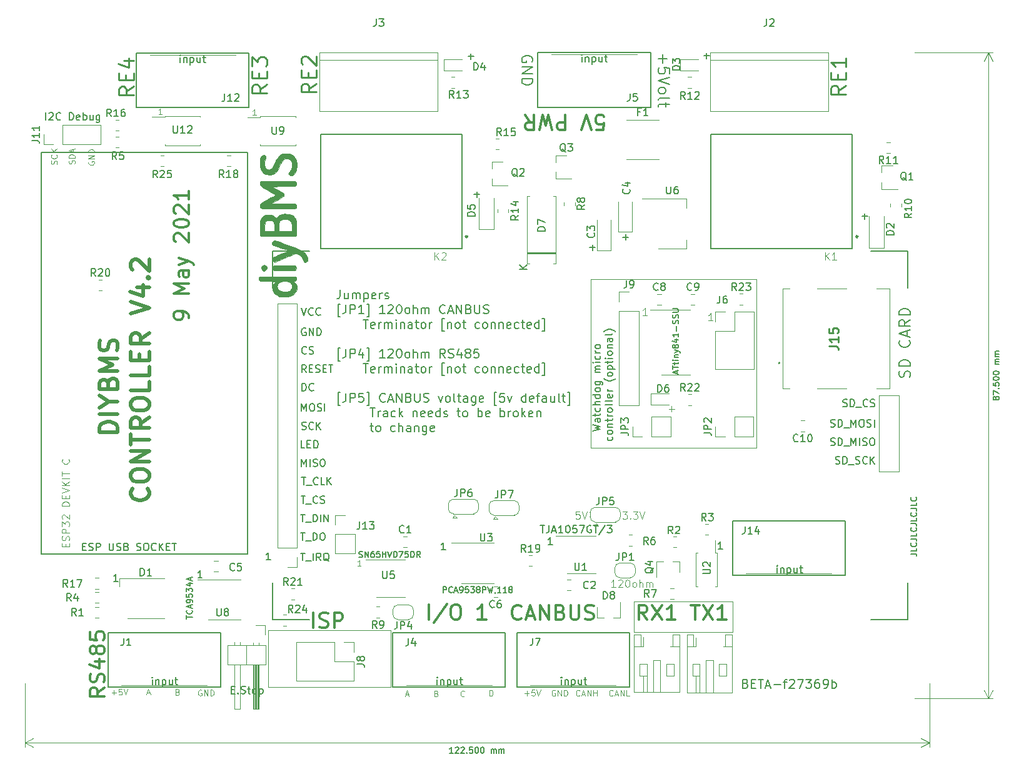
<source format=gto>
G04 #@! TF.GenerationSoftware,KiCad,Pcbnew,5.1.9+dfsg1-1~bpo10+1*
G04 #@! TF.CreationDate,2022-02-23T18:09:28+00:00*
G04 #@! TF.ProjectId,ControllerCircuit,436f6e74-726f-46c6-9c65-724369726375,rev?*
G04 #@! TF.SameCoordinates,Original*
G04 #@! TF.FileFunction,Legend,Top*
G04 #@! TF.FilePolarity,Positive*
%FSLAX46Y46*%
G04 Gerber Fmt 4.6, Leading zero omitted, Abs format (unit mm)*
G04 Created by KiCad (PCBNEW 5.1.9+dfsg1-1~bpo10+1) date 2022-02-23 18:09:28*
%MOMM*%
%LPD*%
G01*
G04 APERTURE LIST*
%ADD10C,0.150000*%
%ADD11C,0.120000*%
%ADD12C,0.200000*%
%ADD13C,0.100000*%
%ADD14C,0.250000*%
%ADD15C,0.500000*%
%ADD16C,0.300000*%
%ADD17C,0.010000*%
%ADD18C,0.127000*%
%ADD19C,0.254000*%
%ADD20C,0.015000*%
G04 APERTURE END LIST*
D10*
X186364714Y-136009285D02*
X186536142Y-136066428D01*
X186593285Y-136123571D01*
X186650428Y-136237857D01*
X186650428Y-136409285D01*
X186593285Y-136523571D01*
X186536142Y-136580714D01*
X186421857Y-136637857D01*
X185964714Y-136637857D01*
X185964714Y-135437857D01*
X186364714Y-135437857D01*
X186479000Y-135495000D01*
X186536142Y-135552142D01*
X186593285Y-135666428D01*
X186593285Y-135780714D01*
X186536142Y-135895000D01*
X186479000Y-135952142D01*
X186364714Y-136009285D01*
X185964714Y-136009285D01*
X187164714Y-136009285D02*
X187564714Y-136009285D01*
X187736142Y-136637857D02*
X187164714Y-136637857D01*
X187164714Y-135437857D01*
X187736142Y-135437857D01*
X188079000Y-135437857D02*
X188764714Y-135437857D01*
X188421857Y-136637857D02*
X188421857Y-135437857D01*
X189107571Y-136295000D02*
X189679000Y-136295000D01*
X188993285Y-136637857D02*
X189393285Y-135437857D01*
X189793285Y-136637857D01*
X190193285Y-136180714D02*
X191107571Y-136180714D01*
X191507571Y-135837857D02*
X191964714Y-135837857D01*
X191679000Y-136637857D02*
X191679000Y-135609285D01*
X191736142Y-135495000D01*
X191850428Y-135437857D01*
X191964714Y-135437857D01*
X192307571Y-135552142D02*
X192364714Y-135495000D01*
X192479000Y-135437857D01*
X192764714Y-135437857D01*
X192879000Y-135495000D01*
X192936142Y-135552142D01*
X192993285Y-135666428D01*
X192993285Y-135780714D01*
X192936142Y-135952142D01*
X192250428Y-136637857D01*
X192993285Y-136637857D01*
X193393285Y-135437857D02*
X194193285Y-135437857D01*
X193679000Y-136637857D01*
X194536142Y-135437857D02*
X195279000Y-135437857D01*
X194879000Y-135895000D01*
X195050428Y-135895000D01*
X195164714Y-135952142D01*
X195221857Y-136009285D01*
X195279000Y-136123571D01*
X195279000Y-136409285D01*
X195221857Y-136523571D01*
X195164714Y-136580714D01*
X195050428Y-136637857D01*
X194707571Y-136637857D01*
X194593285Y-136580714D01*
X194536142Y-136523571D01*
X196307571Y-135437857D02*
X196079000Y-135437857D01*
X195964714Y-135495000D01*
X195907571Y-135552142D01*
X195793285Y-135723571D01*
X195736142Y-135952142D01*
X195736142Y-136409285D01*
X195793285Y-136523571D01*
X195850428Y-136580714D01*
X195964714Y-136637857D01*
X196193285Y-136637857D01*
X196307571Y-136580714D01*
X196364714Y-136523571D01*
X196421857Y-136409285D01*
X196421857Y-136123571D01*
X196364714Y-136009285D01*
X196307571Y-135952142D01*
X196193285Y-135895000D01*
X195964714Y-135895000D01*
X195850428Y-135952142D01*
X195793285Y-136009285D01*
X195736142Y-136123571D01*
X196993285Y-136637857D02*
X197221857Y-136637857D01*
X197336142Y-136580714D01*
X197393285Y-136523571D01*
X197507571Y-136352142D01*
X197564714Y-136123571D01*
X197564714Y-135666428D01*
X197507571Y-135552142D01*
X197450428Y-135495000D01*
X197336142Y-135437857D01*
X197107571Y-135437857D01*
X196993285Y-135495000D01*
X196936142Y-135552142D01*
X196879000Y-135666428D01*
X196879000Y-135952142D01*
X196936142Y-136066428D01*
X196993285Y-136123571D01*
X197107571Y-136180714D01*
X197336142Y-136180714D01*
X197450428Y-136123571D01*
X197507571Y-136066428D01*
X197564714Y-135952142D01*
X198079000Y-136637857D02*
X198079000Y-135437857D01*
X198079000Y-135895000D02*
X198193285Y-135837857D01*
X198421857Y-135837857D01*
X198536142Y-135895000D01*
X198593285Y-135952142D01*
X198650428Y-136066428D01*
X198650428Y-136409285D01*
X198593285Y-136523571D01*
X198536142Y-136580714D01*
X198421857Y-136637857D01*
X198193285Y-136637857D01*
X198079000Y-136580714D01*
X112765714Y-121672380D02*
X112194285Y-121672380D01*
X112480000Y-121672380D02*
X112480000Y-120672380D01*
X112384761Y-120815238D01*
X112289523Y-120910476D01*
X112194285Y-120958095D01*
D11*
X121750000Y-136500000D02*
X121750000Y-128780000D01*
X138330000Y-136500000D02*
X121750000Y-136500000D01*
X138330000Y-128780000D02*
X138330000Y-136500000D01*
X121750000Y-128780000D02*
X138330000Y-128780000D01*
X184590000Y-129070000D02*
X171280000Y-129070000D01*
X184590000Y-124850000D02*
X184590000Y-129070000D01*
X171260000Y-124850000D02*
X184590000Y-124850000D01*
X171260000Y-129000000D02*
X171260000Y-124850000D01*
X165410000Y-104060000D02*
X165410000Y-81210000D01*
X187860000Y-104070000D02*
X165410000Y-104060000D01*
X187860000Y-81220000D02*
X187860000Y-104070000D01*
X165410000Y-81210000D02*
X187860000Y-81220000D01*
D12*
X131448571Y-82662857D02*
X131448571Y-83520000D01*
X131391428Y-83691428D01*
X131277142Y-83805714D01*
X131105714Y-83862857D01*
X130991428Y-83862857D01*
X132534285Y-83062857D02*
X132534285Y-83862857D01*
X132020000Y-83062857D02*
X132020000Y-83691428D01*
X132077142Y-83805714D01*
X132191428Y-83862857D01*
X132362857Y-83862857D01*
X132477142Y-83805714D01*
X132534285Y-83748571D01*
X133105714Y-83862857D02*
X133105714Y-83062857D01*
X133105714Y-83177142D02*
X133162857Y-83120000D01*
X133277142Y-83062857D01*
X133448571Y-83062857D01*
X133562857Y-83120000D01*
X133620000Y-83234285D01*
X133620000Y-83862857D01*
X133620000Y-83234285D02*
X133677142Y-83120000D01*
X133791428Y-83062857D01*
X133962857Y-83062857D01*
X134077142Y-83120000D01*
X134134285Y-83234285D01*
X134134285Y-83862857D01*
X134705714Y-83062857D02*
X134705714Y-84262857D01*
X134705714Y-83120000D02*
X134820000Y-83062857D01*
X135048571Y-83062857D01*
X135162857Y-83120000D01*
X135220000Y-83177142D01*
X135277142Y-83291428D01*
X135277142Y-83634285D01*
X135220000Y-83748571D01*
X135162857Y-83805714D01*
X135048571Y-83862857D01*
X134820000Y-83862857D01*
X134705714Y-83805714D01*
X136248571Y-83805714D02*
X136134285Y-83862857D01*
X135905714Y-83862857D01*
X135791428Y-83805714D01*
X135734285Y-83691428D01*
X135734285Y-83234285D01*
X135791428Y-83120000D01*
X135905714Y-83062857D01*
X136134285Y-83062857D01*
X136248571Y-83120000D01*
X136305714Y-83234285D01*
X136305714Y-83348571D01*
X135734285Y-83462857D01*
X136820000Y-83862857D02*
X136820000Y-83062857D01*
X136820000Y-83291428D02*
X136877142Y-83177142D01*
X136934285Y-83120000D01*
X137048571Y-83062857D01*
X137162857Y-83062857D01*
X137505714Y-83805714D02*
X137620000Y-83862857D01*
X137848571Y-83862857D01*
X137962857Y-83805714D01*
X138020000Y-83691428D01*
X138020000Y-83634285D01*
X137962857Y-83520000D01*
X137848571Y-83462857D01*
X137677142Y-83462857D01*
X137562857Y-83405714D01*
X137505714Y-83291428D01*
X137505714Y-83234285D01*
X137562857Y-83120000D01*
X137677142Y-83062857D01*
X137848571Y-83062857D01*
X137962857Y-83120000D01*
X131448571Y-86262857D02*
X131162857Y-86262857D01*
X131162857Y-84548571D01*
X131448571Y-84548571D01*
X132248571Y-84662857D02*
X132248571Y-85520000D01*
X132191428Y-85691428D01*
X132077142Y-85805714D01*
X131905714Y-85862857D01*
X131791428Y-85862857D01*
X132820000Y-85862857D02*
X132820000Y-84662857D01*
X133277142Y-84662857D01*
X133391428Y-84720000D01*
X133448571Y-84777142D01*
X133505714Y-84891428D01*
X133505714Y-85062857D01*
X133448571Y-85177142D01*
X133391428Y-85234285D01*
X133277142Y-85291428D01*
X132820000Y-85291428D01*
X134648571Y-85862857D02*
X133962857Y-85862857D01*
X134305714Y-85862857D02*
X134305714Y-84662857D01*
X134191428Y-84834285D01*
X134077142Y-84948571D01*
X133962857Y-85005714D01*
X135048571Y-86262857D02*
X135334285Y-86262857D01*
X135334285Y-84548571D01*
X135048571Y-84548571D01*
X137505714Y-85862857D02*
X136820000Y-85862857D01*
X137162857Y-85862857D02*
X137162857Y-84662857D01*
X137048571Y-84834285D01*
X136934285Y-84948571D01*
X136820000Y-85005714D01*
X137962857Y-84777142D02*
X138020000Y-84720000D01*
X138134285Y-84662857D01*
X138420000Y-84662857D01*
X138534285Y-84720000D01*
X138591428Y-84777142D01*
X138648571Y-84891428D01*
X138648571Y-85005714D01*
X138591428Y-85177142D01*
X137905714Y-85862857D01*
X138648571Y-85862857D01*
X139391428Y-84662857D02*
X139505714Y-84662857D01*
X139620000Y-84720000D01*
X139677142Y-84777142D01*
X139734285Y-84891428D01*
X139791428Y-85120000D01*
X139791428Y-85405714D01*
X139734285Y-85634285D01*
X139677142Y-85748571D01*
X139620000Y-85805714D01*
X139505714Y-85862857D01*
X139391428Y-85862857D01*
X139277142Y-85805714D01*
X139220000Y-85748571D01*
X139162857Y-85634285D01*
X139105714Y-85405714D01*
X139105714Y-85120000D01*
X139162857Y-84891428D01*
X139220000Y-84777142D01*
X139277142Y-84720000D01*
X139391428Y-84662857D01*
X140477142Y-85862857D02*
X140362857Y-85805714D01*
X140305714Y-85748571D01*
X140248571Y-85634285D01*
X140248571Y-85291428D01*
X140305714Y-85177142D01*
X140362857Y-85120000D01*
X140477142Y-85062857D01*
X140648571Y-85062857D01*
X140762857Y-85120000D01*
X140820000Y-85177142D01*
X140877142Y-85291428D01*
X140877142Y-85634285D01*
X140820000Y-85748571D01*
X140762857Y-85805714D01*
X140648571Y-85862857D01*
X140477142Y-85862857D01*
X141391428Y-85862857D02*
X141391428Y-84662857D01*
X141905714Y-85862857D02*
X141905714Y-85234285D01*
X141848571Y-85120000D01*
X141734285Y-85062857D01*
X141562857Y-85062857D01*
X141448571Y-85120000D01*
X141391428Y-85177142D01*
X142477142Y-85862857D02*
X142477142Y-85062857D01*
X142477142Y-85177142D02*
X142534285Y-85120000D01*
X142648571Y-85062857D01*
X142820000Y-85062857D01*
X142934285Y-85120000D01*
X142991428Y-85234285D01*
X142991428Y-85862857D01*
X142991428Y-85234285D02*
X143048571Y-85120000D01*
X143162857Y-85062857D01*
X143334285Y-85062857D01*
X143448571Y-85120000D01*
X143505714Y-85234285D01*
X143505714Y-85862857D01*
X145677142Y-85748571D02*
X145620000Y-85805714D01*
X145448571Y-85862857D01*
X145334285Y-85862857D01*
X145162857Y-85805714D01*
X145048571Y-85691428D01*
X144991428Y-85577142D01*
X144934285Y-85348571D01*
X144934285Y-85177142D01*
X144991428Y-84948571D01*
X145048571Y-84834285D01*
X145162857Y-84720000D01*
X145334285Y-84662857D01*
X145448571Y-84662857D01*
X145620000Y-84720000D01*
X145677142Y-84777142D01*
X146134285Y-85520000D02*
X146705714Y-85520000D01*
X146020000Y-85862857D02*
X146420000Y-84662857D01*
X146820000Y-85862857D01*
X147220000Y-85862857D02*
X147220000Y-84662857D01*
X147905714Y-85862857D01*
X147905714Y-84662857D01*
X148877142Y-85234285D02*
X149048571Y-85291428D01*
X149105714Y-85348571D01*
X149162857Y-85462857D01*
X149162857Y-85634285D01*
X149105714Y-85748571D01*
X149048571Y-85805714D01*
X148934285Y-85862857D01*
X148477142Y-85862857D01*
X148477142Y-84662857D01*
X148877142Y-84662857D01*
X148991428Y-84720000D01*
X149048571Y-84777142D01*
X149105714Y-84891428D01*
X149105714Y-85005714D01*
X149048571Y-85120000D01*
X148991428Y-85177142D01*
X148877142Y-85234285D01*
X148477142Y-85234285D01*
X149677142Y-84662857D02*
X149677142Y-85634285D01*
X149734285Y-85748571D01*
X149791428Y-85805714D01*
X149905714Y-85862857D01*
X150134285Y-85862857D01*
X150248571Y-85805714D01*
X150305714Y-85748571D01*
X150362857Y-85634285D01*
X150362857Y-84662857D01*
X150877142Y-85805714D02*
X151048571Y-85862857D01*
X151334285Y-85862857D01*
X151448571Y-85805714D01*
X151505714Y-85748571D01*
X151562857Y-85634285D01*
X151562857Y-85520000D01*
X151505714Y-85405714D01*
X151448571Y-85348571D01*
X151334285Y-85291428D01*
X151105714Y-85234285D01*
X150991428Y-85177142D01*
X150934285Y-85120000D01*
X150877142Y-85005714D01*
X150877142Y-84891428D01*
X150934285Y-84777142D01*
X150991428Y-84720000D01*
X151105714Y-84662857D01*
X151391428Y-84662857D01*
X151562857Y-84720000D01*
X134591428Y-86662857D02*
X135277142Y-86662857D01*
X134934285Y-87862857D02*
X134934285Y-86662857D01*
X136134285Y-87805714D02*
X136020000Y-87862857D01*
X135791428Y-87862857D01*
X135677142Y-87805714D01*
X135620000Y-87691428D01*
X135620000Y-87234285D01*
X135677142Y-87120000D01*
X135791428Y-87062857D01*
X136020000Y-87062857D01*
X136134285Y-87120000D01*
X136191428Y-87234285D01*
X136191428Y-87348571D01*
X135620000Y-87462857D01*
X136705714Y-87862857D02*
X136705714Y-87062857D01*
X136705714Y-87291428D02*
X136762857Y-87177142D01*
X136820000Y-87120000D01*
X136934285Y-87062857D01*
X137048571Y-87062857D01*
X137448571Y-87862857D02*
X137448571Y-87062857D01*
X137448571Y-87177142D02*
X137505714Y-87120000D01*
X137620000Y-87062857D01*
X137791428Y-87062857D01*
X137905714Y-87120000D01*
X137962857Y-87234285D01*
X137962857Y-87862857D01*
X137962857Y-87234285D02*
X138020000Y-87120000D01*
X138134285Y-87062857D01*
X138305714Y-87062857D01*
X138420000Y-87120000D01*
X138477142Y-87234285D01*
X138477142Y-87862857D01*
X139048571Y-87862857D02*
X139048571Y-87062857D01*
X139048571Y-86662857D02*
X138991428Y-86720000D01*
X139048571Y-86777142D01*
X139105714Y-86720000D01*
X139048571Y-86662857D01*
X139048571Y-86777142D01*
X139620000Y-87062857D02*
X139620000Y-87862857D01*
X139620000Y-87177142D02*
X139677142Y-87120000D01*
X139791428Y-87062857D01*
X139962857Y-87062857D01*
X140077142Y-87120000D01*
X140134285Y-87234285D01*
X140134285Y-87862857D01*
X141220000Y-87862857D02*
X141220000Y-87234285D01*
X141162857Y-87120000D01*
X141048571Y-87062857D01*
X140820000Y-87062857D01*
X140705714Y-87120000D01*
X141220000Y-87805714D02*
X141105714Y-87862857D01*
X140820000Y-87862857D01*
X140705714Y-87805714D01*
X140648571Y-87691428D01*
X140648571Y-87577142D01*
X140705714Y-87462857D01*
X140820000Y-87405714D01*
X141105714Y-87405714D01*
X141220000Y-87348571D01*
X141620000Y-87062857D02*
X142077142Y-87062857D01*
X141791428Y-86662857D02*
X141791428Y-87691428D01*
X141848571Y-87805714D01*
X141962857Y-87862857D01*
X142077142Y-87862857D01*
X142648571Y-87862857D02*
X142534285Y-87805714D01*
X142477142Y-87748571D01*
X142420000Y-87634285D01*
X142420000Y-87291428D01*
X142477142Y-87177142D01*
X142534285Y-87120000D01*
X142648571Y-87062857D01*
X142820000Y-87062857D01*
X142934285Y-87120000D01*
X142991428Y-87177142D01*
X143048571Y-87291428D01*
X143048571Y-87634285D01*
X142991428Y-87748571D01*
X142934285Y-87805714D01*
X142820000Y-87862857D01*
X142648571Y-87862857D01*
X143562857Y-87862857D02*
X143562857Y-87062857D01*
X143562857Y-87291428D02*
X143620000Y-87177142D01*
X143677142Y-87120000D01*
X143791428Y-87062857D01*
X143905714Y-87062857D01*
X145562857Y-88262857D02*
X145277142Y-88262857D01*
X145277142Y-86548571D01*
X145562857Y-86548571D01*
X146020000Y-87062857D02*
X146020000Y-87862857D01*
X146020000Y-87177142D02*
X146077142Y-87120000D01*
X146191428Y-87062857D01*
X146362857Y-87062857D01*
X146477142Y-87120000D01*
X146534285Y-87234285D01*
X146534285Y-87862857D01*
X147277142Y-87862857D02*
X147162857Y-87805714D01*
X147105714Y-87748571D01*
X147048571Y-87634285D01*
X147048571Y-87291428D01*
X147105714Y-87177142D01*
X147162857Y-87120000D01*
X147277142Y-87062857D01*
X147448571Y-87062857D01*
X147562857Y-87120000D01*
X147620000Y-87177142D01*
X147677142Y-87291428D01*
X147677142Y-87634285D01*
X147620000Y-87748571D01*
X147562857Y-87805714D01*
X147448571Y-87862857D01*
X147277142Y-87862857D01*
X148020000Y-87062857D02*
X148477142Y-87062857D01*
X148191428Y-86662857D02*
X148191428Y-87691428D01*
X148248571Y-87805714D01*
X148362857Y-87862857D01*
X148477142Y-87862857D01*
X150305714Y-87805714D02*
X150191428Y-87862857D01*
X149962857Y-87862857D01*
X149848571Y-87805714D01*
X149791428Y-87748571D01*
X149734285Y-87634285D01*
X149734285Y-87291428D01*
X149791428Y-87177142D01*
X149848571Y-87120000D01*
X149962857Y-87062857D01*
X150191428Y-87062857D01*
X150305714Y-87120000D01*
X150991428Y-87862857D02*
X150877142Y-87805714D01*
X150820000Y-87748571D01*
X150762857Y-87634285D01*
X150762857Y-87291428D01*
X150820000Y-87177142D01*
X150877142Y-87120000D01*
X150991428Y-87062857D01*
X151162857Y-87062857D01*
X151277142Y-87120000D01*
X151334285Y-87177142D01*
X151391428Y-87291428D01*
X151391428Y-87634285D01*
X151334285Y-87748571D01*
X151277142Y-87805714D01*
X151162857Y-87862857D01*
X150991428Y-87862857D01*
X151905714Y-87062857D02*
X151905714Y-87862857D01*
X151905714Y-87177142D02*
X151962857Y-87120000D01*
X152077142Y-87062857D01*
X152248571Y-87062857D01*
X152362857Y-87120000D01*
X152420000Y-87234285D01*
X152420000Y-87862857D01*
X152991428Y-87062857D02*
X152991428Y-87862857D01*
X152991428Y-87177142D02*
X153048571Y-87120000D01*
X153162857Y-87062857D01*
X153334285Y-87062857D01*
X153448571Y-87120000D01*
X153505714Y-87234285D01*
X153505714Y-87862857D01*
X154534285Y-87805714D02*
X154420000Y-87862857D01*
X154191428Y-87862857D01*
X154077142Y-87805714D01*
X154020000Y-87691428D01*
X154020000Y-87234285D01*
X154077142Y-87120000D01*
X154191428Y-87062857D01*
X154420000Y-87062857D01*
X154534285Y-87120000D01*
X154591428Y-87234285D01*
X154591428Y-87348571D01*
X154020000Y-87462857D01*
X155620000Y-87805714D02*
X155505714Y-87862857D01*
X155277142Y-87862857D01*
X155162857Y-87805714D01*
X155105714Y-87748571D01*
X155048571Y-87634285D01*
X155048571Y-87291428D01*
X155105714Y-87177142D01*
X155162857Y-87120000D01*
X155277142Y-87062857D01*
X155505714Y-87062857D01*
X155620000Y-87120000D01*
X155962857Y-87062857D02*
X156420000Y-87062857D01*
X156134285Y-86662857D02*
X156134285Y-87691428D01*
X156191428Y-87805714D01*
X156305714Y-87862857D01*
X156420000Y-87862857D01*
X157277142Y-87805714D02*
X157162857Y-87862857D01*
X156934285Y-87862857D01*
X156820000Y-87805714D01*
X156762857Y-87691428D01*
X156762857Y-87234285D01*
X156820000Y-87120000D01*
X156934285Y-87062857D01*
X157162857Y-87062857D01*
X157277142Y-87120000D01*
X157334285Y-87234285D01*
X157334285Y-87348571D01*
X156762857Y-87462857D01*
X158362857Y-87862857D02*
X158362857Y-86662857D01*
X158362857Y-87805714D02*
X158248571Y-87862857D01*
X158020000Y-87862857D01*
X157905714Y-87805714D01*
X157848571Y-87748571D01*
X157791428Y-87634285D01*
X157791428Y-87291428D01*
X157848571Y-87177142D01*
X157905714Y-87120000D01*
X158020000Y-87062857D01*
X158248571Y-87062857D01*
X158362857Y-87120000D01*
X158820000Y-88262857D02*
X159105714Y-88262857D01*
X159105714Y-86548571D01*
X158820000Y-86548571D01*
X131448571Y-92262857D02*
X131162857Y-92262857D01*
X131162857Y-90548571D01*
X131448571Y-90548571D01*
X132248571Y-90662857D02*
X132248571Y-91520000D01*
X132191428Y-91691428D01*
X132077142Y-91805714D01*
X131905714Y-91862857D01*
X131791428Y-91862857D01*
X132820000Y-91862857D02*
X132820000Y-90662857D01*
X133277142Y-90662857D01*
X133391428Y-90720000D01*
X133448571Y-90777142D01*
X133505714Y-90891428D01*
X133505714Y-91062857D01*
X133448571Y-91177142D01*
X133391428Y-91234285D01*
X133277142Y-91291428D01*
X132820000Y-91291428D01*
X134534285Y-91062857D02*
X134534285Y-91862857D01*
X134248571Y-90605714D02*
X133962857Y-91462857D01*
X134705714Y-91462857D01*
X135048571Y-92262857D02*
X135334285Y-92262857D01*
X135334285Y-90548571D01*
X135048571Y-90548571D01*
X137505714Y-91862857D02*
X136820000Y-91862857D01*
X137162857Y-91862857D02*
X137162857Y-90662857D01*
X137048571Y-90834285D01*
X136934285Y-90948571D01*
X136820000Y-91005714D01*
X137962857Y-90777142D02*
X138020000Y-90720000D01*
X138134285Y-90662857D01*
X138420000Y-90662857D01*
X138534285Y-90720000D01*
X138591428Y-90777142D01*
X138648571Y-90891428D01*
X138648571Y-91005714D01*
X138591428Y-91177142D01*
X137905714Y-91862857D01*
X138648571Y-91862857D01*
X139391428Y-90662857D02*
X139505714Y-90662857D01*
X139620000Y-90720000D01*
X139677142Y-90777142D01*
X139734285Y-90891428D01*
X139791428Y-91120000D01*
X139791428Y-91405714D01*
X139734285Y-91634285D01*
X139677142Y-91748571D01*
X139620000Y-91805714D01*
X139505714Y-91862857D01*
X139391428Y-91862857D01*
X139277142Y-91805714D01*
X139220000Y-91748571D01*
X139162857Y-91634285D01*
X139105714Y-91405714D01*
X139105714Y-91120000D01*
X139162857Y-90891428D01*
X139220000Y-90777142D01*
X139277142Y-90720000D01*
X139391428Y-90662857D01*
X140477142Y-91862857D02*
X140362857Y-91805714D01*
X140305714Y-91748571D01*
X140248571Y-91634285D01*
X140248571Y-91291428D01*
X140305714Y-91177142D01*
X140362857Y-91120000D01*
X140477142Y-91062857D01*
X140648571Y-91062857D01*
X140762857Y-91120000D01*
X140820000Y-91177142D01*
X140877142Y-91291428D01*
X140877142Y-91634285D01*
X140820000Y-91748571D01*
X140762857Y-91805714D01*
X140648571Y-91862857D01*
X140477142Y-91862857D01*
X141391428Y-91862857D02*
X141391428Y-90662857D01*
X141905714Y-91862857D02*
X141905714Y-91234285D01*
X141848571Y-91120000D01*
X141734285Y-91062857D01*
X141562857Y-91062857D01*
X141448571Y-91120000D01*
X141391428Y-91177142D01*
X142477142Y-91862857D02*
X142477142Y-91062857D01*
X142477142Y-91177142D02*
X142534285Y-91120000D01*
X142648571Y-91062857D01*
X142820000Y-91062857D01*
X142934285Y-91120000D01*
X142991428Y-91234285D01*
X142991428Y-91862857D01*
X142991428Y-91234285D02*
X143048571Y-91120000D01*
X143162857Y-91062857D01*
X143334285Y-91062857D01*
X143448571Y-91120000D01*
X143505714Y-91234285D01*
X143505714Y-91862857D01*
X145677142Y-91862857D02*
X145277142Y-91291428D01*
X144991428Y-91862857D02*
X144991428Y-90662857D01*
X145448571Y-90662857D01*
X145562857Y-90720000D01*
X145620000Y-90777142D01*
X145677142Y-90891428D01*
X145677142Y-91062857D01*
X145620000Y-91177142D01*
X145562857Y-91234285D01*
X145448571Y-91291428D01*
X144991428Y-91291428D01*
X146134285Y-91805714D02*
X146305714Y-91862857D01*
X146591428Y-91862857D01*
X146705714Y-91805714D01*
X146762857Y-91748571D01*
X146820000Y-91634285D01*
X146820000Y-91520000D01*
X146762857Y-91405714D01*
X146705714Y-91348571D01*
X146591428Y-91291428D01*
X146362857Y-91234285D01*
X146248571Y-91177142D01*
X146191428Y-91120000D01*
X146134285Y-91005714D01*
X146134285Y-90891428D01*
X146191428Y-90777142D01*
X146248571Y-90720000D01*
X146362857Y-90662857D01*
X146648571Y-90662857D01*
X146820000Y-90720000D01*
X147848571Y-91062857D02*
X147848571Y-91862857D01*
X147562857Y-90605714D02*
X147277142Y-91462857D01*
X148020000Y-91462857D01*
X148648571Y-91177142D02*
X148534285Y-91120000D01*
X148477142Y-91062857D01*
X148420000Y-90948571D01*
X148420000Y-90891428D01*
X148477142Y-90777142D01*
X148534285Y-90720000D01*
X148648571Y-90662857D01*
X148877142Y-90662857D01*
X148991428Y-90720000D01*
X149048571Y-90777142D01*
X149105714Y-90891428D01*
X149105714Y-90948571D01*
X149048571Y-91062857D01*
X148991428Y-91120000D01*
X148877142Y-91177142D01*
X148648571Y-91177142D01*
X148534285Y-91234285D01*
X148477142Y-91291428D01*
X148420000Y-91405714D01*
X148420000Y-91634285D01*
X148477142Y-91748571D01*
X148534285Y-91805714D01*
X148648571Y-91862857D01*
X148877142Y-91862857D01*
X148991428Y-91805714D01*
X149048571Y-91748571D01*
X149105714Y-91634285D01*
X149105714Y-91405714D01*
X149048571Y-91291428D01*
X148991428Y-91234285D01*
X148877142Y-91177142D01*
X150191428Y-90662857D02*
X149620000Y-90662857D01*
X149562857Y-91234285D01*
X149620000Y-91177142D01*
X149734285Y-91120000D01*
X150020000Y-91120000D01*
X150134285Y-91177142D01*
X150191428Y-91234285D01*
X150248571Y-91348571D01*
X150248571Y-91634285D01*
X150191428Y-91748571D01*
X150134285Y-91805714D01*
X150020000Y-91862857D01*
X149734285Y-91862857D01*
X149620000Y-91805714D01*
X149562857Y-91748571D01*
X134591428Y-92662857D02*
X135277142Y-92662857D01*
X134934285Y-93862857D02*
X134934285Y-92662857D01*
X136134285Y-93805714D02*
X136020000Y-93862857D01*
X135791428Y-93862857D01*
X135677142Y-93805714D01*
X135620000Y-93691428D01*
X135620000Y-93234285D01*
X135677142Y-93120000D01*
X135791428Y-93062857D01*
X136020000Y-93062857D01*
X136134285Y-93120000D01*
X136191428Y-93234285D01*
X136191428Y-93348571D01*
X135620000Y-93462857D01*
X136705714Y-93862857D02*
X136705714Y-93062857D01*
X136705714Y-93291428D02*
X136762857Y-93177142D01*
X136820000Y-93120000D01*
X136934285Y-93062857D01*
X137048571Y-93062857D01*
X137448571Y-93862857D02*
X137448571Y-93062857D01*
X137448571Y-93177142D02*
X137505714Y-93120000D01*
X137620000Y-93062857D01*
X137791428Y-93062857D01*
X137905714Y-93120000D01*
X137962857Y-93234285D01*
X137962857Y-93862857D01*
X137962857Y-93234285D02*
X138020000Y-93120000D01*
X138134285Y-93062857D01*
X138305714Y-93062857D01*
X138420000Y-93120000D01*
X138477142Y-93234285D01*
X138477142Y-93862857D01*
X139048571Y-93862857D02*
X139048571Y-93062857D01*
X139048571Y-92662857D02*
X138991428Y-92720000D01*
X139048571Y-92777142D01*
X139105714Y-92720000D01*
X139048571Y-92662857D01*
X139048571Y-92777142D01*
X139620000Y-93062857D02*
X139620000Y-93862857D01*
X139620000Y-93177142D02*
X139677142Y-93120000D01*
X139791428Y-93062857D01*
X139962857Y-93062857D01*
X140077142Y-93120000D01*
X140134285Y-93234285D01*
X140134285Y-93862857D01*
X141220000Y-93862857D02*
X141220000Y-93234285D01*
X141162857Y-93120000D01*
X141048571Y-93062857D01*
X140820000Y-93062857D01*
X140705714Y-93120000D01*
X141220000Y-93805714D02*
X141105714Y-93862857D01*
X140820000Y-93862857D01*
X140705714Y-93805714D01*
X140648571Y-93691428D01*
X140648571Y-93577142D01*
X140705714Y-93462857D01*
X140820000Y-93405714D01*
X141105714Y-93405714D01*
X141220000Y-93348571D01*
X141620000Y-93062857D02*
X142077142Y-93062857D01*
X141791428Y-92662857D02*
X141791428Y-93691428D01*
X141848571Y-93805714D01*
X141962857Y-93862857D01*
X142077142Y-93862857D01*
X142648571Y-93862857D02*
X142534285Y-93805714D01*
X142477142Y-93748571D01*
X142420000Y-93634285D01*
X142420000Y-93291428D01*
X142477142Y-93177142D01*
X142534285Y-93120000D01*
X142648571Y-93062857D01*
X142820000Y-93062857D01*
X142934285Y-93120000D01*
X142991428Y-93177142D01*
X143048571Y-93291428D01*
X143048571Y-93634285D01*
X142991428Y-93748571D01*
X142934285Y-93805714D01*
X142820000Y-93862857D01*
X142648571Y-93862857D01*
X143562857Y-93862857D02*
X143562857Y-93062857D01*
X143562857Y-93291428D02*
X143620000Y-93177142D01*
X143677142Y-93120000D01*
X143791428Y-93062857D01*
X143905714Y-93062857D01*
X145562857Y-94262857D02*
X145277142Y-94262857D01*
X145277142Y-92548571D01*
X145562857Y-92548571D01*
X146020000Y-93062857D02*
X146020000Y-93862857D01*
X146020000Y-93177142D02*
X146077142Y-93120000D01*
X146191428Y-93062857D01*
X146362857Y-93062857D01*
X146477142Y-93120000D01*
X146534285Y-93234285D01*
X146534285Y-93862857D01*
X147277142Y-93862857D02*
X147162857Y-93805714D01*
X147105714Y-93748571D01*
X147048571Y-93634285D01*
X147048571Y-93291428D01*
X147105714Y-93177142D01*
X147162857Y-93120000D01*
X147277142Y-93062857D01*
X147448571Y-93062857D01*
X147562857Y-93120000D01*
X147620000Y-93177142D01*
X147677142Y-93291428D01*
X147677142Y-93634285D01*
X147620000Y-93748571D01*
X147562857Y-93805714D01*
X147448571Y-93862857D01*
X147277142Y-93862857D01*
X148020000Y-93062857D02*
X148477142Y-93062857D01*
X148191428Y-92662857D02*
X148191428Y-93691428D01*
X148248571Y-93805714D01*
X148362857Y-93862857D01*
X148477142Y-93862857D01*
X150305714Y-93805714D02*
X150191428Y-93862857D01*
X149962857Y-93862857D01*
X149848571Y-93805714D01*
X149791428Y-93748571D01*
X149734285Y-93634285D01*
X149734285Y-93291428D01*
X149791428Y-93177142D01*
X149848571Y-93120000D01*
X149962857Y-93062857D01*
X150191428Y-93062857D01*
X150305714Y-93120000D01*
X150991428Y-93862857D02*
X150877142Y-93805714D01*
X150820000Y-93748571D01*
X150762857Y-93634285D01*
X150762857Y-93291428D01*
X150820000Y-93177142D01*
X150877142Y-93120000D01*
X150991428Y-93062857D01*
X151162857Y-93062857D01*
X151277142Y-93120000D01*
X151334285Y-93177142D01*
X151391428Y-93291428D01*
X151391428Y-93634285D01*
X151334285Y-93748571D01*
X151277142Y-93805714D01*
X151162857Y-93862857D01*
X150991428Y-93862857D01*
X151905714Y-93062857D02*
X151905714Y-93862857D01*
X151905714Y-93177142D02*
X151962857Y-93120000D01*
X152077142Y-93062857D01*
X152248571Y-93062857D01*
X152362857Y-93120000D01*
X152420000Y-93234285D01*
X152420000Y-93862857D01*
X152991428Y-93062857D02*
X152991428Y-93862857D01*
X152991428Y-93177142D02*
X153048571Y-93120000D01*
X153162857Y-93062857D01*
X153334285Y-93062857D01*
X153448571Y-93120000D01*
X153505714Y-93234285D01*
X153505714Y-93862857D01*
X154534285Y-93805714D02*
X154420000Y-93862857D01*
X154191428Y-93862857D01*
X154077142Y-93805714D01*
X154020000Y-93691428D01*
X154020000Y-93234285D01*
X154077142Y-93120000D01*
X154191428Y-93062857D01*
X154420000Y-93062857D01*
X154534285Y-93120000D01*
X154591428Y-93234285D01*
X154591428Y-93348571D01*
X154020000Y-93462857D01*
X155620000Y-93805714D02*
X155505714Y-93862857D01*
X155277142Y-93862857D01*
X155162857Y-93805714D01*
X155105714Y-93748571D01*
X155048571Y-93634285D01*
X155048571Y-93291428D01*
X155105714Y-93177142D01*
X155162857Y-93120000D01*
X155277142Y-93062857D01*
X155505714Y-93062857D01*
X155620000Y-93120000D01*
X155962857Y-93062857D02*
X156420000Y-93062857D01*
X156134285Y-92662857D02*
X156134285Y-93691428D01*
X156191428Y-93805714D01*
X156305714Y-93862857D01*
X156420000Y-93862857D01*
X157277142Y-93805714D02*
X157162857Y-93862857D01*
X156934285Y-93862857D01*
X156820000Y-93805714D01*
X156762857Y-93691428D01*
X156762857Y-93234285D01*
X156820000Y-93120000D01*
X156934285Y-93062857D01*
X157162857Y-93062857D01*
X157277142Y-93120000D01*
X157334285Y-93234285D01*
X157334285Y-93348571D01*
X156762857Y-93462857D01*
X158362857Y-93862857D02*
X158362857Y-92662857D01*
X158362857Y-93805714D02*
X158248571Y-93862857D01*
X158020000Y-93862857D01*
X157905714Y-93805714D01*
X157848571Y-93748571D01*
X157791428Y-93634285D01*
X157791428Y-93291428D01*
X157848571Y-93177142D01*
X157905714Y-93120000D01*
X158020000Y-93062857D01*
X158248571Y-93062857D01*
X158362857Y-93120000D01*
X158820000Y-94262857D02*
X159105714Y-94262857D01*
X159105714Y-92548571D01*
X158820000Y-92548571D01*
X131448571Y-98262857D02*
X131162857Y-98262857D01*
X131162857Y-96548571D01*
X131448571Y-96548571D01*
X132248571Y-96662857D02*
X132248571Y-97520000D01*
X132191428Y-97691428D01*
X132077142Y-97805714D01*
X131905714Y-97862857D01*
X131791428Y-97862857D01*
X132820000Y-97862857D02*
X132820000Y-96662857D01*
X133277142Y-96662857D01*
X133391428Y-96720000D01*
X133448571Y-96777142D01*
X133505714Y-96891428D01*
X133505714Y-97062857D01*
X133448571Y-97177142D01*
X133391428Y-97234285D01*
X133277142Y-97291428D01*
X132820000Y-97291428D01*
X134591428Y-96662857D02*
X134020000Y-96662857D01*
X133962857Y-97234285D01*
X134020000Y-97177142D01*
X134134285Y-97120000D01*
X134420000Y-97120000D01*
X134534285Y-97177142D01*
X134591428Y-97234285D01*
X134648571Y-97348571D01*
X134648571Y-97634285D01*
X134591428Y-97748571D01*
X134534285Y-97805714D01*
X134420000Y-97862857D01*
X134134285Y-97862857D01*
X134020000Y-97805714D01*
X133962857Y-97748571D01*
X135048571Y-98262857D02*
X135334285Y-98262857D01*
X135334285Y-96548571D01*
X135048571Y-96548571D01*
X137562857Y-97748571D02*
X137505714Y-97805714D01*
X137334285Y-97862857D01*
X137220000Y-97862857D01*
X137048571Y-97805714D01*
X136934285Y-97691428D01*
X136877142Y-97577142D01*
X136820000Y-97348571D01*
X136820000Y-97177142D01*
X136877142Y-96948571D01*
X136934285Y-96834285D01*
X137048571Y-96720000D01*
X137220000Y-96662857D01*
X137334285Y-96662857D01*
X137505714Y-96720000D01*
X137562857Y-96777142D01*
X138020000Y-97520000D02*
X138591428Y-97520000D01*
X137905714Y-97862857D02*
X138305714Y-96662857D01*
X138705714Y-97862857D01*
X139105714Y-97862857D02*
X139105714Y-96662857D01*
X139791428Y-97862857D01*
X139791428Y-96662857D01*
X140762857Y-97234285D02*
X140934285Y-97291428D01*
X140991428Y-97348571D01*
X141048571Y-97462857D01*
X141048571Y-97634285D01*
X140991428Y-97748571D01*
X140934285Y-97805714D01*
X140820000Y-97862857D01*
X140362857Y-97862857D01*
X140362857Y-96662857D01*
X140762857Y-96662857D01*
X140877142Y-96720000D01*
X140934285Y-96777142D01*
X140991428Y-96891428D01*
X140991428Y-97005714D01*
X140934285Y-97120000D01*
X140877142Y-97177142D01*
X140762857Y-97234285D01*
X140362857Y-97234285D01*
X141562857Y-96662857D02*
X141562857Y-97634285D01*
X141620000Y-97748571D01*
X141677142Y-97805714D01*
X141791428Y-97862857D01*
X142020000Y-97862857D01*
X142134285Y-97805714D01*
X142191428Y-97748571D01*
X142248571Y-97634285D01*
X142248571Y-96662857D01*
X142762857Y-97805714D02*
X142934285Y-97862857D01*
X143220000Y-97862857D01*
X143334285Y-97805714D01*
X143391428Y-97748571D01*
X143448571Y-97634285D01*
X143448571Y-97520000D01*
X143391428Y-97405714D01*
X143334285Y-97348571D01*
X143220000Y-97291428D01*
X142991428Y-97234285D01*
X142877142Y-97177142D01*
X142820000Y-97120000D01*
X142762857Y-97005714D01*
X142762857Y-96891428D01*
X142820000Y-96777142D01*
X142877142Y-96720000D01*
X142991428Y-96662857D01*
X143277142Y-96662857D01*
X143448571Y-96720000D01*
X144762857Y-97062857D02*
X145048571Y-97862857D01*
X145334285Y-97062857D01*
X145962857Y-97862857D02*
X145848571Y-97805714D01*
X145791428Y-97748571D01*
X145734285Y-97634285D01*
X145734285Y-97291428D01*
X145791428Y-97177142D01*
X145848571Y-97120000D01*
X145962857Y-97062857D01*
X146134285Y-97062857D01*
X146248571Y-97120000D01*
X146305714Y-97177142D01*
X146362857Y-97291428D01*
X146362857Y-97634285D01*
X146305714Y-97748571D01*
X146248571Y-97805714D01*
X146134285Y-97862857D01*
X145962857Y-97862857D01*
X147048571Y-97862857D02*
X146934285Y-97805714D01*
X146877142Y-97691428D01*
X146877142Y-96662857D01*
X147334285Y-97062857D02*
X147791428Y-97062857D01*
X147505714Y-96662857D02*
X147505714Y-97691428D01*
X147562857Y-97805714D01*
X147677142Y-97862857D01*
X147791428Y-97862857D01*
X148705714Y-97862857D02*
X148705714Y-97234285D01*
X148648571Y-97120000D01*
X148534285Y-97062857D01*
X148305714Y-97062857D01*
X148191428Y-97120000D01*
X148705714Y-97805714D02*
X148591428Y-97862857D01*
X148305714Y-97862857D01*
X148191428Y-97805714D01*
X148134285Y-97691428D01*
X148134285Y-97577142D01*
X148191428Y-97462857D01*
X148305714Y-97405714D01*
X148591428Y-97405714D01*
X148705714Y-97348571D01*
X149791428Y-97062857D02*
X149791428Y-98034285D01*
X149734285Y-98148571D01*
X149677142Y-98205714D01*
X149562857Y-98262857D01*
X149391428Y-98262857D01*
X149277142Y-98205714D01*
X149791428Y-97805714D02*
X149677142Y-97862857D01*
X149448571Y-97862857D01*
X149334285Y-97805714D01*
X149277142Y-97748571D01*
X149220000Y-97634285D01*
X149220000Y-97291428D01*
X149277142Y-97177142D01*
X149334285Y-97120000D01*
X149448571Y-97062857D01*
X149677142Y-97062857D01*
X149791428Y-97120000D01*
X150820000Y-97805714D02*
X150705714Y-97862857D01*
X150477142Y-97862857D01*
X150362857Y-97805714D01*
X150305714Y-97691428D01*
X150305714Y-97234285D01*
X150362857Y-97120000D01*
X150477142Y-97062857D01*
X150705714Y-97062857D01*
X150820000Y-97120000D01*
X150877142Y-97234285D01*
X150877142Y-97348571D01*
X150305714Y-97462857D01*
X152648571Y-98262857D02*
X152362857Y-98262857D01*
X152362857Y-96548571D01*
X152648571Y-96548571D01*
X153677142Y-96662857D02*
X153105714Y-96662857D01*
X153048571Y-97234285D01*
X153105714Y-97177142D01*
X153220000Y-97120000D01*
X153505714Y-97120000D01*
X153620000Y-97177142D01*
X153677142Y-97234285D01*
X153734285Y-97348571D01*
X153734285Y-97634285D01*
X153677142Y-97748571D01*
X153620000Y-97805714D01*
X153505714Y-97862857D01*
X153220000Y-97862857D01*
X153105714Y-97805714D01*
X153048571Y-97748571D01*
X154134285Y-97062857D02*
X154420000Y-97862857D01*
X154705714Y-97062857D01*
X156591428Y-97862857D02*
X156591428Y-96662857D01*
X156591428Y-97805714D02*
X156477142Y-97862857D01*
X156248571Y-97862857D01*
X156134285Y-97805714D01*
X156077142Y-97748571D01*
X156020000Y-97634285D01*
X156020000Y-97291428D01*
X156077142Y-97177142D01*
X156134285Y-97120000D01*
X156248571Y-97062857D01*
X156477142Y-97062857D01*
X156591428Y-97120000D01*
X157620000Y-97805714D02*
X157505714Y-97862857D01*
X157277142Y-97862857D01*
X157162857Y-97805714D01*
X157105714Y-97691428D01*
X157105714Y-97234285D01*
X157162857Y-97120000D01*
X157277142Y-97062857D01*
X157505714Y-97062857D01*
X157620000Y-97120000D01*
X157677142Y-97234285D01*
X157677142Y-97348571D01*
X157105714Y-97462857D01*
X158020000Y-97062857D02*
X158477142Y-97062857D01*
X158191428Y-97862857D02*
X158191428Y-96834285D01*
X158248571Y-96720000D01*
X158362857Y-96662857D01*
X158477142Y-96662857D01*
X159391428Y-97862857D02*
X159391428Y-97234285D01*
X159334285Y-97120000D01*
X159220000Y-97062857D01*
X158991428Y-97062857D01*
X158877142Y-97120000D01*
X159391428Y-97805714D02*
X159277142Y-97862857D01*
X158991428Y-97862857D01*
X158877142Y-97805714D01*
X158820000Y-97691428D01*
X158820000Y-97577142D01*
X158877142Y-97462857D01*
X158991428Y-97405714D01*
X159277142Y-97405714D01*
X159391428Y-97348571D01*
X160477142Y-97062857D02*
X160477142Y-97862857D01*
X159962857Y-97062857D02*
X159962857Y-97691428D01*
X160020000Y-97805714D01*
X160134285Y-97862857D01*
X160305714Y-97862857D01*
X160420000Y-97805714D01*
X160477142Y-97748571D01*
X161220000Y-97862857D02*
X161105714Y-97805714D01*
X161048571Y-97691428D01*
X161048571Y-96662857D01*
X161505714Y-97062857D02*
X161962857Y-97062857D01*
X161677142Y-96662857D02*
X161677142Y-97691428D01*
X161734285Y-97805714D01*
X161848571Y-97862857D01*
X161962857Y-97862857D01*
X162248571Y-98262857D02*
X162534285Y-98262857D01*
X162534285Y-96548571D01*
X162248571Y-96548571D01*
X135505714Y-98662857D02*
X136191428Y-98662857D01*
X135848571Y-99862857D02*
X135848571Y-98662857D01*
X136591428Y-99862857D02*
X136591428Y-99062857D01*
X136591428Y-99291428D02*
X136648571Y-99177142D01*
X136705714Y-99120000D01*
X136820000Y-99062857D01*
X136934285Y-99062857D01*
X137848571Y-99862857D02*
X137848571Y-99234285D01*
X137791428Y-99120000D01*
X137677142Y-99062857D01*
X137448571Y-99062857D01*
X137334285Y-99120000D01*
X137848571Y-99805714D02*
X137734285Y-99862857D01*
X137448571Y-99862857D01*
X137334285Y-99805714D01*
X137277142Y-99691428D01*
X137277142Y-99577142D01*
X137334285Y-99462857D01*
X137448571Y-99405714D01*
X137734285Y-99405714D01*
X137848571Y-99348571D01*
X138934285Y-99805714D02*
X138820000Y-99862857D01*
X138591428Y-99862857D01*
X138477142Y-99805714D01*
X138420000Y-99748571D01*
X138362857Y-99634285D01*
X138362857Y-99291428D01*
X138420000Y-99177142D01*
X138477142Y-99120000D01*
X138591428Y-99062857D01*
X138820000Y-99062857D01*
X138934285Y-99120000D01*
X139448571Y-99862857D02*
X139448571Y-98662857D01*
X139562857Y-99405714D02*
X139905714Y-99862857D01*
X139905714Y-99062857D02*
X139448571Y-99520000D01*
X141334285Y-99062857D02*
X141334285Y-99862857D01*
X141334285Y-99177142D02*
X141391428Y-99120000D01*
X141505714Y-99062857D01*
X141677142Y-99062857D01*
X141791428Y-99120000D01*
X141848571Y-99234285D01*
X141848571Y-99862857D01*
X142877142Y-99805714D02*
X142762857Y-99862857D01*
X142534285Y-99862857D01*
X142420000Y-99805714D01*
X142362857Y-99691428D01*
X142362857Y-99234285D01*
X142420000Y-99120000D01*
X142534285Y-99062857D01*
X142762857Y-99062857D01*
X142877142Y-99120000D01*
X142934285Y-99234285D01*
X142934285Y-99348571D01*
X142362857Y-99462857D01*
X143905714Y-99805714D02*
X143791428Y-99862857D01*
X143562857Y-99862857D01*
X143448571Y-99805714D01*
X143391428Y-99691428D01*
X143391428Y-99234285D01*
X143448571Y-99120000D01*
X143562857Y-99062857D01*
X143791428Y-99062857D01*
X143905714Y-99120000D01*
X143962857Y-99234285D01*
X143962857Y-99348571D01*
X143391428Y-99462857D01*
X144991428Y-99862857D02*
X144991428Y-98662857D01*
X144991428Y-99805714D02*
X144877142Y-99862857D01*
X144648571Y-99862857D01*
X144534285Y-99805714D01*
X144477142Y-99748571D01*
X144420000Y-99634285D01*
X144420000Y-99291428D01*
X144477142Y-99177142D01*
X144534285Y-99120000D01*
X144648571Y-99062857D01*
X144877142Y-99062857D01*
X144991428Y-99120000D01*
X145505714Y-99805714D02*
X145620000Y-99862857D01*
X145848571Y-99862857D01*
X145962857Y-99805714D01*
X146020000Y-99691428D01*
X146020000Y-99634285D01*
X145962857Y-99520000D01*
X145848571Y-99462857D01*
X145677142Y-99462857D01*
X145562857Y-99405714D01*
X145505714Y-99291428D01*
X145505714Y-99234285D01*
X145562857Y-99120000D01*
X145677142Y-99062857D01*
X145848571Y-99062857D01*
X145962857Y-99120000D01*
X147277142Y-99062857D02*
X147734285Y-99062857D01*
X147448571Y-98662857D02*
X147448571Y-99691428D01*
X147505714Y-99805714D01*
X147620000Y-99862857D01*
X147734285Y-99862857D01*
X148305714Y-99862857D02*
X148191428Y-99805714D01*
X148134285Y-99748571D01*
X148077142Y-99634285D01*
X148077142Y-99291428D01*
X148134285Y-99177142D01*
X148191428Y-99120000D01*
X148305714Y-99062857D01*
X148477142Y-99062857D01*
X148591428Y-99120000D01*
X148648571Y-99177142D01*
X148705714Y-99291428D01*
X148705714Y-99634285D01*
X148648571Y-99748571D01*
X148591428Y-99805714D01*
X148477142Y-99862857D01*
X148305714Y-99862857D01*
X150134285Y-99862857D02*
X150134285Y-98662857D01*
X150134285Y-99120000D02*
X150248571Y-99062857D01*
X150477142Y-99062857D01*
X150591428Y-99120000D01*
X150648571Y-99177142D01*
X150705714Y-99291428D01*
X150705714Y-99634285D01*
X150648571Y-99748571D01*
X150591428Y-99805714D01*
X150477142Y-99862857D01*
X150248571Y-99862857D01*
X150134285Y-99805714D01*
X151677142Y-99805714D02*
X151562857Y-99862857D01*
X151334285Y-99862857D01*
X151220000Y-99805714D01*
X151162857Y-99691428D01*
X151162857Y-99234285D01*
X151220000Y-99120000D01*
X151334285Y-99062857D01*
X151562857Y-99062857D01*
X151677142Y-99120000D01*
X151734285Y-99234285D01*
X151734285Y-99348571D01*
X151162857Y-99462857D01*
X153162857Y-99862857D02*
X153162857Y-98662857D01*
X153162857Y-99120000D02*
X153277142Y-99062857D01*
X153505714Y-99062857D01*
X153620000Y-99120000D01*
X153677142Y-99177142D01*
X153734285Y-99291428D01*
X153734285Y-99634285D01*
X153677142Y-99748571D01*
X153620000Y-99805714D01*
X153505714Y-99862857D01*
X153277142Y-99862857D01*
X153162857Y-99805714D01*
X154248571Y-99862857D02*
X154248571Y-99062857D01*
X154248571Y-99291428D02*
X154305714Y-99177142D01*
X154362857Y-99120000D01*
X154477142Y-99062857D01*
X154591428Y-99062857D01*
X155162857Y-99862857D02*
X155048571Y-99805714D01*
X154991428Y-99748571D01*
X154934285Y-99634285D01*
X154934285Y-99291428D01*
X154991428Y-99177142D01*
X155048571Y-99120000D01*
X155162857Y-99062857D01*
X155334285Y-99062857D01*
X155448571Y-99120000D01*
X155505714Y-99177142D01*
X155562857Y-99291428D01*
X155562857Y-99634285D01*
X155505714Y-99748571D01*
X155448571Y-99805714D01*
X155334285Y-99862857D01*
X155162857Y-99862857D01*
X156077142Y-99862857D02*
X156077142Y-98662857D01*
X156191428Y-99405714D02*
X156534285Y-99862857D01*
X156534285Y-99062857D02*
X156077142Y-99520000D01*
X157505714Y-99805714D02*
X157391428Y-99862857D01*
X157162857Y-99862857D01*
X157048571Y-99805714D01*
X156991428Y-99691428D01*
X156991428Y-99234285D01*
X157048571Y-99120000D01*
X157162857Y-99062857D01*
X157391428Y-99062857D01*
X157505714Y-99120000D01*
X157562857Y-99234285D01*
X157562857Y-99348571D01*
X156991428Y-99462857D01*
X158077142Y-99062857D02*
X158077142Y-99862857D01*
X158077142Y-99177142D02*
X158134285Y-99120000D01*
X158248571Y-99062857D01*
X158420000Y-99062857D01*
X158534285Y-99120000D01*
X158591428Y-99234285D01*
X158591428Y-99862857D01*
X135505714Y-101062857D02*
X135962857Y-101062857D01*
X135677142Y-100662857D02*
X135677142Y-101691428D01*
X135734285Y-101805714D01*
X135848571Y-101862857D01*
X135962857Y-101862857D01*
X136534285Y-101862857D02*
X136420000Y-101805714D01*
X136362857Y-101748571D01*
X136305714Y-101634285D01*
X136305714Y-101291428D01*
X136362857Y-101177142D01*
X136420000Y-101120000D01*
X136534285Y-101062857D01*
X136705714Y-101062857D01*
X136820000Y-101120000D01*
X136877142Y-101177142D01*
X136934285Y-101291428D01*
X136934285Y-101634285D01*
X136877142Y-101748571D01*
X136820000Y-101805714D01*
X136705714Y-101862857D01*
X136534285Y-101862857D01*
X138877142Y-101805714D02*
X138762857Y-101862857D01*
X138534285Y-101862857D01*
X138420000Y-101805714D01*
X138362857Y-101748571D01*
X138305714Y-101634285D01*
X138305714Y-101291428D01*
X138362857Y-101177142D01*
X138420000Y-101120000D01*
X138534285Y-101062857D01*
X138762857Y-101062857D01*
X138877142Y-101120000D01*
X139391428Y-101862857D02*
X139391428Y-100662857D01*
X139905714Y-101862857D02*
X139905714Y-101234285D01*
X139848571Y-101120000D01*
X139734285Y-101062857D01*
X139562857Y-101062857D01*
X139448571Y-101120000D01*
X139391428Y-101177142D01*
X140991428Y-101862857D02*
X140991428Y-101234285D01*
X140934285Y-101120000D01*
X140820000Y-101062857D01*
X140591428Y-101062857D01*
X140477142Y-101120000D01*
X140991428Y-101805714D02*
X140877142Y-101862857D01*
X140591428Y-101862857D01*
X140477142Y-101805714D01*
X140420000Y-101691428D01*
X140420000Y-101577142D01*
X140477142Y-101462857D01*
X140591428Y-101405714D01*
X140877142Y-101405714D01*
X140991428Y-101348571D01*
X141562857Y-101062857D02*
X141562857Y-101862857D01*
X141562857Y-101177142D02*
X141620000Y-101120000D01*
X141734285Y-101062857D01*
X141905714Y-101062857D01*
X142020000Y-101120000D01*
X142077142Y-101234285D01*
X142077142Y-101862857D01*
X143162857Y-101062857D02*
X143162857Y-102034285D01*
X143105714Y-102148571D01*
X143048571Y-102205714D01*
X142934285Y-102262857D01*
X142762857Y-102262857D01*
X142648571Y-102205714D01*
X143162857Y-101805714D02*
X143048571Y-101862857D01*
X142820000Y-101862857D01*
X142705714Y-101805714D01*
X142648571Y-101748571D01*
X142591428Y-101634285D01*
X142591428Y-101291428D01*
X142648571Y-101177142D01*
X142705714Y-101120000D01*
X142820000Y-101062857D01*
X143048571Y-101062857D01*
X143162857Y-101120000D01*
X144191428Y-101805714D02*
X144077142Y-101862857D01*
X143848571Y-101862857D01*
X143734285Y-101805714D01*
X143677142Y-101691428D01*
X143677142Y-101234285D01*
X143734285Y-101120000D01*
X143848571Y-101062857D01*
X144077142Y-101062857D01*
X144191428Y-101120000D01*
X144248571Y-101234285D01*
X144248571Y-101348571D01*
X143677142Y-101462857D01*
D13*
X168751904Y-122942380D02*
X168180476Y-122942380D01*
X168466190Y-122942380D02*
X168466190Y-121942380D01*
X168370952Y-122085238D01*
X168275714Y-122180476D01*
X168180476Y-122228095D01*
X169132857Y-122037619D02*
X169180476Y-121990000D01*
X169275714Y-121942380D01*
X169513809Y-121942380D01*
X169609047Y-121990000D01*
X169656666Y-122037619D01*
X169704285Y-122132857D01*
X169704285Y-122228095D01*
X169656666Y-122370952D01*
X169085238Y-122942380D01*
X169704285Y-122942380D01*
X170323333Y-121942380D02*
X170418571Y-121942380D01*
X170513809Y-121990000D01*
X170561428Y-122037619D01*
X170609047Y-122132857D01*
X170656666Y-122323333D01*
X170656666Y-122561428D01*
X170609047Y-122751904D01*
X170561428Y-122847142D01*
X170513809Y-122894761D01*
X170418571Y-122942380D01*
X170323333Y-122942380D01*
X170228095Y-122894761D01*
X170180476Y-122847142D01*
X170132857Y-122751904D01*
X170085238Y-122561428D01*
X170085238Y-122323333D01*
X170132857Y-122132857D01*
X170180476Y-122037619D01*
X170228095Y-121990000D01*
X170323333Y-121942380D01*
X171228095Y-122942380D02*
X171132857Y-122894761D01*
X171085238Y-122847142D01*
X171037619Y-122751904D01*
X171037619Y-122466190D01*
X171085238Y-122370952D01*
X171132857Y-122323333D01*
X171228095Y-122275714D01*
X171370952Y-122275714D01*
X171466190Y-122323333D01*
X171513809Y-122370952D01*
X171561428Y-122466190D01*
X171561428Y-122751904D01*
X171513809Y-122847142D01*
X171466190Y-122894761D01*
X171370952Y-122942380D01*
X171228095Y-122942380D01*
X171990000Y-122942380D02*
X171990000Y-121942380D01*
X172418571Y-122942380D02*
X172418571Y-122418571D01*
X172370952Y-122323333D01*
X172275714Y-122275714D01*
X172132857Y-122275714D01*
X172037619Y-122323333D01*
X171990000Y-122370952D01*
X172894761Y-122942380D02*
X172894761Y-122275714D01*
X172894761Y-122370952D02*
X172942380Y-122323333D01*
X173037619Y-122275714D01*
X173180476Y-122275714D01*
X173275714Y-122323333D01*
X173323333Y-122418571D01*
X173323333Y-122942380D01*
X173323333Y-122418571D02*
X173370952Y-122323333D01*
X173466190Y-122275714D01*
X173609047Y-122275714D01*
X173704285Y-122323333D01*
X173751904Y-122418571D01*
X173751904Y-122942380D01*
X163879523Y-112682380D02*
X163403333Y-112682380D01*
X163355714Y-113158571D01*
X163403333Y-113110952D01*
X163498571Y-113063333D01*
X163736666Y-113063333D01*
X163831904Y-113110952D01*
X163879523Y-113158571D01*
X163927142Y-113253809D01*
X163927142Y-113491904D01*
X163879523Y-113587142D01*
X163831904Y-113634761D01*
X163736666Y-113682380D01*
X163498571Y-113682380D01*
X163403333Y-113634761D01*
X163355714Y-113587142D01*
X164212857Y-112682380D02*
X164546190Y-113682380D01*
X164879523Y-112682380D01*
X169703809Y-112692380D02*
X170322857Y-112692380D01*
X169989523Y-113073333D01*
X170132380Y-113073333D01*
X170227619Y-113120952D01*
X170275238Y-113168571D01*
X170322857Y-113263809D01*
X170322857Y-113501904D01*
X170275238Y-113597142D01*
X170227619Y-113644761D01*
X170132380Y-113692380D01*
X169846666Y-113692380D01*
X169751428Y-113644761D01*
X169703809Y-113597142D01*
X170751428Y-113597142D02*
X170799047Y-113644761D01*
X170751428Y-113692380D01*
X170703809Y-113644761D01*
X170751428Y-113597142D01*
X170751428Y-113692380D01*
X171132380Y-112692380D02*
X171751428Y-112692380D01*
X171418095Y-113073333D01*
X171560952Y-113073333D01*
X171656190Y-113120952D01*
X171703809Y-113168571D01*
X171751428Y-113263809D01*
X171751428Y-113501904D01*
X171703809Y-113597142D01*
X171656190Y-113644761D01*
X171560952Y-113692380D01*
X171275238Y-113692380D01*
X171180000Y-113644761D01*
X171132380Y-113597142D01*
X172037142Y-112692380D02*
X172370476Y-113692380D01*
X172703809Y-112692380D01*
X156421428Y-137337142D02*
X157030952Y-137337142D01*
X156726190Y-137641904D02*
X156726190Y-137032380D01*
X157792857Y-136841904D02*
X157411904Y-136841904D01*
X157373809Y-137222857D01*
X157411904Y-137184761D01*
X157488095Y-137146666D01*
X157678571Y-137146666D01*
X157754761Y-137184761D01*
X157792857Y-137222857D01*
X157830952Y-137299047D01*
X157830952Y-137489523D01*
X157792857Y-137565714D01*
X157754761Y-137603809D01*
X157678571Y-137641904D01*
X157488095Y-137641904D01*
X157411904Y-137603809D01*
X157373809Y-137565714D01*
X158059523Y-136841904D02*
X158326190Y-137641904D01*
X158592857Y-136841904D01*
D14*
X103484761Y-55067738D02*
X102532380Y-55734404D01*
X103484761Y-56210595D02*
X101484761Y-56210595D01*
X101484761Y-55448690D01*
X101580000Y-55258214D01*
X101675238Y-55162976D01*
X101865714Y-55067738D01*
X102151428Y-55067738D01*
X102341904Y-55162976D01*
X102437142Y-55258214D01*
X102532380Y-55448690D01*
X102532380Y-56210595D01*
X102437142Y-54210595D02*
X102437142Y-53543928D01*
X103484761Y-53258214D02*
X103484761Y-54210595D01*
X101484761Y-54210595D01*
X101484761Y-53258214D01*
X102151428Y-51543928D02*
X103484761Y-51543928D01*
X101389523Y-52020119D02*
X102818095Y-52496309D01*
X102818095Y-51258214D01*
D13*
X107308571Y-58861904D02*
X106851428Y-58861904D01*
X107080000Y-58861904D02*
X107080000Y-58061904D01*
X107003809Y-58176190D01*
X106927619Y-58252380D01*
X106851428Y-58290476D01*
D12*
X208567142Y-94472857D02*
X208638571Y-94258571D01*
X208638571Y-93901428D01*
X208567142Y-93758571D01*
X208495714Y-93687142D01*
X208352857Y-93615714D01*
X208210000Y-93615714D01*
X208067142Y-93687142D01*
X207995714Y-93758571D01*
X207924285Y-93901428D01*
X207852857Y-94187142D01*
X207781428Y-94330000D01*
X207710000Y-94401428D01*
X207567142Y-94472857D01*
X207424285Y-94472857D01*
X207281428Y-94401428D01*
X207210000Y-94330000D01*
X207138571Y-94187142D01*
X207138571Y-93830000D01*
X207210000Y-93615714D01*
X208638571Y-92972857D02*
X207138571Y-92972857D01*
X207138571Y-92615714D01*
X207210000Y-92401428D01*
X207352857Y-92258571D01*
X207495714Y-92187142D01*
X207781428Y-92115714D01*
X207995714Y-92115714D01*
X208281428Y-92187142D01*
X208424285Y-92258571D01*
X208567142Y-92401428D01*
X208638571Y-92615714D01*
X208638571Y-92972857D01*
X208495714Y-89472857D02*
X208567142Y-89544285D01*
X208638571Y-89758571D01*
X208638571Y-89901428D01*
X208567142Y-90115714D01*
X208424285Y-90258571D01*
X208281428Y-90330000D01*
X207995714Y-90401428D01*
X207781428Y-90401428D01*
X207495714Y-90330000D01*
X207352857Y-90258571D01*
X207210000Y-90115714D01*
X207138571Y-89901428D01*
X207138571Y-89758571D01*
X207210000Y-89544285D01*
X207281428Y-89472857D01*
X208210000Y-88901428D02*
X208210000Y-88187142D01*
X208638571Y-89044285D02*
X207138571Y-88544285D01*
X208638571Y-88044285D01*
X208638571Y-86687142D02*
X207924285Y-87187142D01*
X208638571Y-87544285D02*
X207138571Y-87544285D01*
X207138571Y-86972857D01*
X207210000Y-86830000D01*
X207281428Y-86758571D01*
X207424285Y-86687142D01*
X207638571Y-86687142D01*
X207781428Y-86758571D01*
X207852857Y-86830000D01*
X207924285Y-86972857D01*
X207924285Y-87544285D01*
X208638571Y-86044285D02*
X207138571Y-86044285D01*
X207138571Y-85687142D01*
X207210000Y-85472857D01*
X207352857Y-85330000D01*
X207495714Y-85258571D01*
X207781428Y-85187142D01*
X207995714Y-85187142D01*
X208281428Y-85258571D01*
X208424285Y-85330000D01*
X208567142Y-85472857D01*
X208638571Y-85687142D01*
X208638571Y-86044285D01*
D13*
X120078571Y-58951904D02*
X119621428Y-58951904D01*
X119850000Y-58951904D02*
X119850000Y-58151904D01*
X119773809Y-58266190D01*
X119697619Y-58342380D01*
X119621428Y-58380476D01*
D10*
X208741904Y-118435238D02*
X209313333Y-118435238D01*
X209427619Y-118473333D01*
X209503809Y-118549523D01*
X209541904Y-118663809D01*
X209541904Y-118740000D01*
X209541904Y-117673333D02*
X209541904Y-118054285D01*
X208741904Y-118054285D01*
X209465714Y-116949523D02*
X209503809Y-116987619D01*
X209541904Y-117101904D01*
X209541904Y-117178095D01*
X209503809Y-117292380D01*
X209427619Y-117368571D01*
X209351428Y-117406666D01*
X209199047Y-117444761D01*
X209084761Y-117444761D01*
X208932380Y-117406666D01*
X208856190Y-117368571D01*
X208780000Y-117292380D01*
X208741904Y-117178095D01*
X208741904Y-117101904D01*
X208780000Y-116987619D01*
X208818095Y-116949523D01*
X208741904Y-116378095D02*
X209313333Y-116378095D01*
X209427619Y-116416190D01*
X209503809Y-116492380D01*
X209541904Y-116606666D01*
X209541904Y-116682857D01*
X209541904Y-115616190D02*
X209541904Y-115997142D01*
X208741904Y-115997142D01*
X209465714Y-114892380D02*
X209503809Y-114930476D01*
X209541904Y-115044761D01*
X209541904Y-115120952D01*
X209503809Y-115235238D01*
X209427619Y-115311428D01*
X209351428Y-115349523D01*
X209199047Y-115387619D01*
X209084761Y-115387619D01*
X208932380Y-115349523D01*
X208856190Y-115311428D01*
X208780000Y-115235238D01*
X208741904Y-115120952D01*
X208741904Y-115044761D01*
X208780000Y-114930476D01*
X208818095Y-114892380D01*
X208741904Y-114320952D02*
X209313333Y-114320952D01*
X209427619Y-114359047D01*
X209503809Y-114435238D01*
X209541904Y-114549523D01*
X209541904Y-114625714D01*
X209541904Y-113559047D02*
X209541904Y-113940000D01*
X208741904Y-113940000D01*
X209465714Y-112835238D02*
X209503809Y-112873333D01*
X209541904Y-112987619D01*
X209541904Y-113063809D01*
X209503809Y-113178095D01*
X209427619Y-113254285D01*
X209351428Y-113292380D01*
X209199047Y-113330476D01*
X209084761Y-113330476D01*
X208932380Y-113292380D01*
X208856190Y-113254285D01*
X208780000Y-113178095D01*
X208741904Y-113063809D01*
X208741904Y-112987619D01*
X208780000Y-112873333D01*
X208818095Y-112835238D01*
X208741904Y-112263809D02*
X209313333Y-112263809D01*
X209427619Y-112301904D01*
X209503809Y-112378095D01*
X209541904Y-112492380D01*
X209541904Y-112568571D01*
X209541904Y-111501904D02*
X209541904Y-111882857D01*
X208741904Y-111882857D01*
X209465714Y-110778095D02*
X209503809Y-110816190D01*
X209541904Y-110930476D01*
X209541904Y-111006666D01*
X209503809Y-111120952D01*
X209427619Y-111197142D01*
X209351428Y-111235238D01*
X209199047Y-111273333D01*
X209084761Y-111273333D01*
X208932380Y-111235238D01*
X208856190Y-111197142D01*
X208780000Y-111120952D01*
X208741904Y-111006666D01*
X208741904Y-110930476D01*
X208780000Y-110816190D01*
X208818095Y-110778095D01*
X220224761Y-97411904D02*
X220186666Y-97488095D01*
X220148571Y-97526190D01*
X220072380Y-97564285D01*
X220034285Y-97564285D01*
X219958095Y-97526190D01*
X219920000Y-97488095D01*
X219881904Y-97411904D01*
X219881904Y-97259523D01*
X219920000Y-97183333D01*
X219958095Y-97145238D01*
X220034285Y-97107142D01*
X220072380Y-97107142D01*
X220148571Y-97145238D01*
X220186666Y-97183333D01*
X220224761Y-97259523D01*
X220224761Y-97411904D01*
X220262857Y-97488095D01*
X220300952Y-97526190D01*
X220377142Y-97564285D01*
X220529523Y-97564285D01*
X220605714Y-97526190D01*
X220643809Y-97488095D01*
X220681904Y-97411904D01*
X220681904Y-97259523D01*
X220643809Y-97183333D01*
X220605714Y-97145238D01*
X220529523Y-97107142D01*
X220377142Y-97107142D01*
X220300952Y-97145238D01*
X220262857Y-97183333D01*
X220224761Y-97259523D01*
X219881904Y-96840476D02*
X219881904Y-96307142D01*
X220681904Y-96650000D01*
X220605714Y-96002380D02*
X220643809Y-95964285D01*
X220681904Y-96002380D01*
X220643809Y-96040476D01*
X220605714Y-96002380D01*
X220681904Y-96002380D01*
X219881904Y-95240476D02*
X219881904Y-95621428D01*
X220262857Y-95659523D01*
X220224761Y-95621428D01*
X220186666Y-95545238D01*
X220186666Y-95354761D01*
X220224761Y-95278571D01*
X220262857Y-95240476D01*
X220339047Y-95202380D01*
X220529523Y-95202380D01*
X220605714Y-95240476D01*
X220643809Y-95278571D01*
X220681904Y-95354761D01*
X220681904Y-95545238D01*
X220643809Y-95621428D01*
X220605714Y-95659523D01*
X219881904Y-94707142D02*
X219881904Y-94630952D01*
X219920000Y-94554761D01*
X219958095Y-94516666D01*
X220034285Y-94478571D01*
X220186666Y-94440476D01*
X220377142Y-94440476D01*
X220529523Y-94478571D01*
X220605714Y-94516666D01*
X220643809Y-94554761D01*
X220681904Y-94630952D01*
X220681904Y-94707142D01*
X220643809Y-94783333D01*
X220605714Y-94821428D01*
X220529523Y-94859523D01*
X220377142Y-94897619D01*
X220186666Y-94897619D01*
X220034285Y-94859523D01*
X219958095Y-94821428D01*
X219920000Y-94783333D01*
X219881904Y-94707142D01*
X219881904Y-93945238D02*
X219881904Y-93869047D01*
X219920000Y-93792857D01*
X219958095Y-93754761D01*
X220034285Y-93716666D01*
X220186666Y-93678571D01*
X220377142Y-93678571D01*
X220529523Y-93716666D01*
X220605714Y-93754761D01*
X220643809Y-93792857D01*
X220681904Y-93869047D01*
X220681904Y-93945238D01*
X220643809Y-94021428D01*
X220605714Y-94059523D01*
X220529523Y-94097619D01*
X220377142Y-94135714D01*
X220186666Y-94135714D01*
X220034285Y-94097619D01*
X219958095Y-94059523D01*
X219920000Y-94021428D01*
X219881904Y-93945238D01*
X220681904Y-92726190D02*
X220148571Y-92726190D01*
X220224761Y-92726190D02*
X220186666Y-92688095D01*
X220148571Y-92611904D01*
X220148571Y-92497619D01*
X220186666Y-92421428D01*
X220262857Y-92383333D01*
X220681904Y-92383333D01*
X220262857Y-92383333D02*
X220186666Y-92345238D01*
X220148571Y-92269047D01*
X220148571Y-92154761D01*
X220186666Y-92078571D01*
X220262857Y-92040476D01*
X220681904Y-92040476D01*
X220681904Y-91659523D02*
X220148571Y-91659523D01*
X220224761Y-91659523D02*
X220186666Y-91621428D01*
X220148571Y-91545238D01*
X220148571Y-91430952D01*
X220186666Y-91354761D01*
X220262857Y-91316666D01*
X220681904Y-91316666D01*
X220262857Y-91316666D02*
X220186666Y-91278571D01*
X220148571Y-91202380D01*
X220148571Y-91088095D01*
X220186666Y-91011904D01*
X220262857Y-90973809D01*
X220681904Y-90973809D01*
D11*
X219250000Y-138000000D02*
X219250000Y-50500000D01*
X209250000Y-138000000D02*
X219836421Y-138000000D01*
X209250000Y-50500000D02*
X219836421Y-50500000D01*
X219250000Y-50500000D02*
X219836421Y-51626504D01*
X219250000Y-50500000D02*
X218663579Y-51626504D01*
X219250000Y-138000000D02*
X219836421Y-136873496D01*
X219250000Y-138000000D02*
X218663579Y-136873496D01*
D10*
X146761904Y-145431904D02*
X146304761Y-145431904D01*
X146533333Y-145431904D02*
X146533333Y-144631904D01*
X146457142Y-144746190D01*
X146380952Y-144822380D01*
X146304761Y-144860476D01*
X147066666Y-144708095D02*
X147104761Y-144670000D01*
X147180952Y-144631904D01*
X147371428Y-144631904D01*
X147447619Y-144670000D01*
X147485714Y-144708095D01*
X147523809Y-144784285D01*
X147523809Y-144860476D01*
X147485714Y-144974761D01*
X147028571Y-145431904D01*
X147523809Y-145431904D01*
X147828571Y-144708095D02*
X147866666Y-144670000D01*
X147942857Y-144631904D01*
X148133333Y-144631904D01*
X148209523Y-144670000D01*
X148247619Y-144708095D01*
X148285714Y-144784285D01*
X148285714Y-144860476D01*
X148247619Y-144974761D01*
X147790476Y-145431904D01*
X148285714Y-145431904D01*
X148628571Y-145355714D02*
X148666666Y-145393809D01*
X148628571Y-145431904D01*
X148590476Y-145393809D01*
X148628571Y-145355714D01*
X148628571Y-145431904D01*
X149390476Y-144631904D02*
X149009523Y-144631904D01*
X148971428Y-145012857D01*
X149009523Y-144974761D01*
X149085714Y-144936666D01*
X149276190Y-144936666D01*
X149352380Y-144974761D01*
X149390476Y-145012857D01*
X149428571Y-145089047D01*
X149428571Y-145279523D01*
X149390476Y-145355714D01*
X149352380Y-145393809D01*
X149276190Y-145431904D01*
X149085714Y-145431904D01*
X149009523Y-145393809D01*
X148971428Y-145355714D01*
X149923809Y-144631904D02*
X150000000Y-144631904D01*
X150076190Y-144670000D01*
X150114285Y-144708095D01*
X150152380Y-144784285D01*
X150190476Y-144936666D01*
X150190476Y-145127142D01*
X150152380Y-145279523D01*
X150114285Y-145355714D01*
X150076190Y-145393809D01*
X150000000Y-145431904D01*
X149923809Y-145431904D01*
X149847619Y-145393809D01*
X149809523Y-145355714D01*
X149771428Y-145279523D01*
X149733333Y-145127142D01*
X149733333Y-144936666D01*
X149771428Y-144784285D01*
X149809523Y-144708095D01*
X149847619Y-144670000D01*
X149923809Y-144631904D01*
X150685714Y-144631904D02*
X150761904Y-144631904D01*
X150838095Y-144670000D01*
X150876190Y-144708095D01*
X150914285Y-144784285D01*
X150952380Y-144936666D01*
X150952380Y-145127142D01*
X150914285Y-145279523D01*
X150876190Y-145355714D01*
X150838095Y-145393809D01*
X150761904Y-145431904D01*
X150685714Y-145431904D01*
X150609523Y-145393809D01*
X150571428Y-145355714D01*
X150533333Y-145279523D01*
X150495238Y-145127142D01*
X150495238Y-144936666D01*
X150533333Y-144784285D01*
X150571428Y-144708095D01*
X150609523Y-144670000D01*
X150685714Y-144631904D01*
X151904761Y-145431904D02*
X151904761Y-144898571D01*
X151904761Y-144974761D02*
X151942857Y-144936666D01*
X152019047Y-144898571D01*
X152133333Y-144898571D01*
X152209523Y-144936666D01*
X152247619Y-145012857D01*
X152247619Y-145431904D01*
X152247619Y-145012857D02*
X152285714Y-144936666D01*
X152361904Y-144898571D01*
X152476190Y-144898571D01*
X152552380Y-144936666D01*
X152590476Y-145012857D01*
X152590476Y-145431904D01*
X152971428Y-145431904D02*
X152971428Y-144898571D01*
X152971428Y-144974761D02*
X153009523Y-144936666D01*
X153085714Y-144898571D01*
X153200000Y-144898571D01*
X153276190Y-144936666D01*
X153314285Y-145012857D01*
X153314285Y-145431904D01*
X153314285Y-145012857D02*
X153352380Y-144936666D01*
X153428571Y-144898571D01*
X153542857Y-144898571D01*
X153619047Y-144936666D01*
X153657142Y-145012857D01*
X153657142Y-145431904D01*
D11*
X88750000Y-144000000D02*
X211250000Y-144000000D01*
X88750000Y-136000000D02*
X88750000Y-144586421D01*
X211250000Y-136000000D02*
X211250000Y-144586421D01*
X211250000Y-144000000D02*
X210123496Y-144586421D01*
X211250000Y-144000000D02*
X210123496Y-143413579D01*
X88750000Y-144000000D02*
X89876504Y-144586421D01*
X88750000Y-144000000D02*
X89876504Y-143413579D01*
D10*
X165677380Y-101771904D02*
X166677380Y-101533809D01*
X165963095Y-101343333D01*
X166677380Y-101152857D01*
X165677380Y-100914761D01*
X166677380Y-100105238D02*
X166153571Y-100105238D01*
X166058333Y-100152857D01*
X166010714Y-100248095D01*
X166010714Y-100438571D01*
X166058333Y-100533809D01*
X166629761Y-100105238D02*
X166677380Y-100200476D01*
X166677380Y-100438571D01*
X166629761Y-100533809D01*
X166534523Y-100581428D01*
X166439285Y-100581428D01*
X166344047Y-100533809D01*
X166296428Y-100438571D01*
X166296428Y-100200476D01*
X166248809Y-100105238D01*
X166010714Y-99771904D02*
X166010714Y-99390952D01*
X165677380Y-99629047D02*
X166534523Y-99629047D01*
X166629761Y-99581428D01*
X166677380Y-99486190D01*
X166677380Y-99390952D01*
X166629761Y-98629047D02*
X166677380Y-98724285D01*
X166677380Y-98914761D01*
X166629761Y-99010000D01*
X166582142Y-99057619D01*
X166486904Y-99105238D01*
X166201190Y-99105238D01*
X166105952Y-99057619D01*
X166058333Y-99010000D01*
X166010714Y-98914761D01*
X166010714Y-98724285D01*
X166058333Y-98629047D01*
X166677380Y-98200476D02*
X165677380Y-98200476D01*
X166677380Y-97771904D02*
X166153571Y-97771904D01*
X166058333Y-97819523D01*
X166010714Y-97914761D01*
X166010714Y-98057619D01*
X166058333Y-98152857D01*
X166105952Y-98200476D01*
X166677380Y-96867142D02*
X165677380Y-96867142D01*
X166629761Y-96867142D02*
X166677380Y-96962380D01*
X166677380Y-97152857D01*
X166629761Y-97248095D01*
X166582142Y-97295714D01*
X166486904Y-97343333D01*
X166201190Y-97343333D01*
X166105952Y-97295714D01*
X166058333Y-97248095D01*
X166010714Y-97152857D01*
X166010714Y-96962380D01*
X166058333Y-96867142D01*
X166677380Y-96248095D02*
X166629761Y-96343333D01*
X166582142Y-96390952D01*
X166486904Y-96438571D01*
X166201190Y-96438571D01*
X166105952Y-96390952D01*
X166058333Y-96343333D01*
X166010714Y-96248095D01*
X166010714Y-96105238D01*
X166058333Y-96010000D01*
X166105952Y-95962380D01*
X166201190Y-95914761D01*
X166486904Y-95914761D01*
X166582142Y-95962380D01*
X166629761Y-96010000D01*
X166677380Y-96105238D01*
X166677380Y-96248095D01*
X166010714Y-95057619D02*
X166820238Y-95057619D01*
X166915476Y-95105238D01*
X166963095Y-95152857D01*
X167010714Y-95248095D01*
X167010714Y-95390952D01*
X166963095Y-95486190D01*
X166629761Y-95057619D02*
X166677380Y-95152857D01*
X166677380Y-95343333D01*
X166629761Y-95438571D01*
X166582142Y-95486190D01*
X166486904Y-95533809D01*
X166201190Y-95533809D01*
X166105952Y-95486190D01*
X166058333Y-95438571D01*
X166010714Y-95343333D01*
X166010714Y-95152857D01*
X166058333Y-95057619D01*
X166677380Y-93819523D02*
X166010714Y-93819523D01*
X166105952Y-93819523D02*
X166058333Y-93771904D01*
X166010714Y-93676666D01*
X166010714Y-93533809D01*
X166058333Y-93438571D01*
X166153571Y-93390952D01*
X166677380Y-93390952D01*
X166153571Y-93390952D02*
X166058333Y-93343333D01*
X166010714Y-93248095D01*
X166010714Y-93105238D01*
X166058333Y-93010000D01*
X166153571Y-92962380D01*
X166677380Y-92962380D01*
X166677380Y-92486190D02*
X166010714Y-92486190D01*
X165677380Y-92486190D02*
X165725000Y-92533809D01*
X165772619Y-92486190D01*
X165725000Y-92438571D01*
X165677380Y-92486190D01*
X165772619Y-92486190D01*
X166629761Y-91581428D02*
X166677380Y-91676666D01*
X166677380Y-91867142D01*
X166629761Y-91962380D01*
X166582142Y-92010000D01*
X166486904Y-92057619D01*
X166201190Y-92057619D01*
X166105952Y-92010000D01*
X166058333Y-91962380D01*
X166010714Y-91867142D01*
X166010714Y-91676666D01*
X166058333Y-91581428D01*
X166677380Y-91152857D02*
X166010714Y-91152857D01*
X166201190Y-91152857D02*
X166105952Y-91105238D01*
X166058333Y-91057619D01*
X166010714Y-90962380D01*
X166010714Y-90867142D01*
X166677380Y-90390952D02*
X166629761Y-90486190D01*
X166582142Y-90533809D01*
X166486904Y-90581428D01*
X166201190Y-90581428D01*
X166105952Y-90533809D01*
X166058333Y-90486190D01*
X166010714Y-90390952D01*
X166010714Y-90248095D01*
X166058333Y-90152857D01*
X166105952Y-90105238D01*
X166201190Y-90057619D01*
X166486904Y-90057619D01*
X166582142Y-90105238D01*
X166629761Y-90152857D01*
X166677380Y-90248095D01*
X166677380Y-90390952D01*
X168279761Y-102581428D02*
X168327380Y-102676666D01*
X168327380Y-102867142D01*
X168279761Y-102962380D01*
X168232142Y-103010000D01*
X168136904Y-103057619D01*
X167851190Y-103057619D01*
X167755952Y-103010000D01*
X167708333Y-102962380D01*
X167660714Y-102867142D01*
X167660714Y-102676666D01*
X167708333Y-102581428D01*
X168327380Y-102010000D02*
X168279761Y-102105238D01*
X168232142Y-102152857D01*
X168136904Y-102200476D01*
X167851190Y-102200476D01*
X167755952Y-102152857D01*
X167708333Y-102105238D01*
X167660714Y-102010000D01*
X167660714Y-101867142D01*
X167708333Y-101771904D01*
X167755952Y-101724285D01*
X167851190Y-101676666D01*
X168136904Y-101676666D01*
X168232142Y-101724285D01*
X168279761Y-101771904D01*
X168327380Y-101867142D01*
X168327380Y-102010000D01*
X167660714Y-101248095D02*
X168327380Y-101248095D01*
X167755952Y-101248095D02*
X167708333Y-101200476D01*
X167660714Y-101105238D01*
X167660714Y-100962380D01*
X167708333Y-100867142D01*
X167803571Y-100819523D01*
X168327380Y-100819523D01*
X167660714Y-100486190D02*
X167660714Y-100105238D01*
X167327380Y-100343333D02*
X168184523Y-100343333D01*
X168279761Y-100295714D01*
X168327380Y-100200476D01*
X168327380Y-100105238D01*
X168327380Y-99771904D02*
X167660714Y-99771904D01*
X167851190Y-99771904D02*
X167755952Y-99724285D01*
X167708333Y-99676666D01*
X167660714Y-99581428D01*
X167660714Y-99486190D01*
X168327380Y-99010000D02*
X168279761Y-99105238D01*
X168232142Y-99152857D01*
X168136904Y-99200476D01*
X167851190Y-99200476D01*
X167755952Y-99152857D01*
X167708333Y-99105238D01*
X167660714Y-99010000D01*
X167660714Y-98867142D01*
X167708333Y-98771904D01*
X167755952Y-98724285D01*
X167851190Y-98676666D01*
X168136904Y-98676666D01*
X168232142Y-98724285D01*
X168279761Y-98771904D01*
X168327380Y-98867142D01*
X168327380Y-99010000D01*
X168327380Y-98105238D02*
X168279761Y-98200476D01*
X168184523Y-98248095D01*
X167327380Y-98248095D01*
X168327380Y-97581428D02*
X168279761Y-97676666D01*
X168184523Y-97724285D01*
X167327380Y-97724285D01*
X168279761Y-96819523D02*
X168327380Y-96914761D01*
X168327380Y-97105238D01*
X168279761Y-97200476D01*
X168184523Y-97248095D01*
X167803571Y-97248095D01*
X167708333Y-97200476D01*
X167660714Y-97105238D01*
X167660714Y-96914761D01*
X167708333Y-96819523D01*
X167803571Y-96771904D01*
X167898809Y-96771904D01*
X167994047Y-97248095D01*
X168327380Y-96343333D02*
X167660714Y-96343333D01*
X167851190Y-96343333D02*
X167755952Y-96295714D01*
X167708333Y-96248095D01*
X167660714Y-96152857D01*
X167660714Y-96057619D01*
X168708333Y-94676666D02*
X168660714Y-94724285D01*
X168517857Y-94819523D01*
X168422619Y-94867142D01*
X168279761Y-94914761D01*
X168041666Y-94962380D01*
X167851190Y-94962380D01*
X167613095Y-94914761D01*
X167470238Y-94867142D01*
X167375000Y-94819523D01*
X167232142Y-94724285D01*
X167184523Y-94676666D01*
X168327380Y-94152857D02*
X168279761Y-94248095D01*
X168232142Y-94295714D01*
X168136904Y-94343333D01*
X167851190Y-94343333D01*
X167755952Y-94295714D01*
X167708333Y-94248095D01*
X167660714Y-94152857D01*
X167660714Y-94010000D01*
X167708333Y-93914761D01*
X167755952Y-93867142D01*
X167851190Y-93819523D01*
X168136904Y-93819523D01*
X168232142Y-93867142D01*
X168279761Y-93914761D01*
X168327380Y-94010000D01*
X168327380Y-94152857D01*
X167660714Y-93390952D02*
X168660714Y-93390952D01*
X167708333Y-93390952D02*
X167660714Y-93295714D01*
X167660714Y-93105238D01*
X167708333Y-93010000D01*
X167755952Y-92962380D01*
X167851190Y-92914761D01*
X168136904Y-92914761D01*
X168232142Y-92962380D01*
X168279761Y-93010000D01*
X168327380Y-93105238D01*
X168327380Y-93295714D01*
X168279761Y-93390952D01*
X167660714Y-92629047D02*
X167660714Y-92248095D01*
X167327380Y-92486190D02*
X168184523Y-92486190D01*
X168279761Y-92438571D01*
X168327380Y-92343333D01*
X168327380Y-92248095D01*
X168327380Y-91914761D02*
X167660714Y-91914761D01*
X167327380Y-91914761D02*
X167375000Y-91962380D01*
X167422619Y-91914761D01*
X167375000Y-91867142D01*
X167327380Y-91914761D01*
X167422619Y-91914761D01*
X168327380Y-91295714D02*
X168279761Y-91390952D01*
X168232142Y-91438571D01*
X168136904Y-91486190D01*
X167851190Y-91486190D01*
X167755952Y-91438571D01*
X167708333Y-91390952D01*
X167660714Y-91295714D01*
X167660714Y-91152857D01*
X167708333Y-91057619D01*
X167755952Y-91010000D01*
X167851190Y-90962380D01*
X168136904Y-90962380D01*
X168232142Y-91010000D01*
X168279761Y-91057619D01*
X168327380Y-91152857D01*
X168327380Y-91295714D01*
X167660714Y-90533809D02*
X168327380Y-90533809D01*
X167755952Y-90533809D02*
X167708333Y-90486190D01*
X167660714Y-90390952D01*
X167660714Y-90248095D01*
X167708333Y-90152857D01*
X167803571Y-90105238D01*
X168327380Y-90105238D01*
X168327380Y-89200476D02*
X167803571Y-89200476D01*
X167708333Y-89248095D01*
X167660714Y-89343333D01*
X167660714Y-89533809D01*
X167708333Y-89629047D01*
X168279761Y-89200476D02*
X168327380Y-89295714D01*
X168327380Y-89533809D01*
X168279761Y-89629047D01*
X168184523Y-89676666D01*
X168089285Y-89676666D01*
X167994047Y-89629047D01*
X167946428Y-89533809D01*
X167946428Y-89295714D01*
X167898809Y-89200476D01*
X168327380Y-88581428D02*
X168279761Y-88676666D01*
X168184523Y-88724285D01*
X167327380Y-88724285D01*
X168708333Y-88295714D02*
X168660714Y-88248095D01*
X168517857Y-88152857D01*
X168422619Y-88105238D01*
X168279761Y-88057619D01*
X168041666Y-88010000D01*
X167851190Y-88010000D01*
X167613095Y-88057619D01*
X167470238Y-88105238D01*
X167375000Y-88152857D01*
X167232142Y-88248095D01*
X167184523Y-88295714D01*
D13*
X175978587Y-98797948D02*
X176740492Y-98797948D01*
X176359540Y-99178900D02*
X176359540Y-98416996D01*
X173007974Y-86102980D02*
X172436545Y-86102980D01*
X172722260Y-86102980D02*
X172722260Y-85102980D01*
X172627021Y-85245838D01*
X172531783Y-85341076D01*
X172436545Y-85388695D01*
X181925914Y-86786240D02*
X181354485Y-86786240D01*
X181640200Y-86786240D02*
X181640200Y-85786240D01*
X181544961Y-85929098D01*
X181449723Y-86024336D01*
X181354485Y-86071955D01*
D10*
X149599047Y-69691428D02*
X150360952Y-69691428D01*
X149980000Y-70072380D02*
X149980000Y-69310476D01*
X169749047Y-75491428D02*
X170510952Y-75491428D01*
X170130000Y-75872380D02*
X170130000Y-75110476D01*
X165239047Y-76891428D02*
X166000952Y-76891428D01*
X165620000Y-77272380D02*
X165620000Y-76510476D01*
X148789047Y-50991428D02*
X149550952Y-50991428D01*
X149170000Y-51372380D02*
X149170000Y-50610476D01*
X180689047Y-50901428D02*
X181450952Y-50901428D01*
X181070000Y-51282380D02*
X181070000Y-50520476D01*
X202119047Y-72661428D02*
X202880952Y-72661428D01*
X202500000Y-73042380D02*
X202500000Y-72280476D01*
X96562976Y-117448571D02*
X96896309Y-117448571D01*
X97039166Y-117972380D02*
X96562976Y-117972380D01*
X96562976Y-116972380D01*
X97039166Y-116972380D01*
X97420119Y-117924761D02*
X97562976Y-117972380D01*
X97801071Y-117972380D01*
X97896309Y-117924761D01*
X97943928Y-117877142D01*
X97991547Y-117781904D01*
X97991547Y-117686666D01*
X97943928Y-117591428D01*
X97896309Y-117543809D01*
X97801071Y-117496190D01*
X97610595Y-117448571D01*
X97515357Y-117400952D01*
X97467738Y-117353333D01*
X97420119Y-117258095D01*
X97420119Y-117162857D01*
X97467738Y-117067619D01*
X97515357Y-117020000D01*
X97610595Y-116972380D01*
X97848690Y-116972380D01*
X97991547Y-117020000D01*
X98420119Y-117972380D02*
X98420119Y-116972380D01*
X98801071Y-116972380D01*
X98896309Y-117020000D01*
X98943928Y-117067619D01*
X98991547Y-117162857D01*
X98991547Y-117305714D01*
X98943928Y-117400952D01*
X98896309Y-117448571D01*
X98801071Y-117496190D01*
X98420119Y-117496190D01*
X100182023Y-116972380D02*
X100182023Y-117781904D01*
X100229642Y-117877142D01*
X100277261Y-117924761D01*
X100372500Y-117972380D01*
X100562976Y-117972380D01*
X100658214Y-117924761D01*
X100705833Y-117877142D01*
X100753452Y-117781904D01*
X100753452Y-116972380D01*
X101182023Y-117924761D02*
X101324880Y-117972380D01*
X101562976Y-117972380D01*
X101658214Y-117924761D01*
X101705833Y-117877142D01*
X101753452Y-117781904D01*
X101753452Y-117686666D01*
X101705833Y-117591428D01*
X101658214Y-117543809D01*
X101562976Y-117496190D01*
X101372500Y-117448571D01*
X101277261Y-117400952D01*
X101229642Y-117353333D01*
X101182023Y-117258095D01*
X101182023Y-117162857D01*
X101229642Y-117067619D01*
X101277261Y-117020000D01*
X101372500Y-116972380D01*
X101610595Y-116972380D01*
X101753452Y-117020000D01*
X102515357Y-117448571D02*
X102658214Y-117496190D01*
X102705833Y-117543809D01*
X102753452Y-117639047D01*
X102753452Y-117781904D01*
X102705833Y-117877142D01*
X102658214Y-117924761D01*
X102562976Y-117972380D01*
X102182023Y-117972380D01*
X102182023Y-116972380D01*
X102515357Y-116972380D01*
X102610595Y-117020000D01*
X102658214Y-117067619D01*
X102705833Y-117162857D01*
X102705833Y-117258095D01*
X102658214Y-117353333D01*
X102610595Y-117400952D01*
X102515357Y-117448571D01*
X102182023Y-117448571D01*
X103896309Y-117924761D02*
X104039166Y-117972380D01*
X104277261Y-117972380D01*
X104372500Y-117924761D01*
X104420119Y-117877142D01*
X104467738Y-117781904D01*
X104467738Y-117686666D01*
X104420119Y-117591428D01*
X104372500Y-117543809D01*
X104277261Y-117496190D01*
X104086785Y-117448571D01*
X103991547Y-117400952D01*
X103943928Y-117353333D01*
X103896309Y-117258095D01*
X103896309Y-117162857D01*
X103943928Y-117067619D01*
X103991547Y-117020000D01*
X104086785Y-116972380D01*
X104324880Y-116972380D01*
X104467738Y-117020000D01*
X105086785Y-116972380D02*
X105277261Y-116972380D01*
X105372500Y-117020000D01*
X105467738Y-117115238D01*
X105515357Y-117305714D01*
X105515357Y-117639047D01*
X105467738Y-117829523D01*
X105372500Y-117924761D01*
X105277261Y-117972380D01*
X105086785Y-117972380D01*
X104991547Y-117924761D01*
X104896309Y-117829523D01*
X104848690Y-117639047D01*
X104848690Y-117305714D01*
X104896309Y-117115238D01*
X104991547Y-117020000D01*
X105086785Y-116972380D01*
X106515357Y-117877142D02*
X106467738Y-117924761D01*
X106324880Y-117972380D01*
X106229642Y-117972380D01*
X106086785Y-117924761D01*
X105991547Y-117829523D01*
X105943928Y-117734285D01*
X105896309Y-117543809D01*
X105896309Y-117400952D01*
X105943928Y-117210476D01*
X105991547Y-117115238D01*
X106086785Y-117020000D01*
X106229642Y-116972380D01*
X106324880Y-116972380D01*
X106467738Y-117020000D01*
X106515357Y-117067619D01*
X106943928Y-117972380D02*
X106943928Y-116972380D01*
X107515357Y-117972380D02*
X107086785Y-117400952D01*
X107515357Y-116972380D02*
X106943928Y-117543809D01*
X107943928Y-117448571D02*
X108277261Y-117448571D01*
X108420119Y-117972380D02*
X107943928Y-117972380D01*
X107943928Y-116972380D01*
X108420119Y-116972380D01*
X108705833Y-116972380D02*
X109277261Y-116972380D01*
X108991547Y-117972380D02*
X108991547Y-116972380D01*
D13*
X94262631Y-117460919D02*
X94262631Y-117127585D01*
X94786440Y-116984728D02*
X94786440Y-117460919D01*
X93786440Y-117460919D01*
X93786440Y-116984728D01*
X94738821Y-116603776D02*
X94786440Y-116460919D01*
X94786440Y-116222823D01*
X94738821Y-116127585D01*
X94691202Y-116079966D01*
X94595964Y-116032347D01*
X94500726Y-116032347D01*
X94405488Y-116079966D01*
X94357869Y-116127585D01*
X94310250Y-116222823D01*
X94262631Y-116413300D01*
X94215012Y-116508538D01*
X94167393Y-116556157D01*
X94072155Y-116603776D01*
X93976917Y-116603776D01*
X93881679Y-116556157D01*
X93834060Y-116508538D01*
X93786440Y-116413300D01*
X93786440Y-116175204D01*
X93834060Y-116032347D01*
X94786440Y-115603776D02*
X93786440Y-115603776D01*
X93786440Y-115222823D01*
X93834060Y-115127585D01*
X93881679Y-115079966D01*
X93976917Y-115032347D01*
X94119774Y-115032347D01*
X94215012Y-115079966D01*
X94262631Y-115127585D01*
X94310250Y-115222823D01*
X94310250Y-115603776D01*
X93786440Y-114699014D02*
X93786440Y-114079966D01*
X94167393Y-114413300D01*
X94167393Y-114270442D01*
X94215012Y-114175204D01*
X94262631Y-114127585D01*
X94357869Y-114079966D01*
X94595964Y-114079966D01*
X94691202Y-114127585D01*
X94738821Y-114175204D01*
X94786440Y-114270442D01*
X94786440Y-114556157D01*
X94738821Y-114651395D01*
X94691202Y-114699014D01*
X93881679Y-113699014D02*
X93834060Y-113651395D01*
X93786440Y-113556157D01*
X93786440Y-113318061D01*
X93834060Y-113222823D01*
X93881679Y-113175204D01*
X93976917Y-113127585D01*
X94072155Y-113127585D01*
X94215012Y-113175204D01*
X94786440Y-113746633D01*
X94786440Y-113127585D01*
X94786440Y-111937109D02*
X93786440Y-111937109D01*
X93786440Y-111699014D01*
X93834060Y-111556157D01*
X93929298Y-111460919D01*
X94024536Y-111413300D01*
X94215012Y-111365680D01*
X94357869Y-111365680D01*
X94548345Y-111413300D01*
X94643583Y-111460919D01*
X94738821Y-111556157D01*
X94786440Y-111699014D01*
X94786440Y-111937109D01*
X94262631Y-110937109D02*
X94262631Y-110603776D01*
X94786440Y-110460919D02*
X94786440Y-110937109D01*
X93786440Y-110937109D01*
X93786440Y-110460919D01*
X93786440Y-110175204D02*
X94786440Y-109841871D01*
X93786440Y-109508538D01*
X94786440Y-109175204D02*
X93786440Y-109175204D01*
X94786440Y-108603776D02*
X94215012Y-109032347D01*
X93786440Y-108603776D02*
X94357869Y-109175204D01*
X94786440Y-108175204D02*
X93786440Y-108175204D01*
X93786440Y-107841871D02*
X93786440Y-107270442D01*
X94786440Y-107556157D02*
X93786440Y-107556157D01*
X94691202Y-105603776D02*
X94738821Y-105651395D01*
X94786440Y-105794252D01*
X94786440Y-105889490D01*
X94738821Y-106032347D01*
X94643583Y-106127585D01*
X94548345Y-106175204D01*
X94357869Y-106222823D01*
X94215012Y-106222823D01*
X94024536Y-106175204D01*
X93929298Y-106127585D01*
X93834060Y-106032347D01*
X93786440Y-105889490D01*
X93786440Y-105794252D01*
X93834060Y-105651395D01*
X93881679Y-105603776D01*
D15*
X101346092Y-101962857D02*
X98846092Y-101962857D01*
X98846092Y-101367619D01*
X98965140Y-101010476D01*
X99203235Y-100772380D01*
X99441330Y-100653333D01*
X99917520Y-100534285D01*
X100274663Y-100534285D01*
X100750854Y-100653333D01*
X100988949Y-100772380D01*
X101227044Y-101010476D01*
X101346092Y-101367619D01*
X101346092Y-101962857D01*
X101346092Y-99462857D02*
X98846092Y-99462857D01*
X100155616Y-97796190D02*
X101346092Y-97796190D01*
X98846092Y-98629523D02*
X100155616Y-97796190D01*
X98846092Y-96962857D01*
X100036568Y-95296190D02*
X100155616Y-94939047D01*
X100274663Y-94820000D01*
X100512759Y-94700952D01*
X100869901Y-94700952D01*
X101107997Y-94820000D01*
X101227044Y-94939047D01*
X101346092Y-95177142D01*
X101346092Y-96129523D01*
X98846092Y-96129523D01*
X98846092Y-95296190D01*
X98965140Y-95058095D01*
X99084187Y-94939047D01*
X99322282Y-94820000D01*
X99560378Y-94820000D01*
X99798473Y-94939047D01*
X99917520Y-95058095D01*
X100036568Y-95296190D01*
X100036568Y-96129523D01*
X101346092Y-93629523D02*
X98846092Y-93629523D01*
X100631806Y-92796190D01*
X98846092Y-91962857D01*
X101346092Y-91962857D01*
X101227044Y-90891428D02*
X101346092Y-90534285D01*
X101346092Y-89939047D01*
X101227044Y-89700952D01*
X101107997Y-89581904D01*
X100869901Y-89462857D01*
X100631806Y-89462857D01*
X100393711Y-89581904D01*
X100274663Y-89700952D01*
X100155616Y-89939047D01*
X100036568Y-90415238D01*
X99917520Y-90653333D01*
X99798473Y-90772380D01*
X99560378Y-90891428D01*
X99322282Y-90891428D01*
X99084187Y-90772380D01*
X98965140Y-90653333D01*
X98846092Y-90415238D01*
X98846092Y-89820000D01*
X98965140Y-89462857D01*
X105357997Y-109581904D02*
X105477044Y-109700952D01*
X105596092Y-110058095D01*
X105596092Y-110296190D01*
X105477044Y-110653333D01*
X105238949Y-110891428D01*
X105000854Y-111010476D01*
X104524663Y-111129523D01*
X104167520Y-111129523D01*
X103691330Y-111010476D01*
X103453235Y-110891428D01*
X103215140Y-110653333D01*
X103096092Y-110296190D01*
X103096092Y-110058095D01*
X103215140Y-109700952D01*
X103334187Y-109581904D01*
X103096092Y-108034285D02*
X103096092Y-107558095D01*
X103215140Y-107320000D01*
X103453235Y-107081904D01*
X103929425Y-106962857D01*
X104762759Y-106962857D01*
X105238949Y-107081904D01*
X105477044Y-107320000D01*
X105596092Y-107558095D01*
X105596092Y-108034285D01*
X105477044Y-108272380D01*
X105238949Y-108510476D01*
X104762759Y-108629523D01*
X103929425Y-108629523D01*
X103453235Y-108510476D01*
X103215140Y-108272380D01*
X103096092Y-108034285D01*
X105596092Y-105891428D02*
X103096092Y-105891428D01*
X105596092Y-104462857D01*
X103096092Y-104462857D01*
X103096092Y-103629523D02*
X103096092Y-102200952D01*
X105596092Y-102915238D02*
X103096092Y-102915238D01*
X105596092Y-99939047D02*
X104405616Y-100772380D01*
X105596092Y-101367619D02*
X103096092Y-101367619D01*
X103096092Y-100415238D01*
X103215140Y-100177142D01*
X103334187Y-100058095D01*
X103572282Y-99939047D01*
X103929425Y-99939047D01*
X104167520Y-100058095D01*
X104286568Y-100177142D01*
X104405616Y-100415238D01*
X104405616Y-101367619D01*
X103096092Y-98391428D02*
X103096092Y-97915238D01*
X103215140Y-97677142D01*
X103453235Y-97439047D01*
X103929425Y-97320000D01*
X104762759Y-97320000D01*
X105238949Y-97439047D01*
X105477044Y-97677142D01*
X105596092Y-97915238D01*
X105596092Y-98391428D01*
X105477044Y-98629523D01*
X105238949Y-98867619D01*
X104762759Y-98986666D01*
X103929425Y-98986666D01*
X103453235Y-98867619D01*
X103215140Y-98629523D01*
X103096092Y-98391428D01*
X105596092Y-95058095D02*
X105596092Y-96248571D01*
X103096092Y-96248571D01*
X105596092Y-93034285D02*
X105596092Y-94224761D01*
X103096092Y-94224761D01*
X104286568Y-92200952D02*
X104286568Y-91367619D01*
X105596092Y-91010476D02*
X105596092Y-92200952D01*
X103096092Y-92200952D01*
X103096092Y-91010476D01*
X105596092Y-88510476D02*
X104405616Y-89343809D01*
X105596092Y-89939047D02*
X103096092Y-89939047D01*
X103096092Y-88986666D01*
X103215140Y-88748571D01*
X103334187Y-88629523D01*
X103572282Y-88510476D01*
X103929425Y-88510476D01*
X104167520Y-88629523D01*
X104286568Y-88748571D01*
X104405616Y-88986666D01*
X104405616Y-89939047D01*
X103096092Y-85891428D02*
X105596092Y-85058095D01*
X103096092Y-84224761D01*
X103929425Y-82320000D02*
X105596092Y-82320000D01*
X102977044Y-82915238D02*
X104762759Y-83510476D01*
X104762759Y-81962857D01*
X105357997Y-81010476D02*
X105477044Y-80891428D01*
X105596092Y-81010476D01*
X105477044Y-81129523D01*
X105357997Y-81010476D01*
X105596092Y-81010476D01*
X103334187Y-79939047D02*
X103215140Y-79820000D01*
X103096092Y-79581904D01*
X103096092Y-78986666D01*
X103215140Y-78748571D01*
X103334187Y-78629523D01*
X103572282Y-78510476D01*
X103810378Y-78510476D01*
X104167520Y-78629523D01*
X105596092Y-80058095D01*
X105596092Y-78510476D01*
D13*
X134278571Y-120061904D02*
X133821428Y-120061904D01*
X134050000Y-120061904D02*
X134050000Y-119261904D01*
X133973809Y-119376190D01*
X133897619Y-119452380D01*
X133821428Y-119490476D01*
D14*
X121524761Y-54807738D02*
X120572380Y-55474404D01*
X121524761Y-55950595D02*
X119524761Y-55950595D01*
X119524761Y-55188690D01*
X119620000Y-54998214D01*
X119715238Y-54902976D01*
X119905714Y-54807738D01*
X120191428Y-54807738D01*
X120381904Y-54902976D01*
X120477142Y-54998214D01*
X120572380Y-55188690D01*
X120572380Y-55950595D01*
X120477142Y-53950595D02*
X120477142Y-53283928D01*
X121524761Y-52998214D02*
X121524761Y-53950595D01*
X119524761Y-53950595D01*
X119524761Y-52998214D01*
X119524761Y-52331547D02*
X119524761Y-51093452D01*
X120286666Y-51760119D01*
X120286666Y-51474404D01*
X120381904Y-51283928D01*
X120477142Y-51188690D01*
X120667619Y-51093452D01*
X121143809Y-51093452D01*
X121334285Y-51188690D01*
X121429523Y-51283928D01*
X121524761Y-51474404D01*
X121524761Y-52045833D01*
X121429523Y-52236309D01*
X121334285Y-52331547D01*
D10*
X116720952Y-136858571D02*
X117054285Y-136858571D01*
X117197142Y-137382380D02*
X116720952Y-137382380D01*
X116720952Y-136382380D01*
X117197142Y-136382380D01*
X117625714Y-137287142D02*
X117673333Y-137334761D01*
X117625714Y-137382380D01*
X117578095Y-137334761D01*
X117625714Y-137287142D01*
X117625714Y-137382380D01*
X118054285Y-137334761D02*
X118197142Y-137382380D01*
X118435238Y-137382380D01*
X118530476Y-137334761D01*
X118578095Y-137287142D01*
X118625714Y-137191904D01*
X118625714Y-137096666D01*
X118578095Y-137001428D01*
X118530476Y-136953809D01*
X118435238Y-136906190D01*
X118244761Y-136858571D01*
X118149523Y-136810952D01*
X118101904Y-136763333D01*
X118054285Y-136668095D01*
X118054285Y-136572857D01*
X118101904Y-136477619D01*
X118149523Y-136430000D01*
X118244761Y-136382380D01*
X118482857Y-136382380D01*
X118625714Y-136430000D01*
X118911428Y-136715714D02*
X119292380Y-136715714D01*
X119054285Y-136382380D02*
X119054285Y-137239523D01*
X119101904Y-137334761D01*
X119197142Y-137382380D01*
X119292380Y-137382380D01*
X119768571Y-137382380D02*
X119673333Y-137334761D01*
X119625714Y-137287142D01*
X119578095Y-137191904D01*
X119578095Y-136906190D01*
X119625714Y-136810952D01*
X119673333Y-136763333D01*
X119768571Y-136715714D01*
X119911428Y-136715714D01*
X120006666Y-136763333D01*
X120054285Y-136810952D01*
X120101904Y-136906190D01*
X120101904Y-137191904D01*
X120054285Y-137287142D01*
X120006666Y-137334761D01*
X119911428Y-137382380D01*
X119768571Y-137382380D01*
X120530476Y-136715714D02*
X120530476Y-137715714D01*
X120530476Y-136763333D02*
X120625714Y-136715714D01*
X120816190Y-136715714D01*
X120911428Y-136763333D01*
X120959047Y-136810952D01*
X121006666Y-136906190D01*
X121006666Y-137191904D01*
X120959047Y-137287142D01*
X120911428Y-137334761D01*
X120816190Y-137382380D01*
X120625714Y-137382380D01*
X120530476Y-137334761D01*
D13*
X97397600Y-65270863D02*
X97359504Y-65347054D01*
X97359504Y-65461340D01*
X97397600Y-65575625D01*
X97473790Y-65651816D01*
X97549980Y-65689911D01*
X97702361Y-65728006D01*
X97816647Y-65728006D01*
X97969028Y-65689911D01*
X98045219Y-65651816D01*
X98121409Y-65575625D01*
X98159504Y-65461340D01*
X98159504Y-65385149D01*
X98121409Y-65270863D01*
X98083314Y-65232768D01*
X97816647Y-65232768D01*
X97816647Y-65385149D01*
X98159504Y-64889911D02*
X97359504Y-64889911D01*
X98159504Y-64432768D01*
X97359504Y-64432768D01*
X98159504Y-64051816D02*
X97359504Y-64051816D01*
X97359504Y-63861340D01*
X97397600Y-63747054D01*
X97473790Y-63670863D01*
X97549980Y-63632768D01*
X97702361Y-63594673D01*
X97816647Y-63594673D01*
X97969028Y-63632768D01*
X98045219Y-63670863D01*
X98121409Y-63747054D01*
X98159504Y-63861340D01*
X98159504Y-64051816D01*
X95471409Y-65532768D02*
X95509504Y-65418482D01*
X95509504Y-65228006D01*
X95471409Y-65151816D01*
X95433314Y-65113720D01*
X95357123Y-65075625D01*
X95280933Y-65075625D01*
X95204742Y-65113720D01*
X95166647Y-65151816D01*
X95128552Y-65228006D01*
X95090457Y-65380387D01*
X95052361Y-65456578D01*
X95014266Y-65494673D01*
X94938076Y-65532768D01*
X94861885Y-65532768D01*
X94785695Y-65494673D01*
X94747600Y-65456578D01*
X94709504Y-65380387D01*
X94709504Y-65189911D01*
X94747600Y-65075625D01*
X95509504Y-64732768D02*
X94709504Y-64732768D01*
X94709504Y-64542292D01*
X94747600Y-64428006D01*
X94823790Y-64351816D01*
X94899980Y-64313720D01*
X95052361Y-64275625D01*
X95166647Y-64275625D01*
X95319028Y-64313720D01*
X95395219Y-64351816D01*
X95471409Y-64428006D01*
X95509504Y-64542292D01*
X95509504Y-64732768D01*
X95280933Y-63970863D02*
X95280933Y-63589911D01*
X95509504Y-64047054D02*
X94709504Y-63780387D01*
X95509504Y-63513720D01*
X93071409Y-65589911D02*
X93109504Y-65475625D01*
X93109504Y-65285149D01*
X93071409Y-65208959D01*
X93033314Y-65170863D01*
X92957123Y-65132768D01*
X92880933Y-65132768D01*
X92804742Y-65170863D01*
X92766647Y-65208959D01*
X92728552Y-65285149D01*
X92690457Y-65437530D01*
X92652361Y-65513720D01*
X92614266Y-65551816D01*
X92538076Y-65589911D01*
X92461885Y-65589911D01*
X92385695Y-65551816D01*
X92347600Y-65513720D01*
X92309504Y-65437530D01*
X92309504Y-65247054D01*
X92347600Y-65132768D01*
X93033314Y-64332768D02*
X93071409Y-64370863D01*
X93109504Y-64485149D01*
X93109504Y-64561340D01*
X93071409Y-64675625D01*
X92995219Y-64751816D01*
X92919028Y-64789911D01*
X92766647Y-64828006D01*
X92652361Y-64828006D01*
X92499980Y-64789911D01*
X92423790Y-64751816D01*
X92347600Y-64675625D01*
X92309504Y-64561340D01*
X92309504Y-64485149D01*
X92347600Y-64370863D01*
X92385695Y-64332768D01*
X93109504Y-63989911D02*
X92309504Y-63989911D01*
X93109504Y-63532768D02*
X92652361Y-63875625D01*
X92309504Y-63532768D02*
X92766647Y-63989911D01*
D10*
X91590362Y-59613320D02*
X91590362Y-58613320D01*
X92018934Y-58708559D02*
X92066553Y-58660940D01*
X92161791Y-58613320D01*
X92399886Y-58613320D01*
X92495124Y-58660940D01*
X92542743Y-58708559D01*
X92590362Y-58803797D01*
X92590362Y-58899035D01*
X92542743Y-59041892D01*
X91971315Y-59613320D01*
X92590362Y-59613320D01*
X93590362Y-59518082D02*
X93542743Y-59565701D01*
X93399886Y-59613320D01*
X93304648Y-59613320D01*
X93161791Y-59565701D01*
X93066553Y-59470463D01*
X93018934Y-59375225D01*
X92971315Y-59184749D01*
X92971315Y-59041892D01*
X93018934Y-58851416D01*
X93066553Y-58756178D01*
X93161791Y-58660940D01*
X93304648Y-58613320D01*
X93399886Y-58613320D01*
X93542743Y-58660940D01*
X93590362Y-58708559D01*
X94780839Y-59613320D02*
X94780839Y-58613320D01*
X95018934Y-58613320D01*
X95161791Y-58660940D01*
X95257029Y-58756178D01*
X95304648Y-58851416D01*
X95352267Y-59041892D01*
X95352267Y-59184749D01*
X95304648Y-59375225D01*
X95257029Y-59470463D01*
X95161791Y-59565701D01*
X95018934Y-59613320D01*
X94780839Y-59613320D01*
X96161791Y-59565701D02*
X96066553Y-59613320D01*
X95876077Y-59613320D01*
X95780839Y-59565701D01*
X95733220Y-59470463D01*
X95733220Y-59089511D01*
X95780839Y-58994273D01*
X95876077Y-58946654D01*
X96066553Y-58946654D01*
X96161791Y-58994273D01*
X96209410Y-59089511D01*
X96209410Y-59184749D01*
X95733220Y-59279987D01*
X96637981Y-59613320D02*
X96637981Y-58613320D01*
X96637981Y-58994273D02*
X96733220Y-58946654D01*
X96923696Y-58946654D01*
X97018934Y-58994273D01*
X97066553Y-59041892D01*
X97114172Y-59137130D01*
X97114172Y-59422844D01*
X97066553Y-59518082D01*
X97018934Y-59565701D01*
X96923696Y-59613320D01*
X96733220Y-59613320D01*
X96637981Y-59565701D01*
X97971315Y-58946654D02*
X97971315Y-59613320D01*
X97542743Y-58946654D02*
X97542743Y-59470463D01*
X97590362Y-59565701D01*
X97685600Y-59613320D01*
X97828458Y-59613320D01*
X97923696Y-59565701D01*
X97971315Y-59518082D01*
X98876077Y-58946654D02*
X98876077Y-59756178D01*
X98828458Y-59851416D01*
X98780839Y-59899035D01*
X98685600Y-59946654D01*
X98542743Y-59946654D01*
X98447505Y-59899035D01*
X98876077Y-59565701D02*
X98780839Y-59613320D01*
X98590362Y-59613320D01*
X98495124Y-59565701D01*
X98447505Y-59518082D01*
X98399886Y-59422844D01*
X98399886Y-59137130D01*
X98447505Y-59041892D01*
X98495124Y-58994273D01*
X98590362Y-58946654D01*
X98780839Y-58946654D01*
X98876077Y-58994273D01*
D16*
X110954761Y-86483809D02*
X110954761Y-86102857D01*
X110859523Y-85912380D01*
X110764285Y-85817142D01*
X110478571Y-85626666D01*
X110097619Y-85531428D01*
X109335714Y-85531428D01*
X109145238Y-85626666D01*
X109050000Y-85721904D01*
X108954761Y-85912380D01*
X108954761Y-86293333D01*
X109050000Y-86483809D01*
X109145238Y-86579047D01*
X109335714Y-86674285D01*
X109811904Y-86674285D01*
X110002380Y-86579047D01*
X110097619Y-86483809D01*
X110192857Y-86293333D01*
X110192857Y-85912380D01*
X110097619Y-85721904D01*
X110002380Y-85626666D01*
X109811904Y-85531428D01*
X110954761Y-83150476D02*
X108954761Y-83150476D01*
X110383333Y-82483809D01*
X108954761Y-81817142D01*
X110954761Y-81817142D01*
X110954761Y-80007619D02*
X109907142Y-80007619D01*
X109716666Y-80102857D01*
X109621428Y-80293333D01*
X109621428Y-80674285D01*
X109716666Y-80864761D01*
X110859523Y-80007619D02*
X110954761Y-80198095D01*
X110954761Y-80674285D01*
X110859523Y-80864761D01*
X110669047Y-80960000D01*
X110478571Y-80960000D01*
X110288095Y-80864761D01*
X110192857Y-80674285D01*
X110192857Y-80198095D01*
X110097619Y-80007619D01*
X109621428Y-79245714D02*
X110954761Y-78769523D01*
X109621428Y-78293333D02*
X110954761Y-78769523D01*
X111430952Y-78960000D01*
X111526190Y-79055238D01*
X111621428Y-79245714D01*
X109145238Y-76102857D02*
X109050000Y-76007619D01*
X108954761Y-75817142D01*
X108954761Y-75340952D01*
X109050000Y-75150476D01*
X109145238Y-75055238D01*
X109335714Y-74960000D01*
X109526190Y-74960000D01*
X109811904Y-75055238D01*
X110954761Y-76198095D01*
X110954761Y-74960000D01*
X108954761Y-73721904D02*
X108954761Y-73531428D01*
X109050000Y-73340952D01*
X109145238Y-73245714D01*
X109335714Y-73150476D01*
X109716666Y-73055238D01*
X110192857Y-73055238D01*
X110573809Y-73150476D01*
X110764285Y-73245714D01*
X110859523Y-73340952D01*
X110954761Y-73531428D01*
X110954761Y-73721904D01*
X110859523Y-73912380D01*
X110764285Y-74007619D01*
X110573809Y-74102857D01*
X110192857Y-74198095D01*
X109716666Y-74198095D01*
X109335714Y-74102857D01*
X109145238Y-74007619D01*
X109050000Y-73912380D01*
X108954761Y-73721904D01*
X109145238Y-72293333D02*
X109050000Y-72198095D01*
X108954761Y-72007619D01*
X108954761Y-71531428D01*
X109050000Y-71340952D01*
X109145238Y-71245714D01*
X109335714Y-71150476D01*
X109526190Y-71150476D01*
X109811904Y-71245714D01*
X110954761Y-72388571D01*
X110954761Y-71150476D01*
X110954761Y-69245714D02*
X110954761Y-70388571D01*
X110954761Y-69817142D02*
X108954761Y-69817142D01*
X109240476Y-70007619D01*
X109430952Y-70198095D01*
X109526190Y-70388571D01*
D13*
X151674496Y-137675564D02*
X151674496Y-136875564D01*
X151864972Y-136875564D01*
X151979258Y-136913660D01*
X152055448Y-136989850D01*
X152093543Y-137066040D01*
X152131639Y-137218421D01*
X152131639Y-137332707D01*
X152093543Y-137485088D01*
X152055448Y-137561279D01*
X151979258Y-137637469D01*
X151864972Y-137675564D01*
X151674496Y-137675564D01*
X148281639Y-137699374D02*
X148243543Y-137737469D01*
X148129258Y-137775564D01*
X148053067Y-137775564D01*
X147938781Y-137737469D01*
X147862591Y-137661279D01*
X147824496Y-137585088D01*
X147786400Y-137432707D01*
X147786400Y-137318421D01*
X147824496Y-137166040D01*
X147862591Y-137089850D01*
X147938781Y-137013660D01*
X148053067Y-136975564D01*
X148129258Y-136975564D01*
X148243543Y-137013660D01*
X148281639Y-137051755D01*
X140343543Y-137496993D02*
X140724496Y-137496993D01*
X140267353Y-137725564D02*
X140534020Y-136925564D01*
X140800686Y-137725564D01*
X144491162Y-137356517D02*
X144605448Y-137394612D01*
X144643543Y-137432707D01*
X144681639Y-137508898D01*
X144681639Y-137623183D01*
X144643543Y-137699374D01*
X144605448Y-137737469D01*
X144529258Y-137775564D01*
X144224496Y-137775564D01*
X144224496Y-136975564D01*
X144491162Y-136975564D01*
X144567353Y-137013660D01*
X144605448Y-137051755D01*
X144643543Y-137127945D01*
X144643543Y-137204136D01*
X144605448Y-137280326D01*
X144567353Y-137318421D01*
X144491162Y-137356517D01*
X144224496Y-137356517D01*
D14*
X128204761Y-54677738D02*
X127252380Y-55344404D01*
X128204761Y-55820595D02*
X126204761Y-55820595D01*
X126204761Y-55058690D01*
X126300000Y-54868214D01*
X126395238Y-54772976D01*
X126585714Y-54677738D01*
X126871428Y-54677738D01*
X127061904Y-54772976D01*
X127157142Y-54868214D01*
X127252380Y-55058690D01*
X127252380Y-55820595D01*
X127157142Y-53820595D02*
X127157142Y-53153928D01*
X128204761Y-52868214D02*
X128204761Y-53820595D01*
X126204761Y-53820595D01*
X126204761Y-52868214D01*
X126395238Y-52106309D02*
X126300000Y-52011071D01*
X126204761Y-51820595D01*
X126204761Y-51344404D01*
X126300000Y-51153928D01*
X126395238Y-51058690D01*
X126585714Y-50963452D01*
X126776190Y-50963452D01*
X127061904Y-51058690D01*
X128204761Y-52201547D01*
X128204761Y-50963452D01*
X199914761Y-54963018D02*
X198962380Y-55629684D01*
X199914761Y-56105875D02*
X197914761Y-56105875D01*
X197914761Y-55343970D01*
X198010000Y-55153494D01*
X198105238Y-55058256D01*
X198295714Y-54963018D01*
X198581428Y-54963018D01*
X198771904Y-55058256D01*
X198867142Y-55153494D01*
X198962380Y-55343970D01*
X198962380Y-56105875D01*
X198867142Y-54105875D02*
X198867142Y-53439208D01*
X199914761Y-53153494D02*
X199914761Y-54105875D01*
X197914761Y-54105875D01*
X197914761Y-53153494D01*
X199914761Y-51248732D02*
X199914761Y-52391589D01*
X199914761Y-51820160D02*
X197914761Y-51820160D01*
X198200476Y-52010637D01*
X198390952Y-52201113D01*
X198486190Y-52391589D01*
D10*
X122035714Y-119252380D02*
X121464285Y-119252380D01*
X121750000Y-119252380D02*
X121750000Y-118252380D01*
X121654761Y-118395238D01*
X121559523Y-118490476D01*
X121464285Y-118538095D01*
X145728194Y-117892380D02*
X145156765Y-117892380D01*
X145442480Y-117892380D02*
X145442480Y-116892380D01*
X145347241Y-117035238D01*
X145252003Y-117130476D01*
X145156765Y-117178095D01*
D12*
X157480000Y-51737142D02*
X157551428Y-51594285D01*
X157551428Y-51380000D01*
X157480000Y-51165714D01*
X157337142Y-51022857D01*
X157194285Y-50951428D01*
X156908571Y-50880000D01*
X156694285Y-50880000D01*
X156408571Y-50951428D01*
X156265714Y-51022857D01*
X156122857Y-51165714D01*
X156051428Y-51380000D01*
X156051428Y-51522857D01*
X156122857Y-51737142D01*
X156194285Y-51808571D01*
X156694285Y-51808571D01*
X156694285Y-51522857D01*
X156051428Y-52451428D02*
X157551428Y-52451428D01*
X156051428Y-53308571D01*
X157551428Y-53308571D01*
X156051428Y-54022857D02*
X157551428Y-54022857D01*
X157551428Y-54380000D01*
X157480000Y-54594285D01*
X157337142Y-54737142D01*
X157194285Y-54808571D01*
X156908571Y-54880000D01*
X156694285Y-54880000D01*
X156408571Y-54808571D01*
X156265714Y-54737142D01*
X156122857Y-54594285D01*
X156051428Y-54380000D01*
X156051428Y-54022857D01*
D16*
X143510476Y-127314761D02*
X143510476Y-125314761D01*
X145891428Y-125219523D02*
X144177142Y-127790952D01*
X146939047Y-125314761D02*
X147320000Y-125314761D01*
X147510476Y-125410000D01*
X147700952Y-125600476D01*
X147796190Y-125981428D01*
X147796190Y-126648095D01*
X147700952Y-127029047D01*
X147510476Y-127219523D01*
X147320000Y-127314761D01*
X146939047Y-127314761D01*
X146748571Y-127219523D01*
X146558095Y-127029047D01*
X146462857Y-126648095D01*
X146462857Y-125981428D01*
X146558095Y-125600476D01*
X146748571Y-125410000D01*
X146939047Y-125314761D01*
X151224761Y-127314761D02*
X150081904Y-127314761D01*
X150653333Y-127314761D02*
X150653333Y-125314761D01*
X150462857Y-125600476D01*
X150272380Y-125790952D01*
X150081904Y-125886190D01*
D13*
X112682396Y-136890000D02*
X112606205Y-136851904D01*
X112491920Y-136851904D01*
X112377634Y-136890000D01*
X112301443Y-136966190D01*
X112263348Y-137042380D01*
X112225253Y-137194761D01*
X112225253Y-137309047D01*
X112263348Y-137461428D01*
X112301443Y-137537619D01*
X112377634Y-137613809D01*
X112491920Y-137651904D01*
X112568110Y-137651904D01*
X112682396Y-137613809D01*
X112720491Y-137575714D01*
X112720491Y-137309047D01*
X112568110Y-137309047D01*
X113063348Y-137651904D02*
X113063348Y-136851904D01*
X113520491Y-137651904D01*
X113520491Y-136851904D01*
X113901443Y-137651904D02*
X113901443Y-136851904D01*
X114091920Y-136851904D01*
X114206205Y-136890000D01*
X114282396Y-136966190D01*
X114320491Y-137042380D01*
X114358586Y-137194761D01*
X114358586Y-137309047D01*
X114320491Y-137461428D01*
X114282396Y-137537619D01*
X114206205Y-137613809D01*
X114091920Y-137651904D01*
X113901443Y-137651904D01*
X100503348Y-137237142D02*
X101112872Y-137237142D01*
X100808110Y-137541904D02*
X100808110Y-136932380D01*
X101874777Y-136741904D02*
X101493824Y-136741904D01*
X101455729Y-137122857D01*
X101493824Y-137084761D01*
X101570015Y-137046666D01*
X101760491Y-137046666D01*
X101836681Y-137084761D01*
X101874777Y-137122857D01*
X101912872Y-137199047D01*
X101912872Y-137389523D01*
X101874777Y-137465714D01*
X101836681Y-137503809D01*
X101760491Y-137541904D01*
X101570015Y-137541904D01*
X101493824Y-137503809D01*
X101455729Y-137465714D01*
X102141443Y-136741904D02*
X102408110Y-137541904D01*
X102674777Y-136741904D01*
D16*
X166145714Y-60955238D02*
X167098095Y-60955238D01*
X167193333Y-60002857D01*
X167098095Y-60098095D01*
X166907619Y-60193333D01*
X166431428Y-60193333D01*
X166240952Y-60098095D01*
X166145714Y-60002857D01*
X166050476Y-59812380D01*
X166050476Y-59336190D01*
X166145714Y-59145714D01*
X166240952Y-59050476D01*
X166431428Y-58955238D01*
X166907619Y-58955238D01*
X167098095Y-59050476D01*
X167193333Y-59145714D01*
X165479047Y-60955238D02*
X164812380Y-58955238D01*
X164145714Y-60955238D01*
X161955238Y-58955238D02*
X161955238Y-60955238D01*
X161193333Y-60955238D01*
X161002857Y-60860000D01*
X160907619Y-60764761D01*
X160812380Y-60574285D01*
X160812380Y-60288571D01*
X160907619Y-60098095D01*
X161002857Y-60002857D01*
X161193333Y-59907619D01*
X161955238Y-59907619D01*
X160145714Y-60955238D02*
X159669523Y-58955238D01*
X159288571Y-60383809D01*
X158907619Y-58955238D01*
X158431428Y-60955238D01*
X156526666Y-58955238D02*
X157193333Y-59907619D01*
X157669523Y-58955238D02*
X157669523Y-60955238D01*
X156907619Y-60955238D01*
X156717142Y-60860000D01*
X156621904Y-60764761D01*
X156526666Y-60574285D01*
X156526666Y-60288571D01*
X156621904Y-60098095D01*
X156717142Y-60002857D01*
X156907619Y-59907619D01*
X157669523Y-59907619D01*
D13*
X109449062Y-137132857D02*
X109563348Y-137170952D01*
X109601443Y-137209047D01*
X109639539Y-137285238D01*
X109639539Y-137399523D01*
X109601443Y-137475714D01*
X109563348Y-137513809D01*
X109487158Y-137551904D01*
X109182396Y-137551904D01*
X109182396Y-136751904D01*
X109449062Y-136751904D01*
X109525253Y-136790000D01*
X109563348Y-136828095D01*
X109601443Y-136904285D01*
X109601443Y-136980476D01*
X109563348Y-137056666D01*
X109525253Y-137094761D01*
X109449062Y-137132857D01*
X109182396Y-137132857D01*
X105301443Y-137273333D02*
X105682396Y-137273333D01*
X105225253Y-137501904D02*
X105491920Y-136701904D01*
X105758586Y-137501904D01*
D12*
X175122857Y-50741428D02*
X175122857Y-51884285D01*
X174551428Y-51312857D02*
X175694285Y-51312857D01*
X176051428Y-53312857D02*
X176051428Y-52598571D01*
X175337142Y-52527142D01*
X175408571Y-52598571D01*
X175480000Y-52741428D01*
X175480000Y-53098571D01*
X175408571Y-53241428D01*
X175337142Y-53312857D01*
X175194285Y-53384285D01*
X174837142Y-53384285D01*
X174694285Y-53312857D01*
X174622857Y-53241428D01*
X174551428Y-53098571D01*
X174551428Y-52741428D01*
X174622857Y-52598571D01*
X174694285Y-52527142D01*
X176051428Y-53812857D02*
X174551428Y-54312857D01*
X176051428Y-54812857D01*
X174551428Y-55527142D02*
X174622857Y-55384285D01*
X174694285Y-55312857D01*
X174837142Y-55241428D01*
X175265714Y-55241428D01*
X175408571Y-55312857D01*
X175480000Y-55384285D01*
X175551428Y-55527142D01*
X175551428Y-55741428D01*
X175480000Y-55884285D01*
X175408571Y-55955714D01*
X175265714Y-56027142D01*
X174837142Y-56027142D01*
X174694285Y-55955714D01*
X174622857Y-55884285D01*
X174551428Y-55741428D01*
X174551428Y-55527142D01*
X174551428Y-56884285D02*
X174622857Y-56741428D01*
X174765714Y-56670000D01*
X176051428Y-56670000D01*
X175551428Y-57241428D02*
X175551428Y-57812857D01*
X176051428Y-57455714D02*
X174765714Y-57455714D01*
X174622857Y-57527142D01*
X174551428Y-57670000D01*
X174551428Y-57812857D01*
D16*
X99554761Y-136590476D02*
X98602380Y-137257142D01*
X99554761Y-137733333D02*
X97554761Y-137733333D01*
X97554761Y-136971428D01*
X97650000Y-136780952D01*
X97745238Y-136685714D01*
X97935714Y-136590476D01*
X98221428Y-136590476D01*
X98411904Y-136685714D01*
X98507142Y-136780952D01*
X98602380Y-136971428D01*
X98602380Y-137733333D01*
X99459523Y-135828571D02*
X99554761Y-135542857D01*
X99554761Y-135066666D01*
X99459523Y-134876190D01*
X99364285Y-134780952D01*
X99173809Y-134685714D01*
X98983333Y-134685714D01*
X98792857Y-134780952D01*
X98697619Y-134876190D01*
X98602380Y-135066666D01*
X98507142Y-135447619D01*
X98411904Y-135638095D01*
X98316666Y-135733333D01*
X98126190Y-135828571D01*
X97935714Y-135828571D01*
X97745238Y-135733333D01*
X97650000Y-135638095D01*
X97554761Y-135447619D01*
X97554761Y-134971428D01*
X97650000Y-134685714D01*
X98221428Y-132971428D02*
X99554761Y-132971428D01*
X97459523Y-133447619D02*
X98888095Y-133923809D01*
X98888095Y-132685714D01*
X98411904Y-131638095D02*
X98316666Y-131828571D01*
X98221428Y-131923809D01*
X98030952Y-132019047D01*
X97935714Y-132019047D01*
X97745238Y-131923809D01*
X97650000Y-131828571D01*
X97554761Y-131638095D01*
X97554761Y-131257142D01*
X97650000Y-131066666D01*
X97745238Y-130971428D01*
X97935714Y-130876190D01*
X98030952Y-130876190D01*
X98221428Y-130971428D01*
X98316666Y-131066666D01*
X98411904Y-131257142D01*
X98411904Y-131638095D01*
X98507142Y-131828571D01*
X98602380Y-131923809D01*
X98792857Y-132019047D01*
X99173809Y-132019047D01*
X99364285Y-131923809D01*
X99459523Y-131828571D01*
X99554761Y-131638095D01*
X99554761Y-131257142D01*
X99459523Y-131066666D01*
X99364285Y-130971428D01*
X99173809Y-130876190D01*
X98792857Y-130876190D01*
X98602380Y-130971428D01*
X98507142Y-131066666D01*
X98411904Y-131257142D01*
X97554761Y-129066666D02*
X97554761Y-130019047D01*
X98507142Y-130114285D01*
X98411904Y-130019047D01*
X98316666Y-129828571D01*
X98316666Y-129352380D01*
X98411904Y-129161904D01*
X98507142Y-129066666D01*
X98697619Y-128971428D01*
X99173809Y-128971428D01*
X99364285Y-129066666D01*
X99459523Y-129161904D01*
X99554761Y-129352380D01*
X99554761Y-129828571D01*
X99459523Y-130019047D01*
X99364285Y-130114285D01*
X127817619Y-128424761D02*
X127817619Y-126424761D01*
X128674761Y-128329523D02*
X128960476Y-128424761D01*
X129436666Y-128424761D01*
X129627142Y-128329523D01*
X129722380Y-128234285D01*
X129817619Y-128043809D01*
X129817619Y-127853333D01*
X129722380Y-127662857D01*
X129627142Y-127567619D01*
X129436666Y-127472380D01*
X129055714Y-127377142D01*
X128865238Y-127281904D01*
X128770000Y-127186666D01*
X128674761Y-126996190D01*
X128674761Y-126805714D01*
X128770000Y-126615238D01*
X128865238Y-126520000D01*
X129055714Y-126424761D01*
X129531904Y-126424761D01*
X129817619Y-126520000D01*
X130674761Y-128424761D02*
X130674761Y-126424761D01*
X131436666Y-126424761D01*
X131627142Y-126520000D01*
X131722380Y-126615238D01*
X131817619Y-126805714D01*
X131817619Y-127091428D01*
X131722380Y-127281904D01*
X131627142Y-127377142D01*
X131436666Y-127472380D01*
X130674761Y-127472380D01*
D13*
X160564496Y-136913660D02*
X160488305Y-136875564D01*
X160374020Y-136875564D01*
X160259734Y-136913660D01*
X160183543Y-136989850D01*
X160145448Y-137066040D01*
X160107353Y-137218421D01*
X160107353Y-137332707D01*
X160145448Y-137485088D01*
X160183543Y-137561279D01*
X160259734Y-137637469D01*
X160374020Y-137675564D01*
X160450210Y-137675564D01*
X160564496Y-137637469D01*
X160602591Y-137599374D01*
X160602591Y-137332707D01*
X160450210Y-137332707D01*
X160945448Y-137675564D02*
X160945448Y-136875564D01*
X161402591Y-137675564D01*
X161402591Y-136875564D01*
X161783543Y-137675564D02*
X161783543Y-136875564D01*
X161974020Y-136875564D01*
X162088305Y-136913660D01*
X162164496Y-136989850D01*
X162202591Y-137066040D01*
X162240686Y-137218421D01*
X162240686Y-137332707D01*
X162202591Y-137485088D01*
X162164496Y-137561279D01*
X162088305Y-137637469D01*
X161974020Y-137675564D01*
X161783543Y-137675564D01*
X163905686Y-137614374D02*
X163867591Y-137652469D01*
X163753305Y-137690564D01*
X163677115Y-137690564D01*
X163562829Y-137652469D01*
X163486639Y-137576279D01*
X163448543Y-137500088D01*
X163410448Y-137347707D01*
X163410448Y-137233421D01*
X163448543Y-137081040D01*
X163486639Y-137004850D01*
X163562829Y-136928660D01*
X163677115Y-136890564D01*
X163753305Y-136890564D01*
X163867591Y-136928660D01*
X163905686Y-136966755D01*
X164210448Y-137461993D02*
X164591400Y-137461993D01*
X164134258Y-137690564D02*
X164400924Y-136890564D01*
X164667591Y-137690564D01*
X164934258Y-137690564D02*
X164934258Y-136890564D01*
X165391400Y-137690564D01*
X165391400Y-136890564D01*
X165772353Y-137690564D02*
X165772353Y-136890564D01*
X165772353Y-137271517D02*
X166229496Y-137271517D01*
X166229496Y-137690564D02*
X166229496Y-136890564D01*
X168395924Y-137614374D02*
X168357829Y-137652469D01*
X168243543Y-137690564D01*
X168167353Y-137690564D01*
X168053067Y-137652469D01*
X167976877Y-137576279D01*
X167938781Y-137500088D01*
X167900686Y-137347707D01*
X167900686Y-137233421D01*
X167938781Y-137081040D01*
X167976877Y-137004850D01*
X168053067Y-136928660D01*
X168167353Y-136890564D01*
X168243543Y-136890564D01*
X168357829Y-136928660D01*
X168395924Y-136966755D01*
X168700686Y-137461993D02*
X169081639Y-137461993D01*
X168624496Y-137690564D02*
X168891162Y-136890564D01*
X169157829Y-137690564D01*
X169424496Y-137690564D02*
X169424496Y-136890564D01*
X169881639Y-137690564D01*
X169881639Y-136890564D01*
X170643543Y-137690564D02*
X170262591Y-137690564D01*
X170262591Y-136890564D01*
D16*
X155984285Y-127174285D02*
X155889047Y-127269523D01*
X155603333Y-127364761D01*
X155412857Y-127364761D01*
X155127142Y-127269523D01*
X154936666Y-127079047D01*
X154841428Y-126888571D01*
X154746190Y-126507619D01*
X154746190Y-126221904D01*
X154841428Y-125840952D01*
X154936666Y-125650476D01*
X155127142Y-125460000D01*
X155412857Y-125364761D01*
X155603333Y-125364761D01*
X155889047Y-125460000D01*
X155984285Y-125555238D01*
X156746190Y-126793333D02*
X157698571Y-126793333D01*
X156555714Y-127364761D02*
X157222380Y-125364761D01*
X157889047Y-127364761D01*
X158555714Y-127364761D02*
X158555714Y-125364761D01*
X159698571Y-127364761D01*
X159698571Y-125364761D01*
X161317619Y-126317142D02*
X161603333Y-126412380D01*
X161698571Y-126507619D01*
X161793809Y-126698095D01*
X161793809Y-126983809D01*
X161698571Y-127174285D01*
X161603333Y-127269523D01*
X161412857Y-127364761D01*
X160650952Y-127364761D01*
X160650952Y-125364761D01*
X161317619Y-125364761D01*
X161508095Y-125460000D01*
X161603333Y-125555238D01*
X161698571Y-125745714D01*
X161698571Y-125936190D01*
X161603333Y-126126666D01*
X161508095Y-126221904D01*
X161317619Y-126317142D01*
X160650952Y-126317142D01*
X162650952Y-125364761D02*
X162650952Y-126983809D01*
X162746190Y-127174285D01*
X162841428Y-127269523D01*
X163031904Y-127364761D01*
X163412857Y-127364761D01*
X163603333Y-127269523D01*
X163698571Y-127174285D01*
X163793809Y-126983809D01*
X163793809Y-125364761D01*
X164650952Y-127269523D02*
X164936666Y-127364761D01*
X165412857Y-127364761D01*
X165603333Y-127269523D01*
X165698571Y-127174285D01*
X165793809Y-126983809D01*
X165793809Y-126793333D01*
X165698571Y-126602857D01*
X165603333Y-126507619D01*
X165412857Y-126412380D01*
X165031904Y-126317142D01*
X164841428Y-126221904D01*
X164746190Y-126126666D01*
X164650952Y-125936190D01*
X164650952Y-125745714D01*
X164746190Y-125555238D01*
X164841428Y-125460000D01*
X165031904Y-125364761D01*
X165508095Y-125364761D01*
X165793809Y-125460000D01*
D10*
X183245714Y-117792380D02*
X182674285Y-117792380D01*
X182960000Y-117792380D02*
X182960000Y-116792380D01*
X182864761Y-116935238D01*
X182769523Y-117030476D01*
X182674285Y-117078095D01*
X101347954Y-122146060D02*
X100776525Y-122146060D01*
X101062240Y-122146060D02*
X101062240Y-121146060D01*
X100967001Y-121288918D01*
X100871763Y-121384156D01*
X100776525Y-121431775D01*
X160215714Y-117192380D02*
X159644285Y-117192380D01*
X159930000Y-117192380D02*
X159930000Y-116192380D01*
X159834761Y-116335238D01*
X159739523Y-116430476D01*
X159644285Y-116478095D01*
D12*
X190910000Y-92640000D02*
X190910000Y-92640000D01*
X190910000Y-92440000D02*
X190910000Y-92440000D01*
D13*
X205860000Y-96040000D02*
X204060000Y-96040000D01*
X205860000Y-82440000D02*
X205860000Y-96040000D01*
X204060000Y-82440000D02*
X205860000Y-82440000D01*
X200060000Y-96040000D02*
X196060000Y-96040000D01*
X200060000Y-82440000D02*
X196060000Y-82440000D01*
X191360000Y-96040000D02*
X192360000Y-96040000D01*
X191360000Y-82440000D02*
X191360000Y-96040000D01*
X192360000Y-82440000D02*
X191360000Y-82440000D01*
D12*
X190910000Y-92440000D02*
G75*
G03*
X190910000Y-92640000I0J-100000D01*
G01*
X190910000Y-92640000D02*
G75*
G03*
X190910000Y-92440000I0J100000D01*
G01*
D11*
X152250000Y-111200000D02*
X155050000Y-111200000D01*
X155700000Y-111900000D02*
X155700000Y-112500000D01*
X155050000Y-113200000D02*
X152250000Y-113200000D01*
X151600000Y-112500000D02*
X151600000Y-111900000D01*
X152450000Y-113400000D02*
X152150000Y-113700000D01*
X152150000Y-113700000D02*
X152750000Y-113700000D01*
X152450000Y-113400000D02*
X152750000Y-113700000D01*
X151600000Y-111900000D02*
G75*
G02*
X152300000Y-111200000I700000J0D01*
G01*
X152300000Y-113200000D02*
G75*
G02*
X151600000Y-112500000I0J700000D01*
G01*
X155700000Y-112500000D02*
G75*
G02*
X155000000Y-113200000I-700000J0D01*
G01*
X155000000Y-111200000D02*
G75*
G02*
X155700000Y-111900000I0J-700000D01*
G01*
X146750000Y-111000000D02*
X149550000Y-111000000D01*
X150200000Y-111700000D02*
X150200000Y-112300000D01*
X149550000Y-113000000D02*
X146750000Y-113000000D01*
X146100000Y-112300000D02*
X146100000Y-111700000D01*
X146950000Y-113200000D02*
X146650000Y-113500000D01*
X146650000Y-113500000D02*
X147250000Y-113500000D01*
X146950000Y-113200000D02*
X147250000Y-113500000D01*
X146100000Y-111700000D02*
G75*
G02*
X146800000Y-111000000I700000J0D01*
G01*
X146800000Y-113000000D02*
G75*
G02*
X146100000Y-112300000I0J700000D01*
G01*
X150200000Y-112300000D02*
G75*
G02*
X149500000Y-113000000I-700000J0D01*
G01*
X149500000Y-111000000D02*
G75*
G02*
X150200000Y-111700000I0J-700000D01*
G01*
X176646078Y-123090000D02*
X176128922Y-123090000D01*
X176646078Y-124510000D02*
X176128922Y-124510000D01*
X177430000Y-119440000D02*
X177430000Y-120900000D01*
X174270000Y-119440000D02*
X174270000Y-121600000D01*
X174270000Y-119440000D02*
X175200000Y-119440000D01*
X177430000Y-119440000D02*
X176500000Y-119440000D01*
X186430000Y-121110000D02*
X198030000Y-121110000D01*
D10*
X184630000Y-121360000D02*
X199880000Y-121360000D01*
X184630000Y-113960000D02*
X184630000Y-121360000D01*
X184630000Y-113960000D02*
X199880000Y-113960000D01*
X199880000Y-113960000D02*
X199880000Y-121360000D01*
D11*
X157080000Y-79090000D02*
X156750000Y-79090000D01*
X156750000Y-79090000D02*
X156750000Y-69950000D01*
X156750000Y-69950000D02*
X157080000Y-69950000D01*
X160360000Y-79090000D02*
X160690000Y-79090000D01*
X160690000Y-79090000D02*
X160690000Y-69950000D01*
X160690000Y-69950000D02*
X160360000Y-69950000D01*
X156750000Y-77635000D02*
X160690000Y-77635000D01*
X156750000Y-77515000D02*
X160690000Y-77515000D01*
X156750000Y-77755000D02*
X160690000Y-77755000D01*
X175975900Y-96731680D02*
X173515900Y-96731680D01*
X173515900Y-96731680D02*
X173515900Y-98201680D01*
X173515900Y-98201680D02*
X175975900Y-98201680D01*
X147950000Y-51425000D02*
X145490000Y-51425000D01*
X145490000Y-51425000D02*
X145490000Y-52895000D01*
X145490000Y-52895000D02*
X147950000Y-52895000D01*
X179975000Y-51425000D02*
X177515000Y-51425000D01*
X177515000Y-51425000D02*
X177515000Y-52895000D01*
X177515000Y-52895000D02*
X179975000Y-52895000D01*
X150250000Y-70150000D02*
X150250000Y-74450000D01*
X150250000Y-74450000D02*
X152250000Y-74450000D01*
X152250000Y-74450000D02*
X152250000Y-70150000D01*
X203100000Y-72680000D02*
X203100000Y-76980000D01*
X203100000Y-76980000D02*
X205100000Y-76980000D01*
X205100000Y-76980000D02*
X205100000Y-72680000D01*
X141390000Y-126040000D02*
X141390000Y-126640000D01*
X139290000Y-125340000D02*
X140690000Y-125340000D01*
X138590000Y-126640000D02*
X138590000Y-126040000D01*
X140690000Y-127340000D02*
X139290000Y-127340000D01*
X141390000Y-126640000D02*
G75*
G02*
X140690000Y-127340000I-700000J0D01*
G01*
X140690000Y-125340000D02*
G75*
G02*
X141390000Y-126040000I0J-700000D01*
G01*
X138590000Y-126040000D02*
G75*
G02*
X139290000Y-125340000I700000J0D01*
G01*
X139290000Y-127340000D02*
G75*
G02*
X138590000Y-126640000I0J700000D01*
G01*
X168640000Y-120970000D02*
X168640000Y-120370000D01*
X170740000Y-121670000D02*
X169340000Y-121670000D01*
X171440000Y-120370000D02*
X171440000Y-120970000D01*
X169340000Y-119670000D02*
X170740000Y-119670000D01*
X168640000Y-120370000D02*
G75*
G02*
X169340000Y-119670000I700000J0D01*
G01*
X169340000Y-121670000D02*
G75*
G02*
X168640000Y-120970000I0J700000D01*
G01*
X171440000Y-120970000D02*
G75*
G02*
X170740000Y-121670000I-700000J0D01*
G01*
X170740000Y-119670000D02*
G75*
G02*
X171440000Y-120370000I0J-700000D01*
G01*
X125630000Y-84525000D02*
X122970000Y-84525000D01*
X125630000Y-117605000D02*
X125630000Y-84525000D01*
X122970000Y-117605000D02*
X122970000Y-84525000D01*
X125630000Y-117605000D02*
X122970000Y-117605000D01*
X125630000Y-118875000D02*
X125630000Y-120205000D01*
X125630000Y-120205000D02*
X124300000Y-120205000D01*
X207130000Y-107275000D02*
X207130000Y-96925000D01*
X204470000Y-107275000D02*
X204470000Y-96925000D01*
X207130000Y-96925000D02*
X204470000Y-96925000D01*
X207130000Y-107275000D02*
X204470000Y-107275000D01*
D10*
X122300000Y-127375000D02*
X127300000Y-127375000D01*
X122300000Y-127375000D02*
X122300000Y-122375000D01*
X122300000Y-77375000D02*
X127300000Y-77375000D01*
X127300000Y-77375000D02*
X122300000Y-77375000D01*
X122300000Y-77375000D02*
X122300000Y-82375000D01*
X208300000Y-77375000D02*
X203300000Y-77375000D01*
X208300000Y-77375000D02*
X208300000Y-82375000D01*
X208300000Y-127375000D02*
X208300000Y-122375000D01*
X208300000Y-127375000D02*
X203300000Y-127375000D01*
D11*
X171690000Y-50730000D02*
X160090000Y-50730000D01*
D10*
X173490000Y-50480000D02*
X158240000Y-50480000D01*
X173490000Y-57880000D02*
X173490000Y-50480000D01*
X173490000Y-57880000D02*
X158240000Y-57880000D01*
X158240000Y-57880000D02*
X158240000Y-50480000D01*
D11*
X166210000Y-127120000D02*
X167140000Y-127120000D01*
X169370000Y-127120000D02*
X168440000Y-127120000D01*
X169370000Y-127120000D02*
X169370000Y-124960000D01*
X166210000Y-127120000D02*
X166210000Y-125660000D01*
X164090000Y-121090000D02*
X166040000Y-121090000D01*
X164090000Y-121090000D02*
X162140000Y-121090000D01*
X164090000Y-115970000D02*
X166040000Y-115970000D01*
X164090000Y-115970000D02*
X160640000Y-115970000D01*
X166150000Y-114310000D02*
X166450000Y-114610000D01*
X165850000Y-114610000D02*
X166450000Y-114610000D01*
X166150000Y-114310000D02*
X165850000Y-114610000D01*
X165300000Y-113410000D02*
X165300000Y-112810000D01*
X168750000Y-114110000D02*
X165950000Y-114110000D01*
X169400000Y-112810000D02*
X169400000Y-113410000D01*
X165950000Y-112110000D02*
X168750000Y-112110000D01*
X165300000Y-112810000D02*
G75*
G02*
X166000000Y-112110000I700000J0D01*
G01*
X166000000Y-114110000D02*
G75*
G02*
X165300000Y-113410000I0J700000D01*
G01*
X169400000Y-113410000D02*
G75*
G02*
X168700000Y-114110000I-700000J0D01*
G01*
X168700000Y-112110000D02*
G75*
G02*
X169400000Y-112810000I0J-700000D01*
G01*
X117270000Y-50780000D02*
X105670000Y-50780000D01*
D10*
X119070000Y-50530000D02*
X103820000Y-50530000D01*
X119070000Y-57930000D02*
X119070000Y-50530000D01*
X119070000Y-57930000D02*
X103820000Y-57930000D01*
X103820000Y-57930000D02*
X103820000Y-50530000D01*
D11*
X107700000Y-59210000D02*
X106000000Y-59210000D01*
X112500000Y-62910000D02*
X112500000Y-63060000D01*
X112500000Y-63060000D02*
X107700000Y-63060000D01*
X107700000Y-63060000D02*
X107700000Y-62910000D01*
X107700000Y-59210000D02*
X107700000Y-59060000D01*
X107700000Y-59060000D02*
X112500000Y-59060000D01*
X112500000Y-59060000D02*
X112500000Y-59210000D01*
X107112936Y-64425000D02*
X107567064Y-64425000D01*
X107112936Y-65895000D02*
X107567064Y-65895000D01*
X176928500Y-94180080D02*
X178878500Y-94180080D01*
X176928500Y-94180080D02*
X174978500Y-94180080D01*
X176928500Y-85310080D02*
X178878500Y-85310080D01*
X176928500Y-85310080D02*
X173478500Y-85310080D01*
X120605000Y-59235000D02*
X118905000Y-59235000D01*
X125405000Y-62935000D02*
X125405000Y-63085000D01*
X125405000Y-63085000D02*
X120605000Y-63085000D01*
X120605000Y-63085000D02*
X120605000Y-62935000D01*
X120605000Y-59235000D02*
X120605000Y-59085000D01*
X120605000Y-59085000D02*
X125405000Y-59085000D01*
X125405000Y-59085000D02*
X125405000Y-59235000D01*
X115744600Y-127366800D02*
X117944600Y-127366800D01*
X115744600Y-127366800D02*
X113544600Y-127366800D01*
X115744600Y-121896800D02*
X117944600Y-121896800D01*
X115744600Y-121896800D02*
X112144600Y-121896800D01*
X178339000Y-77085800D02*
X178339000Y-75825800D01*
X178339000Y-70265800D02*
X178339000Y-71525800D01*
X174579000Y-77085800D02*
X178339000Y-77085800D01*
X172329000Y-70265800D02*
X178339000Y-70265800D01*
X138334980Y-124310800D02*
X140284980Y-124310800D01*
X138334980Y-124310800D02*
X136384980Y-124310800D01*
X138334980Y-119190800D02*
X140284980Y-119190800D01*
X138334980Y-119190800D02*
X134884980Y-119190800D01*
X150077680Y-122435800D02*
X152277680Y-122435800D01*
X150077680Y-122435800D02*
X147877680Y-122435800D01*
X150077680Y-116965800D02*
X152277680Y-116965800D01*
X150077680Y-116965800D02*
X146477680Y-116965800D01*
X179648320Y-120580500D02*
X179648320Y-122890500D01*
X179648320Y-122890500D02*
X179863320Y-122890500D01*
X179648320Y-120580500D02*
X179648320Y-118270500D01*
X179648320Y-118270500D02*
X179863320Y-118270500D01*
X182468320Y-120580500D02*
X182468320Y-122890500D01*
X182468320Y-122890500D02*
X182253320Y-122890500D01*
X182468320Y-120580500D02*
X182468320Y-118270500D01*
X182468320Y-118270500D02*
X182253320Y-118270500D01*
X182253320Y-118270500D02*
X182253320Y-116580500D01*
X179596260Y-130989600D02*
X179316260Y-130989600D01*
X179316260Y-130989600D02*
X179316260Y-129389600D01*
X179316260Y-129389600D02*
X178396260Y-129389600D01*
X178396260Y-129389600D02*
X178396260Y-137209600D01*
X178396260Y-137209600D02*
X184516260Y-137209600D01*
X184516260Y-137209600D02*
X184516260Y-129389600D01*
X184516260Y-129389600D02*
X183596260Y-129389600D01*
X183596260Y-129389600D02*
X183596260Y-130989600D01*
X183596260Y-130989600D02*
X183316260Y-130989600D01*
X180956260Y-137209600D02*
X180956260Y-132849600D01*
X180956260Y-132849600D02*
X181956260Y-132849600D01*
X181956260Y-132849600D02*
X181956260Y-137209600D01*
X178396260Y-130989600D02*
X179316260Y-130989600D01*
X184516260Y-130989600D02*
X183596260Y-130989600D01*
X179156260Y-133349600D02*
X179156260Y-134949600D01*
X179156260Y-134949600D02*
X180156260Y-134949600D01*
X180156260Y-134949600D02*
X180156260Y-133349600D01*
X180156260Y-133349600D02*
X179156260Y-133349600D01*
X183756260Y-133349600D02*
X183756260Y-134949600D01*
X183756260Y-134949600D02*
X182756260Y-134949600D01*
X182756260Y-134949600D02*
X182756260Y-133349600D01*
X182756260Y-133349600D02*
X183756260Y-133349600D01*
X180156260Y-134949600D02*
X180156260Y-137209600D01*
X179656260Y-134949600D02*
X179656260Y-137209600D01*
X179596260Y-130989600D02*
X179596260Y-129774600D01*
X172470720Y-130959600D02*
X172190720Y-130959600D01*
X172190720Y-130959600D02*
X172190720Y-129359600D01*
X172190720Y-129359600D02*
X171270720Y-129359600D01*
X171270720Y-129359600D02*
X171270720Y-137179600D01*
X171270720Y-137179600D02*
X177390720Y-137179600D01*
X177390720Y-137179600D02*
X177390720Y-129359600D01*
X177390720Y-129359600D02*
X176470720Y-129359600D01*
X176470720Y-129359600D02*
X176470720Y-130959600D01*
X176470720Y-130959600D02*
X176190720Y-130959600D01*
X173830720Y-137179600D02*
X173830720Y-132819600D01*
X173830720Y-132819600D02*
X174830720Y-132819600D01*
X174830720Y-132819600D02*
X174830720Y-137179600D01*
X171270720Y-130959600D02*
X172190720Y-130959600D01*
X177390720Y-130959600D02*
X176470720Y-130959600D01*
X172030720Y-133319600D02*
X172030720Y-134919600D01*
X172030720Y-134919600D02*
X173030720Y-134919600D01*
X173030720Y-134919600D02*
X173030720Y-133319600D01*
X173030720Y-133319600D02*
X172030720Y-133319600D01*
X176630720Y-133319600D02*
X176630720Y-134919600D01*
X176630720Y-134919600D02*
X175630720Y-134919600D01*
X175630720Y-134919600D02*
X175630720Y-133319600D01*
X175630720Y-133319600D02*
X176630720Y-133319600D01*
X173030720Y-134919600D02*
X173030720Y-137179600D01*
X172530720Y-134919600D02*
X172530720Y-137179600D01*
X172470720Y-130959600D02*
X172470720Y-129744600D01*
X124164564Y-128175000D02*
X123710436Y-128175000D01*
X124164564Y-126705000D02*
X123710436Y-126705000D01*
X185550796Y-83173160D02*
X186004924Y-83173160D01*
X185550796Y-84643160D02*
X186004924Y-84643160D01*
X178579616Y-96804300D02*
X179033744Y-96804300D01*
X178579616Y-98274300D02*
X179033744Y-98274300D01*
X124812936Y-123145000D02*
X125267064Y-123145000D01*
X124812936Y-124615000D02*
X125267064Y-124615000D01*
X98748116Y-81250380D02*
X99202244Y-81250380D01*
X98748116Y-82720380D02*
X99202244Y-82720380D01*
X156999936Y-118631560D02*
X157454064Y-118631560D01*
X156999936Y-120101560D02*
X157454064Y-120101560D01*
X116617064Y-65895000D02*
X116162936Y-65895000D01*
X116617064Y-64425000D02*
X116162936Y-64425000D01*
X98739304Y-123178680D02*
X98285176Y-123178680D01*
X98739304Y-121708680D02*
X98285176Y-121708680D01*
X101022936Y-59579420D02*
X101477064Y-59579420D01*
X101022936Y-61049420D02*
X101477064Y-61049420D01*
X152977064Y-63585000D02*
X152522936Y-63585000D01*
X152977064Y-62115000D02*
X152522936Y-62115000D01*
X154235000Y-71672936D02*
X154235000Y-72127064D01*
X152765000Y-71672936D02*
X152765000Y-72127064D01*
X146522936Y-53790000D02*
X146977064Y-53790000D01*
X146522936Y-55260000D02*
X146977064Y-55260000D01*
X178547936Y-53790000D02*
X179002064Y-53790000D01*
X178547936Y-55260000D02*
X179002064Y-55260000D01*
X205927064Y-64135000D02*
X205472936Y-64135000D01*
X205927064Y-62665000D02*
X205472936Y-62665000D01*
X207435000Y-70922936D02*
X207435000Y-71377064D01*
X205965000Y-70922936D02*
X205965000Y-71377064D01*
X136362936Y-125595000D02*
X136817064Y-125595000D01*
X136362936Y-127065000D02*
X136817064Y-127065000D01*
X163255000Y-70772936D02*
X163255000Y-71227064D01*
X161785000Y-70772936D02*
X161785000Y-71227064D01*
X170979804Y-117320540D02*
X170525676Y-117320540D01*
X170979804Y-115850540D02*
X170525676Y-115850540D01*
X101022936Y-61865000D02*
X101477064Y-61865000D01*
X101022936Y-63335000D02*
X101477064Y-63335000D01*
X98739304Y-125078680D02*
X98285176Y-125078680D01*
X98739304Y-123608680D02*
X98285176Y-123608680D01*
X181357064Y-115855000D02*
X180902936Y-115855000D01*
X181357064Y-114385000D02*
X180902936Y-114385000D01*
X176535436Y-116065000D02*
X176989564Y-116065000D01*
X176535436Y-117535000D02*
X176989564Y-117535000D01*
X98739304Y-127078680D02*
X98285176Y-127078680D01*
X98739304Y-125608680D02*
X98285176Y-125608680D01*
X160615000Y-64445000D02*
X160615000Y-65375000D01*
X160615000Y-67605000D02*
X160615000Y-66675000D01*
X160615000Y-67605000D02*
X162775000Y-67605000D01*
X160615000Y-64445000D02*
X162075000Y-64445000D01*
X151990000Y-65320000D02*
X151990000Y-66250000D01*
X151990000Y-68480000D02*
X151990000Y-67550000D01*
X151990000Y-68480000D02*
X154150000Y-68480000D01*
X151990000Y-65320000D02*
X153450000Y-65320000D01*
X204790000Y-65820000D02*
X204790000Y-66750000D01*
X204790000Y-68980000D02*
X204790000Y-68050000D01*
X204790000Y-68980000D02*
X206950000Y-68980000D01*
X204790000Y-65820000D02*
X206250000Y-65820000D01*
X176249360Y-102515240D02*
X176249360Y-99855240D01*
X173649360Y-102515240D02*
X176249360Y-102515240D01*
X173649360Y-99855240D02*
X176249360Y-99855240D01*
X173649360Y-102515240D02*
X173649360Y-99855240D01*
X172379360Y-102515240D02*
X171049360Y-102515240D01*
X171049360Y-102515240D02*
X171049360Y-101185240D01*
X187445680Y-102515240D02*
X187445680Y-99855240D01*
X184845680Y-102515240D02*
X187445680Y-102515240D01*
X184845680Y-99855240D02*
X187445680Y-99855240D01*
X184845680Y-102515240D02*
X184845680Y-99855240D01*
X183575680Y-102515240D02*
X182245680Y-102515240D01*
X182245680Y-102515240D02*
X182245680Y-101185240D01*
X130810000Y-118370000D02*
X133470000Y-118370000D01*
X130810000Y-115770000D02*
X130810000Y-118370000D01*
X133470000Y-115770000D02*
X133470000Y-118370000D01*
X130810000Y-115770000D02*
X133470000Y-115770000D01*
X130810000Y-114500000D02*
X130810000Y-113170000D01*
X130810000Y-113170000D02*
X132140000Y-113170000D01*
X99016860Y-62921720D02*
X99016860Y-60261720D01*
X93876860Y-62921720D02*
X99016860Y-62921720D01*
X93876860Y-60261720D02*
X99016860Y-60261720D01*
X93876860Y-62921720D02*
X93876860Y-60261720D01*
X92606860Y-62921720D02*
X91276860Y-62921720D01*
X91276860Y-62921720D02*
X91276860Y-61591720D01*
X121380000Y-130790000D02*
X116180000Y-130790000D01*
X116180000Y-130790000D02*
X116180000Y-133450000D01*
X116180000Y-133450000D02*
X121380000Y-133450000D01*
X121380000Y-133450000D02*
X121380000Y-130790000D01*
X120430000Y-133450000D02*
X120430000Y-139450000D01*
X120430000Y-139450000D02*
X119670000Y-139450000D01*
X119670000Y-139450000D02*
X119670000Y-133450000D01*
X120370000Y-133450000D02*
X120370000Y-139450000D01*
X120250000Y-133450000D02*
X120250000Y-139450000D01*
X120130000Y-133450000D02*
X120130000Y-139450000D01*
X120010000Y-133450000D02*
X120010000Y-139450000D01*
X119890000Y-133450000D02*
X119890000Y-139450000D01*
X119770000Y-133450000D02*
X119770000Y-139450000D01*
X120430000Y-130460000D02*
X120430000Y-130790000D01*
X119670000Y-130460000D02*
X119670000Y-130790000D01*
X118780000Y-130790000D02*
X118780000Y-133450000D01*
X117890000Y-133450000D02*
X117890000Y-139450000D01*
X117890000Y-139450000D02*
X117130000Y-139450000D01*
X117130000Y-139450000D02*
X117130000Y-133450000D01*
X117890000Y-130392929D02*
X117890000Y-130790000D01*
X117130000Y-130392929D02*
X117130000Y-130790000D01*
X120050000Y-128080000D02*
X121320000Y-128080000D01*
X121320000Y-128080000D02*
X121320000Y-129350000D01*
X169243420Y-98263280D02*
X171903420Y-98263280D01*
X169243420Y-85503280D02*
X169243420Y-98263280D01*
X171903420Y-85503280D02*
X171903420Y-98263280D01*
X169243420Y-85503280D02*
X171903420Y-85503280D01*
X169243420Y-84233280D02*
X169243420Y-82903280D01*
X169243420Y-82903280D02*
X170573420Y-82903280D01*
X125540000Y-130420000D02*
X125540000Y-135620000D01*
X130680000Y-130420000D02*
X125540000Y-130420000D01*
X133280000Y-135620000D02*
X125540000Y-135620000D01*
X130680000Y-130420000D02*
X130680000Y-133020000D01*
X130680000Y-133020000D02*
X133280000Y-133020000D01*
X133280000Y-133020000D02*
X133280000Y-135620000D01*
X131950000Y-130420000D02*
X133280000Y-130420000D01*
X133280000Y-130420000D02*
X133280000Y-131750000D01*
X182281240Y-93356000D02*
X187481240Y-93356000D01*
X182281240Y-88216000D02*
X182281240Y-93356000D01*
X187481240Y-85616000D02*
X187481240Y-93356000D01*
X182281240Y-88216000D02*
X184881240Y-88216000D01*
X184881240Y-88216000D02*
X184881240Y-85616000D01*
X184881240Y-85616000D02*
X187481240Y-85616000D01*
X182281240Y-86946000D02*
X182281240Y-85616000D01*
X182281240Y-85616000D02*
X183611240Y-85616000D01*
X170216248Y-59570000D02*
X174623752Y-59570000D01*
X170216248Y-64910000D02*
X174623752Y-64910000D01*
X101527240Y-121733680D02*
X107627240Y-121733680D01*
X101527240Y-122833680D02*
X101527240Y-121733680D01*
X107627240Y-127133680D02*
X102627240Y-127133680D01*
X194351252Y-101825000D02*
X193828748Y-101825000D01*
X194351252Y-100355000D02*
X193828748Y-100355000D01*
X178961728Y-83198560D02*
X179484232Y-83198560D01*
X178961728Y-84668560D02*
X179484232Y-84668560D01*
X174411728Y-83198560D02*
X174934232Y-83198560D01*
X174411728Y-84668560D02*
X174934232Y-84668560D01*
X152761252Y-124335000D02*
X152238748Y-124335000D01*
X152761252Y-122865000D02*
X152238748Y-122865000D01*
X114372488Y-119393560D02*
X114894992Y-119393560D01*
X114372488Y-120863560D02*
X114894992Y-120863560D01*
X169129000Y-70670800D02*
X169129000Y-74755800D01*
X169129000Y-74755800D02*
X170999000Y-74755800D01*
X170999000Y-74755800D02*
X170999000Y-70670800D01*
X166279000Y-73180800D02*
X166279000Y-77265800D01*
X166279000Y-77265800D02*
X168149000Y-77265800D01*
X168149000Y-77265800D02*
X168149000Y-73180800D01*
X162676192Y-123379740D02*
X162153688Y-123379740D01*
X162676192Y-121909740D02*
X162153688Y-121909740D01*
X140007728Y-116075800D02*
X140530232Y-116075800D01*
X140007728Y-117545800D02*
X140530232Y-117545800D01*
D17*
G36*
X122323212Y-76125788D02*
G01*
X122447481Y-75994622D01*
X122496895Y-75969061D01*
X122558807Y-75957903D01*
X122647354Y-75965325D01*
X122776677Y-75995503D01*
X122960915Y-76052612D01*
X123214208Y-76140827D01*
X123550693Y-76264326D01*
X123984512Y-76427283D01*
X124240348Y-76524108D01*
X124799276Y-76736861D01*
X125252827Y-76912197D01*
X125614898Y-77056313D01*
X125899386Y-77175409D01*
X126120190Y-77275681D01*
X126291207Y-77363329D01*
X126426336Y-77444549D01*
X126539473Y-77525540D01*
X126605073Y-77578697D01*
X126797699Y-77788821D01*
X126942797Y-78039768D01*
X127031276Y-78300991D01*
X127054048Y-78541942D01*
X127002021Y-78732074D01*
X126963214Y-78782215D01*
X126801147Y-78875218D01*
X126632674Y-78871037D01*
X126496061Y-78783204D01*
X126429575Y-78625252D01*
X126428000Y-78592941D01*
X126371528Y-78387995D01*
X126221926Y-78175902D01*
X126008917Y-77981714D01*
X125762220Y-77830482D01*
X125511558Y-77747259D01*
X125414420Y-77738611D01*
X125311528Y-77763088D01*
X125111308Y-77831925D01*
X124832478Y-77937887D01*
X124493756Y-78073738D01*
X124113859Y-78232243D01*
X123897523Y-78324994D01*
X122541796Y-78911765D01*
X122385912Y-78730540D01*
X122269645Y-78536182D01*
X122249389Y-78388475D01*
X122265851Y-78327662D01*
X122310196Y-78270697D01*
X122398537Y-78209159D01*
X122546982Y-78134626D01*
X122771643Y-78038676D01*
X123088631Y-77912886D01*
X123359257Y-77808269D01*
X123707833Y-77672901D01*
X124014828Y-77551178D01*
X124260750Y-77451031D01*
X124426107Y-77380393D01*
X124490942Y-77347725D01*
X124446838Y-77316507D01*
X124299402Y-77254421D01*
X124066627Y-77168132D01*
X123766507Y-77064309D01*
X123417034Y-76949618D01*
X123413212Y-76948394D01*
X123025644Y-76820041D01*
X122700625Y-76703861D01*
X122454010Y-76606045D01*
X122301653Y-76532780D01*
X122258803Y-76497729D01*
X122248334Y-76316031D01*
X122323212Y-76125788D01*
G37*
X122323212Y-76125788D02*
X122447481Y-75994622D01*
X122496895Y-75969061D01*
X122558807Y-75957903D01*
X122647354Y-75965325D01*
X122776677Y-75995503D01*
X122960915Y-76052612D01*
X123214208Y-76140827D01*
X123550693Y-76264326D01*
X123984512Y-76427283D01*
X124240348Y-76524108D01*
X124799276Y-76736861D01*
X125252827Y-76912197D01*
X125614898Y-77056313D01*
X125899386Y-77175409D01*
X126120190Y-77275681D01*
X126291207Y-77363329D01*
X126426336Y-77444549D01*
X126539473Y-77525540D01*
X126605073Y-77578697D01*
X126797699Y-77788821D01*
X126942797Y-78039768D01*
X127031276Y-78300991D01*
X127054048Y-78541942D01*
X127002021Y-78732074D01*
X126963214Y-78782215D01*
X126801147Y-78875218D01*
X126632674Y-78871037D01*
X126496061Y-78783204D01*
X126429575Y-78625252D01*
X126428000Y-78592941D01*
X126371528Y-78387995D01*
X126221926Y-78175902D01*
X126008917Y-77981714D01*
X125762220Y-77830482D01*
X125511558Y-77747259D01*
X125414420Y-77738611D01*
X125311528Y-77763088D01*
X125111308Y-77831925D01*
X124832478Y-77937887D01*
X124493756Y-78073738D01*
X124113859Y-78232243D01*
X123897523Y-78324994D01*
X122541796Y-78911765D01*
X122385912Y-78730540D01*
X122269645Y-78536182D01*
X122249389Y-78388475D01*
X122265851Y-78327662D01*
X122310196Y-78270697D01*
X122398537Y-78209159D01*
X122546982Y-78134626D01*
X122771643Y-78038676D01*
X123088631Y-77912886D01*
X123359257Y-77808269D01*
X123707833Y-77672901D01*
X124014828Y-77551178D01*
X124260750Y-77451031D01*
X124426107Y-77380393D01*
X124490942Y-77347725D01*
X124446838Y-77316507D01*
X124299402Y-77254421D01*
X124066627Y-77168132D01*
X123766507Y-77064309D01*
X123417034Y-76949618D01*
X123413212Y-76948394D01*
X123025644Y-76820041D01*
X122700625Y-76703861D01*
X122454010Y-76606045D01*
X122301653Y-76532780D01*
X122258803Y-76497729D01*
X122248334Y-76316031D01*
X122323212Y-76125788D01*
G36*
X120470777Y-81061307D02*
G01*
X120490750Y-80818750D01*
X125440691Y-80818750D01*
X125503282Y-80996726D01*
X125526142Y-81197924D01*
X125446878Y-81344181D01*
X125294389Y-81410542D01*
X125180222Y-81449475D01*
X125178142Y-81523678D01*
X125288117Y-81645230D01*
X125293764Y-81650284D01*
X125479079Y-81894821D01*
X125578865Y-82200248D01*
X125585471Y-82527138D01*
X125514384Y-82787250D01*
X125367793Y-83010617D01*
X125142218Y-83231949D01*
X124880982Y-83414995D01*
X124637723Y-83520819D01*
X124438239Y-83553132D01*
X124155959Y-83571154D01*
X124051409Y-83571588D01*
X124051409Y-82872097D01*
X124301423Y-82856049D01*
X124463906Y-82829141D01*
X124578267Y-82776733D01*
X124683919Y-82684184D01*
X124751551Y-82612006D01*
X124915444Y-82381284D01*
X124962340Y-82158953D01*
X124896836Y-81916741D01*
X124872612Y-81867202D01*
X124764269Y-81696961D01*
X124630987Y-81584776D01*
X124445542Y-81519610D01*
X124180712Y-81490427D01*
X123931020Y-81485500D01*
X123660240Y-81487408D01*
X123482172Y-81499459D01*
X123362531Y-81531149D01*
X123267029Y-81591973D01*
X123161383Y-81691425D01*
X123151400Y-81701400D01*
X123007750Y-81871153D01*
X122945323Y-82032867D01*
X122935500Y-82169087D01*
X122984023Y-82456306D01*
X123130849Y-82668157D01*
X123377862Y-82805826D01*
X123726946Y-82870500D01*
X124051409Y-82872097D01*
X124051409Y-83571588D01*
X123834531Y-83572491D01*
X123747539Y-83569714D01*
X123452329Y-83554580D01*
X123248285Y-83531707D01*
X123099576Y-83492399D01*
X122970372Y-83427964D01*
X122859478Y-83354243D01*
X122570304Y-83110410D01*
X122392357Y-82853086D01*
X122310520Y-82555925D01*
X122300918Y-82380985D01*
X122345349Y-82027079D01*
X122482463Y-81750928D01*
X122654845Y-81581778D01*
X122687272Y-81548213D01*
X122672577Y-81523756D01*
X122595855Y-81506953D01*
X122442202Y-81496349D01*
X122196714Y-81490489D01*
X121844487Y-81487919D01*
X121689150Y-81487520D01*
X121261372Y-81485175D01*
X120944584Y-81476222D01*
X120722783Y-81455063D01*
X120579963Y-81416098D01*
X120500119Y-81353728D01*
X120467245Y-81262355D01*
X120465338Y-81136380D01*
X120470777Y-81061307D01*
G37*
X120470777Y-81061307D02*
X120490750Y-80818750D01*
X125440691Y-80818750D01*
X125503282Y-80996726D01*
X125526142Y-81197924D01*
X125446878Y-81344181D01*
X125294389Y-81410542D01*
X125180222Y-81449475D01*
X125178142Y-81523678D01*
X125288117Y-81645230D01*
X125293764Y-81650284D01*
X125479079Y-81894821D01*
X125578865Y-82200248D01*
X125585471Y-82527138D01*
X125514384Y-82787250D01*
X125367793Y-83010617D01*
X125142218Y-83231949D01*
X124880982Y-83414995D01*
X124637723Y-83520819D01*
X124438239Y-83553132D01*
X124155959Y-83571154D01*
X124051409Y-83571588D01*
X124051409Y-82872097D01*
X124301423Y-82856049D01*
X124463906Y-82829141D01*
X124578267Y-82776733D01*
X124683919Y-82684184D01*
X124751551Y-82612006D01*
X124915444Y-82381284D01*
X124962340Y-82158953D01*
X124896836Y-81916741D01*
X124872612Y-81867202D01*
X124764269Y-81696961D01*
X124630987Y-81584776D01*
X124445542Y-81519610D01*
X124180712Y-81490427D01*
X123931020Y-81485500D01*
X123660240Y-81487408D01*
X123482172Y-81499459D01*
X123362531Y-81531149D01*
X123267029Y-81591973D01*
X123161383Y-81691425D01*
X123151400Y-81701400D01*
X123007750Y-81871153D01*
X122945323Y-82032867D01*
X122935500Y-82169087D01*
X122984023Y-82456306D01*
X123130849Y-82668157D01*
X123377862Y-82805826D01*
X123726946Y-82870500D01*
X124051409Y-82872097D01*
X124051409Y-83571588D01*
X123834531Y-83572491D01*
X123747539Y-83569714D01*
X123452329Y-83554580D01*
X123248285Y-83531707D01*
X123099576Y-83492399D01*
X122970372Y-83427964D01*
X122859478Y-83354243D01*
X122570304Y-83110410D01*
X122392357Y-82853086D01*
X122310520Y-82555925D01*
X122300918Y-82380985D01*
X122345349Y-82027079D01*
X122482463Y-81750928D01*
X122654845Y-81581778D01*
X122687272Y-81548213D01*
X122672577Y-81523756D01*
X122595855Y-81506953D01*
X122442202Y-81496349D01*
X122196714Y-81490489D01*
X121844487Y-81487919D01*
X121689150Y-81487520D01*
X121261372Y-81485175D01*
X120944584Y-81476222D01*
X120722783Y-81455063D01*
X120579963Y-81416098D01*
X120500119Y-81353728D01*
X120467245Y-81262355D01*
X120465338Y-81136380D01*
X120470777Y-81061307D01*
G36*
X120590427Y-65303299D02*
G01*
X120620452Y-64983246D01*
X120676895Y-64717529D01*
X120753931Y-64547646D01*
X120927547Y-64396344D01*
X121125407Y-64354744D01*
X121314459Y-64426589D01*
X121377908Y-64479156D01*
X121403952Y-64538591D01*
X121391115Y-64636622D01*
X121337923Y-64804982D01*
X121290580Y-64940047D01*
X121190890Y-65335091D01*
X121180102Y-65686431D01*
X121254352Y-65979201D01*
X121409781Y-66198536D01*
X121642527Y-66329569D01*
X121652251Y-66332438D01*
X121821302Y-66358331D01*
X121972974Y-66323809D01*
X122119336Y-66216957D01*
X122272457Y-66025860D01*
X122444405Y-65738602D01*
X122640711Y-65356592D01*
X122850072Y-64950939D01*
X123035164Y-64649344D01*
X123213993Y-64436107D01*
X123404564Y-64295529D01*
X123624882Y-64211910D01*
X123892952Y-64169551D01*
X124011938Y-64160958D01*
X124470815Y-64177289D01*
X124846802Y-64286033D01*
X125148501Y-64491521D01*
X125384511Y-64798083D01*
X125424822Y-64872363D01*
X125519976Y-65149103D01*
X125573320Y-65498136D01*
X125581745Y-65870798D01*
X125542144Y-66218420D01*
X125517402Y-66321497D01*
X125410151Y-66608303D01*
X125266657Y-66864742D01*
X125107421Y-67060865D01*
X124952943Y-67166722D01*
X124935167Y-67172071D01*
X124768983Y-67168411D01*
X124604321Y-67098877D01*
X124487679Y-66989667D01*
X124459500Y-66904050D01*
X124496570Y-66795718D01*
X124590019Y-66640252D01*
X124640093Y-66572138D01*
X124833964Y-66254574D01*
X124939339Y-65928867D01*
X124960863Y-65614273D01*
X124903177Y-65330046D01*
X124770924Y-65095440D01*
X124568748Y-64929710D01*
X124301291Y-64852111D01*
X124224528Y-64848738D01*
X123980967Y-64895802D01*
X123756757Y-65041365D01*
X123545101Y-65293006D01*
X123339204Y-65658305D01*
X123186339Y-66006788D01*
X122962401Y-66438448D01*
X122683899Y-66760863D01*
X122354979Y-66970684D01*
X121979788Y-67064564D01*
X121869835Y-67069606D01*
X121475589Y-67014031D01*
X121135147Y-66850903D01*
X120865252Y-66592011D01*
X120682643Y-66249143D01*
X120675660Y-66228673D01*
X120616351Y-65962091D01*
X120588500Y-65641606D01*
X120590427Y-65303299D01*
G37*
X120590427Y-65303299D02*
X120620452Y-64983246D01*
X120676895Y-64717529D01*
X120753931Y-64547646D01*
X120927547Y-64396344D01*
X121125407Y-64354744D01*
X121314459Y-64426589D01*
X121377908Y-64479156D01*
X121403952Y-64538591D01*
X121391115Y-64636622D01*
X121337923Y-64804982D01*
X121290580Y-64940047D01*
X121190890Y-65335091D01*
X121180102Y-65686431D01*
X121254352Y-65979201D01*
X121409781Y-66198536D01*
X121642527Y-66329569D01*
X121652251Y-66332438D01*
X121821302Y-66358331D01*
X121972974Y-66323809D01*
X122119336Y-66216957D01*
X122272457Y-66025860D01*
X122444405Y-65738602D01*
X122640711Y-65356592D01*
X122850072Y-64950939D01*
X123035164Y-64649344D01*
X123213993Y-64436107D01*
X123404564Y-64295529D01*
X123624882Y-64211910D01*
X123892952Y-64169551D01*
X124011938Y-64160958D01*
X124470815Y-64177289D01*
X124846802Y-64286033D01*
X125148501Y-64491521D01*
X125384511Y-64798083D01*
X125424822Y-64872363D01*
X125519976Y-65149103D01*
X125573320Y-65498136D01*
X125581745Y-65870798D01*
X125542144Y-66218420D01*
X125517402Y-66321497D01*
X125410151Y-66608303D01*
X125266657Y-66864742D01*
X125107421Y-67060865D01*
X124952943Y-67166722D01*
X124935167Y-67172071D01*
X124768983Y-67168411D01*
X124604321Y-67098877D01*
X124487679Y-66989667D01*
X124459500Y-66904050D01*
X124496570Y-66795718D01*
X124590019Y-66640252D01*
X124640093Y-66572138D01*
X124833964Y-66254574D01*
X124939339Y-65928867D01*
X124960863Y-65614273D01*
X124903177Y-65330046D01*
X124770924Y-65095440D01*
X124568748Y-64929710D01*
X124301291Y-64852111D01*
X124224528Y-64848738D01*
X123980967Y-64895802D01*
X123756757Y-65041365D01*
X123545101Y-65293006D01*
X123339204Y-65658305D01*
X123186339Y-66006788D01*
X122962401Y-66438448D01*
X122683899Y-66760863D01*
X122354979Y-66970684D01*
X121979788Y-67064564D01*
X121869835Y-67069606D01*
X121475589Y-67014031D01*
X121135147Y-66850903D01*
X120865252Y-66592011D01*
X120682643Y-66249143D01*
X120675660Y-66228673D01*
X120616351Y-65962091D01*
X120588500Y-65641606D01*
X120590427Y-65303299D01*
G36*
X122316679Y-79519946D02*
G01*
X122376699Y-79402701D01*
X122446629Y-79375831D01*
X122602232Y-79355276D01*
X122852764Y-79340581D01*
X123207478Y-79331293D01*
X123675630Y-79326957D01*
X123930215Y-79326500D01*
X124401503Y-79327040D01*
X124761646Y-79329500D01*
X125026502Y-79335143D01*
X125211925Y-79345231D01*
X125333769Y-79361026D01*
X125407890Y-79383789D01*
X125450143Y-79414783D01*
X125473265Y-79449326D01*
X125534133Y-79683242D01*
X125472368Y-79910490D01*
X125470413Y-79913875D01*
X125439978Y-79949377D01*
X125384938Y-79976460D01*
X125289653Y-79996245D01*
X125138480Y-80009852D01*
X124915779Y-80018401D01*
X124605907Y-80023013D01*
X124193224Y-80024808D01*
X123918828Y-80025000D01*
X123445853Y-80024467D01*
X123084076Y-80022033D01*
X122817697Y-80016448D01*
X122630917Y-80006463D01*
X122507935Y-79990828D01*
X122432952Y-79968292D01*
X122390168Y-79937606D01*
X122366234Y-79902175D01*
X122307638Y-79710243D01*
X122316679Y-79519946D01*
G37*
X122316679Y-79519946D02*
X122376699Y-79402701D01*
X122446629Y-79375831D01*
X122602232Y-79355276D01*
X122852764Y-79340581D01*
X123207478Y-79331293D01*
X123675630Y-79326957D01*
X123930215Y-79326500D01*
X124401503Y-79327040D01*
X124761646Y-79329500D01*
X125026502Y-79335143D01*
X125211925Y-79345231D01*
X125333769Y-79361026D01*
X125407890Y-79383789D01*
X125450143Y-79414783D01*
X125473265Y-79449326D01*
X125534133Y-79683242D01*
X125472368Y-79910490D01*
X125470413Y-79913875D01*
X125439978Y-79949377D01*
X125384938Y-79976460D01*
X125289653Y-79996245D01*
X125138480Y-80009852D01*
X124915779Y-80018401D01*
X124605907Y-80023013D01*
X124193224Y-80024808D01*
X123918828Y-80025000D01*
X123445853Y-80024467D01*
X123084076Y-80022033D01*
X122817697Y-80016448D01*
X122630917Y-80006463D01*
X122507935Y-79990828D01*
X122432952Y-79968292D01*
X122390168Y-79937606D01*
X122366234Y-79902175D01*
X122307638Y-79710243D01*
X122316679Y-79519946D01*
G36*
X120596180Y-74192410D02*
G01*
X120607413Y-73811189D01*
X120622834Y-73532001D01*
X120645678Y-73329887D01*
X120679177Y-73179882D01*
X120726566Y-73057027D01*
X120749107Y-73011850D01*
X120919069Y-72756170D01*
X121125899Y-72593891D01*
X121400779Y-72506161D01*
X121628152Y-72480344D01*
X122063854Y-72493036D01*
X122412223Y-72593612D01*
X122679291Y-72783864D01*
X122690947Y-72796114D01*
X122859454Y-72976502D01*
X122983824Y-72765711D01*
X123139938Y-72569349D01*
X123348267Y-72438905D01*
X123628813Y-72367407D01*
X124001578Y-72347883D01*
X124169101Y-72352533D01*
X124561332Y-72387445D01*
X124855671Y-72461352D01*
X125078495Y-72587045D01*
X125256181Y-72777318D01*
X125350918Y-72925738D01*
X125410245Y-73037596D01*
X125453067Y-73149210D01*
X125482649Y-73284401D01*
X125502258Y-73466991D01*
X125515160Y-73720803D01*
X125524621Y-74069658D01*
X125527646Y-74214750D01*
X125533090Y-74630031D01*
X125529764Y-74933214D01*
X125516862Y-75138955D01*
X125493577Y-75261906D01*
X125467321Y-75310125D01*
X125414529Y-75332020D01*
X125298558Y-75349848D01*
X125109686Y-75363929D01*
X124904000Y-75372001D01*
X124904000Y-74691000D01*
X124903762Y-74135375D01*
X124896620Y-73829528D01*
X124871807Y-73615773D01*
X124823775Y-73459784D01*
X124781677Y-73379922D01*
X124607259Y-73206025D01*
X124355178Y-73091627D01*
X124061587Y-73039878D01*
X123762638Y-73053928D01*
X123494483Y-73136930D01*
X123328251Y-73253258D01*
X123249521Y-73340943D01*
X123198153Y-73434613D01*
X123166930Y-73564431D01*
X123148640Y-73760559D01*
X123136068Y-74053158D01*
X123135924Y-74057317D01*
X123114099Y-74691000D01*
X124904000Y-74691000D01*
X124904000Y-75372001D01*
X124838193Y-75374584D01*
X124474358Y-75382130D01*
X124008462Y-75386888D01*
X123430783Y-75389178D01*
X123052034Y-75389500D01*
X122566759Y-75389374D01*
X122566759Y-74691000D01*
X122544754Y-74089412D01*
X122530541Y-73798400D01*
X122508969Y-73604171D01*
X122473290Y-73476509D01*
X122416754Y-73385199D01*
X122378111Y-73343287D01*
X122256279Y-73252377D01*
X122098090Y-73208849D01*
X121887750Y-73198750D01*
X121657389Y-73211651D01*
X121505315Y-73259575D01*
X121397388Y-73343287D01*
X121327747Y-73427721D01*
X121282372Y-73533238D01*
X121254515Y-73690053D01*
X121237427Y-73928384D01*
X121230745Y-74089412D01*
X121208740Y-74691000D01*
X122566759Y-74691000D01*
X122566759Y-75389374D01*
X122446403Y-75389342D01*
X121955305Y-75388405D01*
X121566273Y-75385997D01*
X121266840Y-75381428D01*
X121044539Y-75374006D01*
X120886903Y-75363039D01*
X120781465Y-75347836D01*
X120715759Y-75327704D01*
X120677316Y-75301954D01*
X120653671Y-75269892D01*
X120646039Y-75256035D01*
X120614389Y-75122217D01*
X120596164Y-74867310D01*
X120591612Y-74496536D01*
X120596180Y-74192410D01*
G37*
X120596180Y-74192410D02*
X120607413Y-73811189D01*
X120622834Y-73532001D01*
X120645678Y-73329887D01*
X120679177Y-73179882D01*
X120726566Y-73057027D01*
X120749107Y-73011850D01*
X120919069Y-72756170D01*
X121125899Y-72593891D01*
X121400779Y-72506161D01*
X121628152Y-72480344D01*
X122063854Y-72493036D01*
X122412223Y-72593612D01*
X122679291Y-72783864D01*
X122690947Y-72796114D01*
X122859454Y-72976502D01*
X122983824Y-72765711D01*
X123139938Y-72569349D01*
X123348267Y-72438905D01*
X123628813Y-72367407D01*
X124001578Y-72347883D01*
X124169101Y-72352533D01*
X124561332Y-72387445D01*
X124855671Y-72461352D01*
X125078495Y-72587045D01*
X125256181Y-72777318D01*
X125350918Y-72925738D01*
X125410245Y-73037596D01*
X125453067Y-73149210D01*
X125482649Y-73284401D01*
X125502258Y-73466991D01*
X125515160Y-73720803D01*
X125524621Y-74069658D01*
X125527646Y-74214750D01*
X125533090Y-74630031D01*
X125529764Y-74933214D01*
X125516862Y-75138955D01*
X125493577Y-75261906D01*
X125467321Y-75310125D01*
X125414529Y-75332020D01*
X125298558Y-75349848D01*
X125109686Y-75363929D01*
X124904000Y-75372001D01*
X124904000Y-74691000D01*
X124903762Y-74135375D01*
X124896620Y-73829528D01*
X124871807Y-73615773D01*
X124823775Y-73459784D01*
X124781677Y-73379922D01*
X124607259Y-73206025D01*
X124355178Y-73091627D01*
X124061587Y-73039878D01*
X123762638Y-73053928D01*
X123494483Y-73136930D01*
X123328251Y-73253258D01*
X123249521Y-73340943D01*
X123198153Y-73434613D01*
X123166930Y-73564431D01*
X123148640Y-73760559D01*
X123136068Y-74053158D01*
X123135924Y-74057317D01*
X123114099Y-74691000D01*
X124904000Y-74691000D01*
X124904000Y-75372001D01*
X124838193Y-75374584D01*
X124474358Y-75382130D01*
X124008462Y-75386888D01*
X123430783Y-75389178D01*
X123052034Y-75389500D01*
X122566759Y-75389374D01*
X122566759Y-74691000D01*
X122544754Y-74089412D01*
X122530541Y-73798400D01*
X122508969Y-73604171D01*
X122473290Y-73476509D01*
X122416754Y-73385199D01*
X122378111Y-73343287D01*
X122256279Y-73252377D01*
X122098090Y-73208849D01*
X121887750Y-73198750D01*
X121657389Y-73211651D01*
X121505315Y-73259575D01*
X121397388Y-73343287D01*
X121327747Y-73427721D01*
X121282372Y-73533238D01*
X121254515Y-73690053D01*
X121237427Y-73928384D01*
X121230745Y-74089412D01*
X121208740Y-74691000D01*
X122566759Y-74691000D01*
X122566759Y-75389374D01*
X122446403Y-75389342D01*
X121955305Y-75388405D01*
X121566273Y-75385997D01*
X121266840Y-75381428D01*
X121044539Y-75374006D01*
X120886903Y-75363039D01*
X120781465Y-75347836D01*
X120715759Y-75327704D01*
X120677316Y-75301954D01*
X120653671Y-75269892D01*
X120646039Y-75256035D01*
X120614389Y-75122217D01*
X120596164Y-74867310D01*
X120591612Y-74496536D01*
X120596180Y-74192410D01*
G36*
X120616752Y-68120662D02*
G01*
X120622879Y-68102875D01*
X120684275Y-67928250D01*
X123024803Y-67911584D01*
X123699110Y-67908150D01*
X124253195Y-67908441D01*
X124693787Y-67912610D01*
X125027613Y-67920811D01*
X125261401Y-67933198D01*
X125401880Y-67949924D01*
X125452165Y-67966985D01*
X125522533Y-68096235D01*
X125532841Y-68277762D01*
X125482226Y-68451483D01*
X125459625Y-68487096D01*
X125423213Y-68520147D01*
X125358983Y-68546082D01*
X125252069Y-68565972D01*
X125087609Y-68580888D01*
X124850738Y-68591900D01*
X124526593Y-68600079D01*
X124100310Y-68606496D01*
X123748656Y-68610358D01*
X122117063Y-68626750D01*
X122986656Y-69103161D01*
X123317040Y-69285743D01*
X123551492Y-69421218D01*
X123706300Y-69521943D01*
X123797752Y-69600274D01*
X123842135Y-69668567D01*
X123855736Y-69739179D01*
X123856250Y-69762874D01*
X123849319Y-69834764D01*
X123817813Y-69900222D01*
X123745661Y-69970923D01*
X123616792Y-70058542D01*
X123415137Y-70174752D01*
X123124624Y-70331230D01*
X122938655Y-70429464D01*
X122021061Y-70912750D01*
X123695444Y-70929701D01*
X124291049Y-70938480D01*
X124766097Y-70951497D01*
X125119015Y-70968674D01*
X125348233Y-70989933D01*
X125452178Y-71015196D01*
X125454414Y-71016851D01*
X125521151Y-71142741D01*
X125531669Y-71325166D01*
X125484157Y-71505907D01*
X125470413Y-71531875D01*
X125445669Y-71561003D01*
X125400554Y-71584573D01*
X125322654Y-71603169D01*
X125199555Y-71617373D01*
X125018841Y-71627767D01*
X124768100Y-71634932D01*
X124434917Y-71639452D01*
X124006878Y-71641909D01*
X123471568Y-71642884D01*
X123100936Y-71643000D01*
X122496880Y-71642654D01*
X122007138Y-71641205D01*
X121619024Y-71638045D01*
X121319851Y-71632560D01*
X121096934Y-71624140D01*
X120937587Y-71612174D01*
X120829124Y-71596049D01*
X120758860Y-71575156D01*
X120714109Y-71548882D01*
X120691091Y-71526875D01*
X120598420Y-71337596D01*
X120608912Y-71117487D01*
X120683635Y-70960364D01*
X120770525Y-70885862D01*
X120950134Y-70766745D01*
X121201767Y-70615547D01*
X121504729Y-70444803D01*
X121766798Y-70304313D01*
X122082969Y-70135285D01*
X122352518Y-69984880D01*
X122558275Y-69863205D01*
X122683068Y-69780367D01*
X122712390Y-69747724D01*
X122646205Y-69705694D01*
X122487057Y-69613593D01*
X122253593Y-69481949D01*
X121964463Y-69321287D01*
X121676975Y-69163269D01*
X121280244Y-68942341D01*
X120985328Y-68765586D01*
X120780191Y-68620896D01*
X120652800Y-68496165D01*
X120591120Y-68379287D01*
X120583115Y-68258155D01*
X120616752Y-68120662D01*
G37*
X120616752Y-68120662D02*
X120622879Y-68102875D01*
X120684275Y-67928250D01*
X123024803Y-67911584D01*
X123699110Y-67908150D01*
X124253195Y-67908441D01*
X124693787Y-67912610D01*
X125027613Y-67920811D01*
X125261401Y-67933198D01*
X125401880Y-67949924D01*
X125452165Y-67966985D01*
X125522533Y-68096235D01*
X125532841Y-68277762D01*
X125482226Y-68451483D01*
X125459625Y-68487096D01*
X125423213Y-68520147D01*
X125358983Y-68546082D01*
X125252069Y-68565972D01*
X125087609Y-68580888D01*
X124850738Y-68591900D01*
X124526593Y-68600079D01*
X124100310Y-68606496D01*
X123748656Y-68610358D01*
X122117063Y-68626750D01*
X122986656Y-69103161D01*
X123317040Y-69285743D01*
X123551492Y-69421218D01*
X123706300Y-69521943D01*
X123797752Y-69600274D01*
X123842135Y-69668567D01*
X123855736Y-69739179D01*
X123856250Y-69762874D01*
X123849319Y-69834764D01*
X123817813Y-69900222D01*
X123745661Y-69970923D01*
X123616792Y-70058542D01*
X123415137Y-70174752D01*
X123124624Y-70331230D01*
X122938655Y-70429464D01*
X122021061Y-70912750D01*
X123695444Y-70929701D01*
X124291049Y-70938480D01*
X124766097Y-70951497D01*
X125119015Y-70968674D01*
X125348233Y-70989933D01*
X125452178Y-71015196D01*
X125454414Y-71016851D01*
X125521151Y-71142741D01*
X125531669Y-71325166D01*
X125484157Y-71505907D01*
X125470413Y-71531875D01*
X125445669Y-71561003D01*
X125400554Y-71584573D01*
X125322654Y-71603169D01*
X125199555Y-71617373D01*
X125018841Y-71627767D01*
X124768100Y-71634932D01*
X124434917Y-71639452D01*
X124006878Y-71641909D01*
X123471568Y-71642884D01*
X123100936Y-71643000D01*
X122496880Y-71642654D01*
X122007138Y-71641205D01*
X121619024Y-71638045D01*
X121319851Y-71632560D01*
X121096934Y-71624140D01*
X120937587Y-71612174D01*
X120829124Y-71596049D01*
X120758860Y-71575156D01*
X120714109Y-71548882D01*
X120691091Y-71526875D01*
X120598420Y-71337596D01*
X120608912Y-71117487D01*
X120683635Y-70960364D01*
X120770525Y-70885862D01*
X120950134Y-70766745D01*
X121201767Y-70615547D01*
X121504729Y-70444803D01*
X121766798Y-70304313D01*
X122082969Y-70135285D01*
X122352518Y-69984880D01*
X122558275Y-69863205D01*
X122683068Y-69780367D01*
X122712390Y-69747724D01*
X122646205Y-69705694D01*
X122487057Y-69613593D01*
X122253593Y-69481949D01*
X121964463Y-69321287D01*
X121676975Y-69163269D01*
X121280244Y-68942341D01*
X120985328Y-68765586D01*
X120780191Y-68620896D01*
X120652800Y-68496165D01*
X120591120Y-68379287D01*
X120583115Y-68258155D01*
X120616752Y-68120662D01*
G36*
X120853719Y-79458081D02*
G01*
X120988157Y-79318108D01*
X121183396Y-79263004D01*
X121185075Y-79263000D01*
X121326998Y-79317501D01*
X121455612Y-79450391D01*
X121531596Y-79615752D01*
X121538500Y-79675750D01*
X121494334Y-79840004D01*
X121411500Y-79961500D01*
X121231203Y-80077355D01*
X121056987Y-80069085D01*
X120902460Y-79939342D01*
X120847969Y-79851678D01*
X120800263Y-79647685D01*
X120853719Y-79458081D01*
G37*
X120853719Y-79458081D02*
X120988157Y-79318108D01*
X121183396Y-79263004D01*
X121185075Y-79263000D01*
X121326998Y-79317501D01*
X121455612Y-79450391D01*
X121531596Y-79615752D01*
X121538500Y-79675750D01*
X121494334Y-79840004D01*
X121411500Y-79961500D01*
X121231203Y-80077355D01*
X121056987Y-80069085D01*
X120902460Y-79939342D01*
X120847969Y-79851678D01*
X120800263Y-79647685D01*
X120853719Y-79458081D01*
D18*
X91006394Y-118440000D02*
X91006394Y-64040000D01*
X91006394Y-64040000D02*
X118906394Y-64040000D01*
X118906394Y-64040000D02*
X118906394Y-118440000D01*
X118906394Y-118440000D02*
X91006394Y-118440000D01*
D16*
X148675000Y-75419000D02*
G75*
G03*
X148675000Y-75419000I-100000J0D01*
G01*
D18*
X128825000Y-61550000D02*
X147925000Y-61550000D01*
X128825000Y-77050000D02*
X128825000Y-61550000D01*
X147925000Y-77050000D02*
X128825000Y-77050000D01*
X147925000Y-61550000D02*
X147925000Y-77050000D01*
D16*
X201540000Y-75419000D02*
G75*
G03*
X201540000Y-75419000I-100000J0D01*
G01*
D18*
X181690000Y-61550000D02*
X200790000Y-61550000D01*
X181690000Y-77050000D02*
X181690000Y-61550000D01*
X200790000Y-77050000D02*
X181690000Y-77050000D01*
X200790000Y-61550000D02*
X200790000Y-77050000D01*
D11*
X157209020Y-136238660D02*
X168809020Y-136238660D01*
D10*
X155409020Y-136488660D02*
X170659020Y-136488660D01*
X155409020Y-129088660D02*
X155409020Y-136488660D01*
X155409020Y-129088660D02*
X170659020Y-129088660D01*
X170659020Y-129088660D02*
X170659020Y-136488660D01*
D11*
X140385686Y-136253660D02*
X151985686Y-136253660D01*
D10*
X138585686Y-136503660D02*
X153835686Y-136503660D01*
X138585686Y-129103660D02*
X138585686Y-136503660D01*
X138585686Y-129103660D02*
X153835686Y-129103660D01*
X153835686Y-129103660D02*
X153835686Y-136503660D01*
D11*
X136685000Y-58450000D02*
X128685000Y-58450000D01*
X128685000Y-58450000D02*
X128685000Y-50450000D01*
X128685000Y-50450000D02*
X144685000Y-50450000D01*
X144685000Y-50450000D02*
X144685000Y-58450000D01*
X144685000Y-58450000D02*
X136685000Y-58450000D01*
X144685000Y-51450000D02*
X128685000Y-51450000D01*
X189550000Y-58450000D02*
X181550000Y-58450000D01*
X181550000Y-58450000D02*
X181550000Y-50450000D01*
X181550000Y-50450000D02*
X197550000Y-50450000D01*
X197550000Y-50450000D02*
X197550000Y-58450000D01*
X197550000Y-58450000D02*
X189550000Y-58450000D01*
X197550000Y-51450000D02*
X181550000Y-51450000D01*
X101800000Y-136250000D02*
X113400000Y-136250000D01*
D10*
X100000000Y-136500000D02*
X115250000Y-136500000D01*
X100000000Y-129100000D02*
X100000000Y-136500000D01*
X100000000Y-129100000D02*
X115250000Y-129100000D01*
X115250000Y-129100000D02*
X115250000Y-136500000D01*
D19*
X197639523Y-90268095D02*
X198546666Y-90268095D01*
X198728095Y-90328571D01*
X198849047Y-90449523D01*
X198909523Y-90630952D01*
X198909523Y-90751904D01*
X198909523Y-88998095D02*
X198909523Y-89723809D01*
X198909523Y-89360952D02*
X197639523Y-89360952D01*
X197820952Y-89481904D01*
X197941904Y-89602857D01*
X198002380Y-89723809D01*
X197639523Y-87849047D02*
X197639523Y-88453809D01*
X198244285Y-88514285D01*
X198183809Y-88453809D01*
X198123333Y-88332857D01*
X198123333Y-88030476D01*
X198183809Y-87909523D01*
X198244285Y-87849047D01*
X198365238Y-87788571D01*
X198667619Y-87788571D01*
X198788571Y-87849047D01*
X198849047Y-87909523D01*
X198909523Y-88030476D01*
X198909523Y-88332857D01*
X198849047Y-88453809D01*
X198788571Y-88514285D01*
D10*
X152816666Y-109852380D02*
X152816666Y-110566666D01*
X152769047Y-110709523D01*
X152673809Y-110804761D01*
X152530952Y-110852380D01*
X152435714Y-110852380D01*
X153292857Y-110852380D02*
X153292857Y-109852380D01*
X153673809Y-109852380D01*
X153769047Y-109900000D01*
X153816666Y-109947619D01*
X153864285Y-110042857D01*
X153864285Y-110185714D01*
X153816666Y-110280952D01*
X153769047Y-110328571D01*
X153673809Y-110376190D01*
X153292857Y-110376190D01*
X154197619Y-109852380D02*
X154864285Y-109852380D01*
X154435714Y-110852380D01*
X147316666Y-109652380D02*
X147316666Y-110366666D01*
X147269047Y-110509523D01*
X147173809Y-110604761D01*
X147030952Y-110652380D01*
X146935714Y-110652380D01*
X147792857Y-110652380D02*
X147792857Y-109652380D01*
X148173809Y-109652380D01*
X148269047Y-109700000D01*
X148316666Y-109747619D01*
X148364285Y-109842857D01*
X148364285Y-109985714D01*
X148316666Y-110080952D01*
X148269047Y-110128571D01*
X148173809Y-110176190D01*
X147792857Y-110176190D01*
X149221428Y-109652380D02*
X149030952Y-109652380D01*
X148935714Y-109700000D01*
X148888095Y-109747619D01*
X148792857Y-109890476D01*
X148745238Y-110080952D01*
X148745238Y-110461904D01*
X148792857Y-110557142D01*
X148840476Y-110604761D01*
X148935714Y-110652380D01*
X149126190Y-110652380D01*
X149221428Y-110604761D01*
X149269047Y-110557142D01*
X149316666Y-110461904D01*
X149316666Y-110223809D01*
X149269047Y-110128571D01*
X149221428Y-110080952D01*
X149126190Y-110033333D01*
X148935714Y-110033333D01*
X148840476Y-110080952D01*
X148792857Y-110128571D01*
X148745238Y-110223809D01*
X173283333Y-124252380D02*
X172950000Y-123776190D01*
X172711904Y-124252380D02*
X172711904Y-123252380D01*
X173092857Y-123252380D01*
X173188095Y-123300000D01*
X173235714Y-123347619D01*
X173283333Y-123442857D01*
X173283333Y-123585714D01*
X173235714Y-123680952D01*
X173188095Y-123728571D01*
X173092857Y-123776190D01*
X172711904Y-123776190D01*
X173616666Y-123252380D02*
X174283333Y-123252380D01*
X173854761Y-124252380D01*
X173897619Y-120295238D02*
X173850000Y-120390476D01*
X173754761Y-120485714D01*
X173611904Y-120628571D01*
X173564285Y-120723809D01*
X173564285Y-120819047D01*
X173802380Y-120771428D02*
X173754761Y-120866666D01*
X173659523Y-120961904D01*
X173469047Y-121009523D01*
X173135714Y-121009523D01*
X172945238Y-120961904D01*
X172850000Y-120866666D01*
X172802380Y-120771428D01*
X172802380Y-120580952D01*
X172850000Y-120485714D01*
X172945238Y-120390476D01*
X173135714Y-120342857D01*
X173469047Y-120342857D01*
X173659523Y-120390476D01*
X173754761Y-120485714D01*
X173802380Y-120580952D01*
X173802380Y-120771428D01*
X173135714Y-119485714D02*
X173802380Y-119485714D01*
X172754761Y-119723809D02*
X173469047Y-119961904D01*
X173469047Y-119342857D01*
X186270476Y-114712380D02*
X186270476Y-115426666D01*
X186222857Y-115569523D01*
X186127619Y-115664761D01*
X185984761Y-115712380D01*
X185889523Y-115712380D01*
X187270476Y-115712380D02*
X186699047Y-115712380D01*
X186984761Y-115712380D02*
X186984761Y-114712380D01*
X186889523Y-114855238D01*
X186794285Y-114950476D01*
X186699047Y-114998095D01*
X188127619Y-115045714D02*
X188127619Y-115712380D01*
X187889523Y-114664761D02*
X187651428Y-115379047D01*
X188270476Y-115379047D01*
X190637142Y-121012380D02*
X190637142Y-120345714D01*
X190637142Y-120012380D02*
X190589523Y-120060000D01*
X190637142Y-120107619D01*
X190684761Y-120060000D01*
X190637142Y-120012380D01*
X190637142Y-120107619D01*
X191113333Y-120345714D02*
X191113333Y-121012380D01*
X191113333Y-120440952D02*
X191160952Y-120393333D01*
X191256190Y-120345714D01*
X191399047Y-120345714D01*
X191494285Y-120393333D01*
X191541904Y-120488571D01*
X191541904Y-121012380D01*
X192018095Y-120345714D02*
X192018095Y-121345714D01*
X192018095Y-120393333D02*
X192113333Y-120345714D01*
X192303809Y-120345714D01*
X192399047Y-120393333D01*
X192446666Y-120440952D01*
X192494285Y-120536190D01*
X192494285Y-120821904D01*
X192446666Y-120917142D01*
X192399047Y-120964761D01*
X192303809Y-121012380D01*
X192113333Y-121012380D01*
X192018095Y-120964761D01*
X193351428Y-120345714D02*
X193351428Y-121012380D01*
X192922857Y-120345714D02*
X192922857Y-120869523D01*
X192970476Y-120964761D01*
X193065714Y-121012380D01*
X193208571Y-121012380D01*
X193303809Y-120964761D01*
X193351428Y-120917142D01*
X193684761Y-120345714D02*
X194065714Y-120345714D01*
X193827619Y-120012380D02*
X193827619Y-120869523D01*
X193875238Y-120964761D01*
X193970476Y-121012380D01*
X194065714Y-121012380D01*
X159212380Y-74648095D02*
X158212380Y-74648095D01*
X158212380Y-74410000D01*
X158260000Y-74267142D01*
X158355238Y-74171904D01*
X158450476Y-74124285D01*
X158640952Y-74076666D01*
X158783809Y-74076666D01*
X158974285Y-74124285D01*
X159069523Y-74171904D01*
X159164761Y-74267142D01*
X159212380Y-74410000D01*
X159212380Y-74648095D01*
X158212380Y-73743333D02*
X158212380Y-73076666D01*
X159212380Y-73505238D01*
X156772380Y-79861904D02*
X155772380Y-79861904D01*
X156772380Y-79290476D02*
X156200952Y-79719047D01*
X155772380Y-79290476D02*
X156343809Y-79861904D01*
X174437804Y-96489060D02*
X174437804Y-95489060D01*
X174675900Y-95489060D01*
X174818757Y-95536680D01*
X174913995Y-95631918D01*
X174961614Y-95727156D01*
X175009233Y-95917632D01*
X175009233Y-96060489D01*
X174961614Y-96250965D01*
X174913995Y-96346203D01*
X174818757Y-96441441D01*
X174675900Y-96489060D01*
X174437804Y-96489060D01*
X175866376Y-95489060D02*
X175675900Y-95489060D01*
X175580661Y-95536680D01*
X175533042Y-95584299D01*
X175437804Y-95727156D01*
X175390185Y-95917632D01*
X175390185Y-96298584D01*
X175437804Y-96393822D01*
X175485423Y-96441441D01*
X175580661Y-96489060D01*
X175771138Y-96489060D01*
X175866376Y-96441441D01*
X175913995Y-96393822D01*
X175961614Y-96298584D01*
X175961614Y-96060489D01*
X175913995Y-95965251D01*
X175866376Y-95917632D01*
X175771138Y-95870013D01*
X175580661Y-95870013D01*
X175485423Y-95917632D01*
X175437804Y-95965251D01*
X175390185Y-96060489D01*
X149561904Y-52842380D02*
X149561904Y-51842380D01*
X149800000Y-51842380D01*
X149942857Y-51890000D01*
X150038095Y-51985238D01*
X150085714Y-52080476D01*
X150133333Y-52270952D01*
X150133333Y-52413809D01*
X150085714Y-52604285D01*
X150038095Y-52699523D01*
X149942857Y-52794761D01*
X149800000Y-52842380D01*
X149561904Y-52842380D01*
X150990476Y-52175714D02*
X150990476Y-52842380D01*
X150752380Y-51794761D02*
X150514285Y-52509047D01*
X151133333Y-52509047D01*
X177462380Y-52828095D02*
X176462380Y-52828095D01*
X176462380Y-52590000D01*
X176510000Y-52447142D01*
X176605238Y-52351904D01*
X176700476Y-52304285D01*
X176890952Y-52256666D01*
X177033809Y-52256666D01*
X177224285Y-52304285D01*
X177319523Y-52351904D01*
X177414761Y-52447142D01*
X177462380Y-52590000D01*
X177462380Y-52828095D01*
X176462380Y-51923333D02*
X176462380Y-51304285D01*
X176843333Y-51637619D01*
X176843333Y-51494761D01*
X176890952Y-51399523D01*
X176938571Y-51351904D01*
X177033809Y-51304285D01*
X177271904Y-51304285D01*
X177367142Y-51351904D01*
X177414761Y-51399523D01*
X177462380Y-51494761D01*
X177462380Y-51780476D01*
X177414761Y-51875714D01*
X177367142Y-51923333D01*
X149702380Y-72638095D02*
X148702380Y-72638095D01*
X148702380Y-72400000D01*
X148750000Y-72257142D01*
X148845238Y-72161904D01*
X148940476Y-72114285D01*
X149130952Y-72066666D01*
X149273809Y-72066666D01*
X149464285Y-72114285D01*
X149559523Y-72161904D01*
X149654761Y-72257142D01*
X149702380Y-72400000D01*
X149702380Y-72638095D01*
X148702380Y-71161904D02*
X148702380Y-71638095D01*
X149178571Y-71685714D01*
X149130952Y-71638095D01*
X149083333Y-71542857D01*
X149083333Y-71304761D01*
X149130952Y-71209523D01*
X149178571Y-71161904D01*
X149273809Y-71114285D01*
X149511904Y-71114285D01*
X149607142Y-71161904D01*
X149654761Y-71209523D01*
X149702380Y-71304761D01*
X149702380Y-71542857D01*
X149654761Y-71638095D01*
X149607142Y-71685714D01*
X206432380Y-75168095D02*
X205432380Y-75168095D01*
X205432380Y-74930000D01*
X205480000Y-74787142D01*
X205575238Y-74691904D01*
X205670476Y-74644285D01*
X205860952Y-74596666D01*
X206003809Y-74596666D01*
X206194285Y-74644285D01*
X206289523Y-74691904D01*
X206384761Y-74787142D01*
X206432380Y-74930000D01*
X206432380Y-75168095D01*
X205527619Y-74215714D02*
X205480000Y-74168095D01*
X205432380Y-74072857D01*
X205432380Y-73834761D01*
X205480000Y-73739523D01*
X205527619Y-73691904D01*
X205622857Y-73644285D01*
X205718095Y-73644285D01*
X205860952Y-73691904D01*
X206432380Y-74263333D01*
X206432380Y-73644285D01*
X139156666Y-127592380D02*
X139156666Y-128306666D01*
X139109047Y-128449523D01*
X139013809Y-128544761D01*
X138870952Y-128592380D01*
X138775714Y-128592380D01*
X139632857Y-128592380D02*
X139632857Y-127592380D01*
X140013809Y-127592380D01*
X140109047Y-127640000D01*
X140156666Y-127687619D01*
X140204285Y-127782857D01*
X140204285Y-127925714D01*
X140156666Y-128020952D01*
X140109047Y-128068571D01*
X140013809Y-128116190D01*
X139632857Y-128116190D01*
X141061428Y-127925714D02*
X141061428Y-128592380D01*
X140823333Y-127544761D02*
X140585238Y-128259047D01*
X141204285Y-128259047D01*
X169206666Y-118322380D02*
X169206666Y-119036666D01*
X169159047Y-119179523D01*
X169063809Y-119274761D01*
X168920952Y-119322380D01*
X168825714Y-119322380D01*
X169682857Y-119322380D02*
X169682857Y-118322380D01*
X170063809Y-118322380D01*
X170159047Y-118370000D01*
X170206666Y-118417619D01*
X170254285Y-118512857D01*
X170254285Y-118655714D01*
X170206666Y-118750952D01*
X170159047Y-118798571D01*
X170063809Y-118846190D01*
X169682857Y-118846190D01*
X171206666Y-119322380D02*
X170635238Y-119322380D01*
X170920952Y-119322380D02*
X170920952Y-118322380D01*
X170825714Y-118465238D01*
X170730476Y-118560476D01*
X170635238Y-118608095D01*
X198557142Y-106179761D02*
X198700000Y-106227380D01*
X198938095Y-106227380D01*
X199033333Y-106179761D01*
X199080952Y-106132142D01*
X199128571Y-106036904D01*
X199128571Y-105941666D01*
X199080952Y-105846428D01*
X199033333Y-105798809D01*
X198938095Y-105751190D01*
X198747619Y-105703571D01*
X198652380Y-105655952D01*
X198604761Y-105608333D01*
X198557142Y-105513095D01*
X198557142Y-105417857D01*
X198604761Y-105322619D01*
X198652380Y-105275000D01*
X198747619Y-105227380D01*
X198985714Y-105227380D01*
X199128571Y-105275000D01*
X199557142Y-106227380D02*
X199557142Y-105227380D01*
X199795238Y-105227380D01*
X199938095Y-105275000D01*
X200033333Y-105370238D01*
X200080952Y-105465476D01*
X200128571Y-105655952D01*
X200128571Y-105798809D01*
X200080952Y-105989285D01*
X200033333Y-106084523D01*
X199938095Y-106179761D01*
X199795238Y-106227380D01*
X199557142Y-106227380D01*
X200319047Y-106322619D02*
X201080952Y-106322619D01*
X201271428Y-106179761D02*
X201414285Y-106227380D01*
X201652380Y-106227380D01*
X201747619Y-106179761D01*
X201795238Y-106132142D01*
X201842857Y-106036904D01*
X201842857Y-105941666D01*
X201795238Y-105846428D01*
X201747619Y-105798809D01*
X201652380Y-105751190D01*
X201461904Y-105703571D01*
X201366666Y-105655952D01*
X201319047Y-105608333D01*
X201271428Y-105513095D01*
X201271428Y-105417857D01*
X201319047Y-105322619D01*
X201366666Y-105275000D01*
X201461904Y-105227380D01*
X201700000Y-105227380D01*
X201842857Y-105275000D01*
X202842857Y-106132142D02*
X202795238Y-106179761D01*
X202652380Y-106227380D01*
X202557142Y-106227380D01*
X202414285Y-106179761D01*
X202319047Y-106084523D01*
X202271428Y-105989285D01*
X202223809Y-105798809D01*
X202223809Y-105655952D01*
X202271428Y-105465476D01*
X202319047Y-105370238D01*
X202414285Y-105275000D01*
X202557142Y-105227380D01*
X202652380Y-105227380D01*
X202795238Y-105275000D01*
X202842857Y-105322619D01*
X203271428Y-106227380D02*
X203271428Y-105227380D01*
X203842857Y-106227380D02*
X203414285Y-105655952D01*
X203842857Y-105227380D02*
X203271428Y-105798809D01*
X197890476Y-103679761D02*
X198033333Y-103727380D01*
X198271428Y-103727380D01*
X198366667Y-103679761D01*
X198414286Y-103632142D01*
X198461905Y-103536904D01*
X198461905Y-103441666D01*
X198414286Y-103346428D01*
X198366667Y-103298809D01*
X198271428Y-103251190D01*
X198080952Y-103203571D01*
X197985714Y-103155952D01*
X197938095Y-103108333D01*
X197890476Y-103013095D01*
X197890476Y-102917857D01*
X197938095Y-102822619D01*
X197985714Y-102775000D01*
X198080952Y-102727380D01*
X198319047Y-102727380D01*
X198461905Y-102775000D01*
X198890476Y-103727380D02*
X198890476Y-102727380D01*
X199128571Y-102727380D01*
X199271428Y-102775000D01*
X199366667Y-102870238D01*
X199414286Y-102965476D01*
X199461905Y-103155952D01*
X199461905Y-103298809D01*
X199414286Y-103489285D01*
X199366667Y-103584523D01*
X199271428Y-103679761D01*
X199128571Y-103727380D01*
X198890476Y-103727380D01*
X199652381Y-103822619D02*
X200414286Y-103822619D01*
X200652381Y-103727380D02*
X200652381Y-102727380D01*
X200985714Y-103441666D01*
X201319047Y-102727380D01*
X201319047Y-103727380D01*
X201795238Y-103727380D02*
X201795238Y-102727380D01*
X202223809Y-103679761D02*
X202366667Y-103727380D01*
X202604762Y-103727380D01*
X202700000Y-103679761D01*
X202747619Y-103632142D01*
X202795238Y-103536904D01*
X202795238Y-103441666D01*
X202747619Y-103346428D01*
X202700000Y-103298809D01*
X202604762Y-103251190D01*
X202414286Y-103203571D01*
X202319047Y-103155952D01*
X202271428Y-103108333D01*
X202223809Y-103013095D01*
X202223809Y-102917857D01*
X202271428Y-102822619D01*
X202319047Y-102775000D01*
X202414286Y-102727380D01*
X202652381Y-102727380D01*
X202795238Y-102775000D01*
X203414286Y-102727380D02*
X203604762Y-102727380D01*
X203700000Y-102775000D01*
X203795238Y-102870238D01*
X203842857Y-103060714D01*
X203842857Y-103394047D01*
X203795238Y-103584523D01*
X203700000Y-103679761D01*
X203604762Y-103727380D01*
X203414286Y-103727380D01*
X203319047Y-103679761D01*
X203223809Y-103584523D01*
X203176190Y-103394047D01*
X203176190Y-103060714D01*
X203223809Y-102870238D01*
X203319047Y-102775000D01*
X203414286Y-102727380D01*
X197890476Y-101179761D02*
X198033333Y-101227380D01*
X198271428Y-101227380D01*
X198366667Y-101179761D01*
X198414286Y-101132142D01*
X198461905Y-101036904D01*
X198461905Y-100941666D01*
X198414286Y-100846428D01*
X198366667Y-100798809D01*
X198271428Y-100751190D01*
X198080952Y-100703571D01*
X197985714Y-100655952D01*
X197938095Y-100608333D01*
X197890476Y-100513095D01*
X197890476Y-100417857D01*
X197938095Y-100322619D01*
X197985714Y-100275000D01*
X198080952Y-100227380D01*
X198319047Y-100227380D01*
X198461905Y-100275000D01*
X198890476Y-101227380D02*
X198890476Y-100227380D01*
X199128571Y-100227380D01*
X199271428Y-100275000D01*
X199366667Y-100370238D01*
X199414286Y-100465476D01*
X199461905Y-100655952D01*
X199461905Y-100798809D01*
X199414286Y-100989285D01*
X199366667Y-101084523D01*
X199271428Y-101179761D01*
X199128571Y-101227380D01*
X198890476Y-101227380D01*
X199652381Y-101322619D02*
X200414286Y-101322619D01*
X200652381Y-101227380D02*
X200652381Y-100227380D01*
X200985714Y-100941666D01*
X201319047Y-100227380D01*
X201319047Y-101227380D01*
X201985714Y-100227380D02*
X202176190Y-100227380D01*
X202271428Y-100275000D01*
X202366667Y-100370238D01*
X202414286Y-100560714D01*
X202414286Y-100894047D01*
X202366667Y-101084523D01*
X202271428Y-101179761D01*
X202176190Y-101227380D01*
X201985714Y-101227380D01*
X201890476Y-101179761D01*
X201795238Y-101084523D01*
X201747619Y-100894047D01*
X201747619Y-100560714D01*
X201795238Y-100370238D01*
X201890476Y-100275000D01*
X201985714Y-100227380D01*
X202795238Y-101179761D02*
X202938095Y-101227380D01*
X203176190Y-101227380D01*
X203271428Y-101179761D01*
X203319047Y-101132142D01*
X203366667Y-101036904D01*
X203366667Y-100941666D01*
X203319047Y-100846428D01*
X203271428Y-100798809D01*
X203176190Y-100751190D01*
X202985714Y-100703571D01*
X202890476Y-100655952D01*
X202842857Y-100608333D01*
X202795238Y-100513095D01*
X202795238Y-100417857D01*
X202842857Y-100322619D01*
X202890476Y-100275000D01*
X202985714Y-100227380D01*
X203223809Y-100227380D01*
X203366667Y-100275000D01*
X203795238Y-101227380D02*
X203795238Y-100227380D01*
X199557142Y-98429761D02*
X199700000Y-98477380D01*
X199938095Y-98477380D01*
X200033333Y-98429761D01*
X200080952Y-98382142D01*
X200128571Y-98286904D01*
X200128571Y-98191666D01*
X200080952Y-98096428D01*
X200033333Y-98048809D01*
X199938095Y-98001190D01*
X199747619Y-97953571D01*
X199652380Y-97905952D01*
X199604761Y-97858333D01*
X199557142Y-97763095D01*
X199557142Y-97667857D01*
X199604761Y-97572619D01*
X199652380Y-97525000D01*
X199747619Y-97477380D01*
X199985714Y-97477380D01*
X200128571Y-97525000D01*
X200557142Y-98477380D02*
X200557142Y-97477380D01*
X200795238Y-97477380D01*
X200938095Y-97525000D01*
X201033333Y-97620238D01*
X201080952Y-97715476D01*
X201128571Y-97905952D01*
X201128571Y-98048809D01*
X201080952Y-98239285D01*
X201033333Y-98334523D01*
X200938095Y-98429761D01*
X200795238Y-98477380D01*
X200557142Y-98477380D01*
X201319047Y-98572619D02*
X202080952Y-98572619D01*
X202890476Y-98382142D02*
X202842857Y-98429761D01*
X202700000Y-98477380D01*
X202604761Y-98477380D01*
X202461904Y-98429761D01*
X202366666Y-98334523D01*
X202319047Y-98239285D01*
X202271428Y-98048809D01*
X202271428Y-97905952D01*
X202319047Y-97715476D01*
X202366666Y-97620238D01*
X202461904Y-97525000D01*
X202604761Y-97477380D01*
X202700000Y-97477380D01*
X202842857Y-97525000D01*
X202890476Y-97572619D01*
X203271428Y-98429761D02*
X203414285Y-98477380D01*
X203652380Y-98477380D01*
X203747619Y-98429761D01*
X203795238Y-98382142D01*
X203842857Y-98286904D01*
X203842857Y-98191666D01*
X203795238Y-98096428D01*
X203747619Y-98048809D01*
X203652380Y-98001190D01*
X203461904Y-97953571D01*
X203366666Y-97905952D01*
X203319047Y-97858333D01*
X203271428Y-97763095D01*
X203271428Y-97667857D01*
X203319047Y-97572619D01*
X203366666Y-97525000D01*
X203461904Y-97477380D01*
X203700000Y-97477380D01*
X203842857Y-97525000D01*
X126121428Y-118327380D02*
X126692857Y-118327380D01*
X126407142Y-119327380D02*
X126407142Y-118327380D01*
X126788095Y-119422619D02*
X127550000Y-119422619D01*
X127788095Y-119327380D02*
X127788095Y-118327380D01*
X128835714Y-119327380D02*
X128502380Y-118851190D01*
X128264285Y-119327380D02*
X128264285Y-118327380D01*
X128645238Y-118327380D01*
X128740476Y-118375000D01*
X128788095Y-118422619D01*
X128835714Y-118517857D01*
X128835714Y-118660714D01*
X128788095Y-118755952D01*
X128740476Y-118803571D01*
X128645238Y-118851190D01*
X128264285Y-118851190D01*
X129930952Y-119422619D02*
X129835714Y-119375000D01*
X129740476Y-119279761D01*
X129597619Y-119136904D01*
X129502380Y-119089285D01*
X129407142Y-119089285D01*
X129454761Y-119327380D02*
X129359523Y-119279761D01*
X129264285Y-119184523D01*
X129216666Y-118994047D01*
X129216666Y-118660714D01*
X129264285Y-118470238D01*
X129359523Y-118375000D01*
X129454761Y-118327380D01*
X129645238Y-118327380D01*
X129740476Y-118375000D01*
X129835714Y-118470238D01*
X129883333Y-118660714D01*
X129883333Y-118994047D01*
X129835714Y-119184523D01*
X129740476Y-119279761D01*
X129645238Y-119327380D01*
X129454761Y-119327380D01*
X126109523Y-115577380D02*
X126680952Y-115577380D01*
X126395238Y-116577380D02*
X126395238Y-115577380D01*
X126776190Y-116672619D02*
X127538095Y-116672619D01*
X127776190Y-116577380D02*
X127776190Y-115577380D01*
X128014285Y-115577380D01*
X128157142Y-115625000D01*
X128252380Y-115720238D01*
X128300000Y-115815476D01*
X128347619Y-116005952D01*
X128347619Y-116148809D01*
X128300000Y-116339285D01*
X128252380Y-116434523D01*
X128157142Y-116529761D01*
X128014285Y-116577380D01*
X127776190Y-116577380D01*
X128966666Y-115577380D02*
X129157142Y-115577380D01*
X129252380Y-115625000D01*
X129347619Y-115720238D01*
X129395238Y-115910714D01*
X129395238Y-116244047D01*
X129347619Y-116434523D01*
X129252380Y-116529761D01*
X129157142Y-116577380D01*
X128966666Y-116577380D01*
X128871428Y-116529761D01*
X128776190Y-116434523D01*
X128728571Y-116244047D01*
X128728571Y-115910714D01*
X128776190Y-115720238D01*
X128871428Y-115625000D01*
X128966666Y-115577380D01*
X126121428Y-113077380D02*
X126692857Y-113077380D01*
X126407142Y-114077380D02*
X126407142Y-113077380D01*
X126788095Y-114172619D02*
X127550000Y-114172619D01*
X127788095Y-114077380D02*
X127788095Y-113077380D01*
X128026190Y-113077380D01*
X128169047Y-113125000D01*
X128264285Y-113220238D01*
X128311904Y-113315476D01*
X128359523Y-113505952D01*
X128359523Y-113648809D01*
X128311904Y-113839285D01*
X128264285Y-113934523D01*
X128169047Y-114029761D01*
X128026190Y-114077380D01*
X127788095Y-114077380D01*
X128788095Y-114077380D02*
X128788095Y-113077380D01*
X129264285Y-114077380D02*
X129264285Y-113077380D01*
X129835714Y-114077380D01*
X129835714Y-113077380D01*
X126157142Y-110577380D02*
X126728571Y-110577380D01*
X126442857Y-111577380D02*
X126442857Y-110577380D01*
X126823809Y-111672619D02*
X127585714Y-111672619D01*
X128395238Y-111482142D02*
X128347619Y-111529761D01*
X128204761Y-111577380D01*
X128109523Y-111577380D01*
X127966666Y-111529761D01*
X127871428Y-111434523D01*
X127823809Y-111339285D01*
X127776190Y-111148809D01*
X127776190Y-111005952D01*
X127823809Y-110815476D01*
X127871428Y-110720238D01*
X127966666Y-110625000D01*
X128109523Y-110577380D01*
X128204761Y-110577380D01*
X128347619Y-110625000D01*
X128395238Y-110672619D01*
X128776190Y-111529761D02*
X128919047Y-111577380D01*
X129157142Y-111577380D01*
X129252380Y-111529761D01*
X129300000Y-111482142D01*
X129347619Y-111386904D01*
X129347619Y-111291666D01*
X129300000Y-111196428D01*
X129252380Y-111148809D01*
X129157142Y-111101190D01*
X128966666Y-111053571D01*
X128871428Y-111005952D01*
X128823809Y-110958333D01*
X128776190Y-110863095D01*
X128776190Y-110767857D01*
X128823809Y-110672619D01*
X128871428Y-110625000D01*
X128966666Y-110577380D01*
X129204761Y-110577380D01*
X129347619Y-110625000D01*
X126228571Y-108077380D02*
X126800000Y-108077380D01*
X126514285Y-109077380D02*
X126514285Y-108077380D01*
X126895238Y-109172619D02*
X127657142Y-109172619D01*
X128466666Y-108982142D02*
X128419047Y-109029761D01*
X128276190Y-109077380D01*
X128180952Y-109077380D01*
X128038095Y-109029761D01*
X127942857Y-108934523D01*
X127895238Y-108839285D01*
X127847619Y-108648809D01*
X127847619Y-108505952D01*
X127895238Y-108315476D01*
X127942857Y-108220238D01*
X128038095Y-108125000D01*
X128180952Y-108077380D01*
X128276190Y-108077380D01*
X128419047Y-108125000D01*
X128466666Y-108172619D01*
X129371428Y-109077380D02*
X128895238Y-109077380D01*
X128895238Y-108077380D01*
X129704761Y-109077380D02*
X129704761Y-108077380D01*
X130276190Y-109077380D02*
X129847619Y-108505952D01*
X130276190Y-108077380D02*
X129704761Y-108648809D01*
X126228571Y-106577380D02*
X126228571Y-105577380D01*
X126561904Y-106291666D01*
X126895238Y-105577380D01*
X126895238Y-106577380D01*
X127371428Y-106577380D02*
X127371428Y-105577380D01*
X127800000Y-106529761D02*
X127942857Y-106577380D01*
X128180952Y-106577380D01*
X128276190Y-106529761D01*
X128323809Y-106482142D01*
X128371428Y-106386904D01*
X128371428Y-106291666D01*
X128323809Y-106196428D01*
X128276190Y-106148809D01*
X128180952Y-106101190D01*
X127990476Y-106053571D01*
X127895238Y-106005952D01*
X127847619Y-105958333D01*
X127800000Y-105863095D01*
X127800000Y-105767857D01*
X127847619Y-105672619D01*
X127895238Y-105625000D01*
X127990476Y-105577380D01*
X128228571Y-105577380D01*
X128371428Y-105625000D01*
X128990476Y-105577380D02*
X129180952Y-105577380D01*
X129276190Y-105625000D01*
X129371428Y-105720238D01*
X129419047Y-105910714D01*
X129419047Y-106244047D01*
X129371428Y-106434523D01*
X129276190Y-106529761D01*
X129180952Y-106577380D01*
X128990476Y-106577380D01*
X128895238Y-106529761D01*
X128800000Y-106434523D01*
X128752380Y-106244047D01*
X128752380Y-105910714D01*
X128800000Y-105720238D01*
X128895238Y-105625000D01*
X128990476Y-105577380D01*
X126657142Y-104077380D02*
X126180952Y-104077380D01*
X126180952Y-103077380D01*
X126990476Y-103553571D02*
X127323809Y-103553571D01*
X127466666Y-104077380D02*
X126990476Y-104077380D01*
X126990476Y-103077380D01*
X127466666Y-103077380D01*
X127895238Y-104077380D02*
X127895238Y-103077380D01*
X128133333Y-103077380D01*
X128276190Y-103125000D01*
X128371428Y-103220238D01*
X128419047Y-103315476D01*
X128466666Y-103505952D01*
X128466666Y-103648809D01*
X128419047Y-103839285D01*
X128371428Y-103934523D01*
X128276190Y-104029761D01*
X128133333Y-104077380D01*
X127895238Y-104077380D01*
X126264285Y-101529761D02*
X126407142Y-101577380D01*
X126645238Y-101577380D01*
X126740476Y-101529761D01*
X126788095Y-101482142D01*
X126835714Y-101386904D01*
X126835714Y-101291666D01*
X126788095Y-101196428D01*
X126740476Y-101148809D01*
X126645238Y-101101190D01*
X126454761Y-101053571D01*
X126359523Y-101005952D01*
X126311904Y-100958333D01*
X126264285Y-100863095D01*
X126264285Y-100767857D01*
X126311904Y-100672619D01*
X126359523Y-100625000D01*
X126454761Y-100577380D01*
X126692857Y-100577380D01*
X126835714Y-100625000D01*
X127835714Y-101482142D02*
X127788095Y-101529761D01*
X127645238Y-101577380D01*
X127550000Y-101577380D01*
X127407142Y-101529761D01*
X127311904Y-101434523D01*
X127264285Y-101339285D01*
X127216666Y-101148809D01*
X127216666Y-101005952D01*
X127264285Y-100815476D01*
X127311904Y-100720238D01*
X127407142Y-100625000D01*
X127550000Y-100577380D01*
X127645238Y-100577380D01*
X127788095Y-100625000D01*
X127835714Y-100672619D01*
X128264285Y-101577380D02*
X128264285Y-100577380D01*
X128835714Y-101577380D02*
X128407142Y-101005952D01*
X128835714Y-100577380D02*
X128264285Y-101148809D01*
X126228571Y-99077380D02*
X126228571Y-98077380D01*
X126561904Y-98791666D01*
X126895238Y-98077380D01*
X126895238Y-99077380D01*
X127561904Y-98077380D02*
X127752380Y-98077380D01*
X127847619Y-98125000D01*
X127942857Y-98220238D01*
X127990476Y-98410714D01*
X127990476Y-98744047D01*
X127942857Y-98934523D01*
X127847619Y-99029761D01*
X127752380Y-99077380D01*
X127561904Y-99077380D01*
X127466666Y-99029761D01*
X127371428Y-98934523D01*
X127323809Y-98744047D01*
X127323809Y-98410714D01*
X127371428Y-98220238D01*
X127466666Y-98125000D01*
X127561904Y-98077380D01*
X128371428Y-99029761D02*
X128514285Y-99077380D01*
X128752380Y-99077380D01*
X128847619Y-99029761D01*
X128895238Y-98982142D01*
X128942857Y-98886904D01*
X128942857Y-98791666D01*
X128895238Y-98696428D01*
X128847619Y-98648809D01*
X128752380Y-98601190D01*
X128561904Y-98553571D01*
X128466666Y-98505952D01*
X128419047Y-98458333D01*
X128371428Y-98363095D01*
X128371428Y-98267857D01*
X128419047Y-98172619D01*
X128466666Y-98125000D01*
X128561904Y-98077380D01*
X128800000Y-98077380D01*
X128942857Y-98125000D01*
X129371428Y-99077380D02*
X129371428Y-98077380D01*
X126288095Y-96327380D02*
X126288095Y-95327380D01*
X126526190Y-95327380D01*
X126669047Y-95375000D01*
X126764285Y-95470238D01*
X126811904Y-95565476D01*
X126859523Y-95755952D01*
X126859523Y-95898809D01*
X126811904Y-96089285D01*
X126764285Y-96184523D01*
X126669047Y-96279761D01*
X126526190Y-96327380D01*
X126288095Y-96327380D01*
X127859523Y-96232142D02*
X127811904Y-96279761D01*
X127669047Y-96327380D01*
X127573809Y-96327380D01*
X127430952Y-96279761D01*
X127335714Y-96184523D01*
X127288095Y-96089285D01*
X127240476Y-95898809D01*
X127240476Y-95755952D01*
X127288095Y-95565476D01*
X127335714Y-95470238D01*
X127430952Y-95375000D01*
X127573809Y-95327380D01*
X127669047Y-95327380D01*
X127811904Y-95375000D01*
X127859523Y-95422619D01*
X126847619Y-93827380D02*
X126514285Y-93351190D01*
X126276190Y-93827380D02*
X126276190Y-92827380D01*
X126657142Y-92827380D01*
X126752380Y-92875000D01*
X126800000Y-92922619D01*
X126847619Y-93017857D01*
X126847619Y-93160714D01*
X126800000Y-93255952D01*
X126752380Y-93303571D01*
X126657142Y-93351190D01*
X126276190Y-93351190D01*
X127276190Y-93303571D02*
X127609523Y-93303571D01*
X127752380Y-93827380D02*
X127276190Y-93827380D01*
X127276190Y-92827380D01*
X127752380Y-92827380D01*
X128133333Y-93779761D02*
X128276190Y-93827380D01*
X128514285Y-93827380D01*
X128609523Y-93779761D01*
X128657142Y-93732142D01*
X128704761Y-93636904D01*
X128704761Y-93541666D01*
X128657142Y-93446428D01*
X128609523Y-93398809D01*
X128514285Y-93351190D01*
X128323809Y-93303571D01*
X128228571Y-93255952D01*
X128180952Y-93208333D01*
X128133333Y-93113095D01*
X128133333Y-93017857D01*
X128180952Y-92922619D01*
X128228571Y-92875000D01*
X128323809Y-92827380D01*
X128561904Y-92827380D01*
X128704761Y-92875000D01*
X129133333Y-93303571D02*
X129466666Y-93303571D01*
X129609523Y-93827380D02*
X129133333Y-93827380D01*
X129133333Y-92827380D01*
X129609523Y-92827380D01*
X129895238Y-92827380D02*
X130466666Y-92827380D01*
X130180952Y-93827380D02*
X130180952Y-92827380D01*
X126883333Y-91232142D02*
X126835714Y-91279761D01*
X126692857Y-91327380D01*
X126597619Y-91327380D01*
X126454761Y-91279761D01*
X126359523Y-91184523D01*
X126311904Y-91089285D01*
X126264285Y-90898809D01*
X126264285Y-90755952D01*
X126311904Y-90565476D01*
X126359523Y-90470238D01*
X126454761Y-90375000D01*
X126597619Y-90327380D01*
X126692857Y-90327380D01*
X126835714Y-90375000D01*
X126883333Y-90422619D01*
X127264285Y-91279761D02*
X127407142Y-91327380D01*
X127645238Y-91327380D01*
X127740476Y-91279761D01*
X127788095Y-91232142D01*
X127835714Y-91136904D01*
X127835714Y-91041666D01*
X127788095Y-90946428D01*
X127740476Y-90898809D01*
X127645238Y-90851190D01*
X127454761Y-90803571D01*
X127359523Y-90755952D01*
X127311904Y-90708333D01*
X127264285Y-90613095D01*
X127264285Y-90517857D01*
X127311904Y-90422619D01*
X127359523Y-90375000D01*
X127454761Y-90327380D01*
X127692857Y-90327380D01*
X127835714Y-90375000D01*
X126788095Y-87875000D02*
X126692857Y-87827380D01*
X126550000Y-87827380D01*
X126407142Y-87875000D01*
X126311904Y-87970238D01*
X126264285Y-88065476D01*
X126216666Y-88255952D01*
X126216666Y-88398809D01*
X126264285Y-88589285D01*
X126311904Y-88684523D01*
X126407142Y-88779761D01*
X126550000Y-88827380D01*
X126645238Y-88827380D01*
X126788095Y-88779761D01*
X126835714Y-88732142D01*
X126835714Y-88398809D01*
X126645238Y-88398809D01*
X127264285Y-88827380D02*
X127264285Y-87827380D01*
X127835714Y-88827380D01*
X127835714Y-87827380D01*
X128311904Y-88827380D02*
X128311904Y-87827380D01*
X128550000Y-87827380D01*
X128692857Y-87875000D01*
X128788095Y-87970238D01*
X128835714Y-88065476D01*
X128883333Y-88255952D01*
X128883333Y-88398809D01*
X128835714Y-88589285D01*
X128788095Y-88684523D01*
X128692857Y-88779761D01*
X128550000Y-88827380D01*
X128311904Y-88827380D01*
X126216666Y-85077380D02*
X126550000Y-86077380D01*
X126883333Y-85077380D01*
X127788095Y-85982142D02*
X127740476Y-86029761D01*
X127597619Y-86077380D01*
X127502380Y-86077380D01*
X127359523Y-86029761D01*
X127264285Y-85934523D01*
X127216666Y-85839285D01*
X127169047Y-85648809D01*
X127169047Y-85505952D01*
X127216666Y-85315476D01*
X127264285Y-85220238D01*
X127359523Y-85125000D01*
X127502380Y-85077380D01*
X127597619Y-85077380D01*
X127740476Y-85125000D01*
X127788095Y-85172619D01*
X128788095Y-85982142D02*
X128740476Y-86029761D01*
X128597619Y-86077380D01*
X128502380Y-86077380D01*
X128359523Y-86029761D01*
X128264285Y-85934523D01*
X128216666Y-85839285D01*
X128169047Y-85648809D01*
X128169047Y-85505952D01*
X128216666Y-85315476D01*
X128264285Y-85220238D01*
X128359523Y-85125000D01*
X128502380Y-85077380D01*
X128597619Y-85077380D01*
X128740476Y-85125000D01*
X128788095Y-85172619D01*
X170706666Y-56032380D02*
X170706666Y-56746666D01*
X170659047Y-56889523D01*
X170563809Y-56984761D01*
X170420952Y-57032380D01*
X170325714Y-57032380D01*
X171659047Y-56032380D02*
X171182857Y-56032380D01*
X171135238Y-56508571D01*
X171182857Y-56460952D01*
X171278095Y-56413333D01*
X171516190Y-56413333D01*
X171611428Y-56460952D01*
X171659047Y-56508571D01*
X171706666Y-56603809D01*
X171706666Y-56841904D01*
X171659047Y-56937142D01*
X171611428Y-56984761D01*
X171516190Y-57032380D01*
X171278095Y-57032380D01*
X171182857Y-56984761D01*
X171135238Y-56937142D01*
X164197142Y-51732380D02*
X164197142Y-51065714D01*
X164197142Y-50732380D02*
X164149523Y-50780000D01*
X164197142Y-50827619D01*
X164244761Y-50780000D01*
X164197142Y-50732380D01*
X164197142Y-50827619D01*
X164673333Y-51065714D02*
X164673333Y-51732380D01*
X164673333Y-51160952D02*
X164720952Y-51113333D01*
X164816190Y-51065714D01*
X164959047Y-51065714D01*
X165054285Y-51113333D01*
X165101904Y-51208571D01*
X165101904Y-51732380D01*
X165578095Y-51065714D02*
X165578095Y-52065714D01*
X165578095Y-51113333D02*
X165673333Y-51065714D01*
X165863809Y-51065714D01*
X165959047Y-51113333D01*
X166006666Y-51160952D01*
X166054285Y-51256190D01*
X166054285Y-51541904D01*
X166006666Y-51637142D01*
X165959047Y-51684761D01*
X165863809Y-51732380D01*
X165673333Y-51732380D01*
X165578095Y-51684761D01*
X166911428Y-51065714D02*
X166911428Y-51732380D01*
X166482857Y-51065714D02*
X166482857Y-51589523D01*
X166530476Y-51684761D01*
X166625714Y-51732380D01*
X166768571Y-51732380D01*
X166863809Y-51684761D01*
X166911428Y-51637142D01*
X167244761Y-51065714D02*
X167625714Y-51065714D01*
X167387619Y-50732380D02*
X167387619Y-51589523D01*
X167435238Y-51684761D01*
X167530476Y-51732380D01*
X167625714Y-51732380D01*
X167081904Y-124532380D02*
X167081904Y-123532380D01*
X167320000Y-123532380D01*
X167462857Y-123580000D01*
X167558095Y-123675238D01*
X167605714Y-123770476D01*
X167653333Y-123960952D01*
X167653333Y-124103809D01*
X167605714Y-124294285D01*
X167558095Y-124389523D01*
X167462857Y-124484761D01*
X167320000Y-124532380D01*
X167081904Y-124532380D01*
X168224761Y-123960952D02*
X168129523Y-123913333D01*
X168081904Y-123865714D01*
X168034285Y-123770476D01*
X168034285Y-123722857D01*
X168081904Y-123627619D01*
X168129523Y-123580000D01*
X168224761Y-123532380D01*
X168415238Y-123532380D01*
X168510476Y-123580000D01*
X168558095Y-123627619D01*
X168605714Y-123722857D01*
X168605714Y-123770476D01*
X168558095Y-123865714D01*
X168510476Y-123913333D01*
X168415238Y-123960952D01*
X168224761Y-123960952D01*
X168129523Y-124008571D01*
X168081904Y-124056190D01*
X168034285Y-124151428D01*
X168034285Y-124341904D01*
X168081904Y-124437142D01*
X168129523Y-124484761D01*
X168224761Y-124532380D01*
X168415238Y-124532380D01*
X168510476Y-124484761D01*
X168558095Y-124437142D01*
X168605714Y-124341904D01*
X168605714Y-124151428D01*
X168558095Y-124056190D01*
X168510476Y-124008571D01*
X168415238Y-123960952D01*
X163248095Y-119672380D02*
X163248095Y-120481904D01*
X163295714Y-120577142D01*
X163343333Y-120624761D01*
X163438571Y-120672380D01*
X163629047Y-120672380D01*
X163724285Y-120624761D01*
X163771904Y-120577142D01*
X163819523Y-120481904D01*
X163819523Y-119672380D01*
X164819523Y-120672380D02*
X164248095Y-120672380D01*
X164533809Y-120672380D02*
X164533809Y-119672380D01*
X164438571Y-119815238D01*
X164343333Y-119910476D01*
X164248095Y-119958095D01*
X158569047Y-114572380D02*
X159140476Y-114572380D01*
X158854761Y-115572380D02*
X158854761Y-114572380D01*
X159759523Y-114572380D02*
X159759523Y-115286666D01*
X159711904Y-115429523D01*
X159616666Y-115524761D01*
X159473809Y-115572380D01*
X159378571Y-115572380D01*
X160188095Y-115286666D02*
X160664285Y-115286666D01*
X160092857Y-115572380D02*
X160426190Y-114572380D01*
X160759523Y-115572380D01*
X161616666Y-115572380D02*
X161045238Y-115572380D01*
X161330952Y-115572380D02*
X161330952Y-114572380D01*
X161235714Y-114715238D01*
X161140476Y-114810476D01*
X161045238Y-114858095D01*
X162235714Y-114572380D02*
X162330952Y-114572380D01*
X162426190Y-114620000D01*
X162473809Y-114667619D01*
X162521428Y-114762857D01*
X162569047Y-114953333D01*
X162569047Y-115191428D01*
X162521428Y-115381904D01*
X162473809Y-115477142D01*
X162426190Y-115524761D01*
X162330952Y-115572380D01*
X162235714Y-115572380D01*
X162140476Y-115524761D01*
X162092857Y-115477142D01*
X162045238Y-115381904D01*
X161997619Y-115191428D01*
X161997619Y-114953333D01*
X162045238Y-114762857D01*
X162092857Y-114667619D01*
X162140476Y-114620000D01*
X162235714Y-114572380D01*
X163473809Y-114572380D02*
X162997619Y-114572380D01*
X162950000Y-115048571D01*
X162997619Y-115000952D01*
X163092857Y-114953333D01*
X163330952Y-114953333D01*
X163426190Y-115000952D01*
X163473809Y-115048571D01*
X163521428Y-115143809D01*
X163521428Y-115381904D01*
X163473809Y-115477142D01*
X163426190Y-115524761D01*
X163330952Y-115572380D01*
X163092857Y-115572380D01*
X162997619Y-115524761D01*
X162950000Y-115477142D01*
X163854761Y-114572380D02*
X164521428Y-114572380D01*
X164092857Y-115572380D01*
X165426190Y-114620000D02*
X165330952Y-114572380D01*
X165188095Y-114572380D01*
X165045238Y-114620000D01*
X164950000Y-114715238D01*
X164902380Y-114810476D01*
X164854761Y-115000952D01*
X164854761Y-115143809D01*
X164902380Y-115334285D01*
X164950000Y-115429523D01*
X165045238Y-115524761D01*
X165188095Y-115572380D01*
X165283333Y-115572380D01*
X165426190Y-115524761D01*
X165473809Y-115477142D01*
X165473809Y-115143809D01*
X165283333Y-115143809D01*
X165759523Y-114572380D02*
X166330952Y-114572380D01*
X166045238Y-115572380D02*
X166045238Y-114572380D01*
X167378571Y-114524761D02*
X166521428Y-115810476D01*
X167616666Y-114572380D02*
X168235714Y-114572380D01*
X167902380Y-114953333D01*
X168045238Y-114953333D01*
X168140476Y-115000952D01*
X168188095Y-115048571D01*
X168235714Y-115143809D01*
X168235714Y-115381904D01*
X168188095Y-115477142D01*
X168140476Y-115524761D01*
X168045238Y-115572380D01*
X167759523Y-115572380D01*
X167664285Y-115524761D01*
X167616666Y-115477142D01*
X166516666Y-110762380D02*
X166516666Y-111476666D01*
X166469047Y-111619523D01*
X166373809Y-111714761D01*
X166230952Y-111762380D01*
X166135714Y-111762380D01*
X166992857Y-111762380D02*
X166992857Y-110762380D01*
X167373809Y-110762380D01*
X167469047Y-110810000D01*
X167516666Y-110857619D01*
X167564285Y-110952857D01*
X167564285Y-111095714D01*
X167516666Y-111190952D01*
X167469047Y-111238571D01*
X167373809Y-111286190D01*
X166992857Y-111286190D01*
X168469047Y-110762380D02*
X167992857Y-110762380D01*
X167945238Y-111238571D01*
X167992857Y-111190952D01*
X168088095Y-111143333D01*
X168326190Y-111143333D01*
X168421428Y-111190952D01*
X168469047Y-111238571D01*
X168516666Y-111333809D01*
X168516666Y-111571904D01*
X168469047Y-111667142D01*
X168421428Y-111714761D01*
X168326190Y-111762380D01*
X168088095Y-111762380D01*
X167992857Y-111714761D01*
X167945238Y-111667142D01*
X115810476Y-56082380D02*
X115810476Y-56796666D01*
X115762857Y-56939523D01*
X115667619Y-57034761D01*
X115524761Y-57082380D01*
X115429523Y-57082380D01*
X116810476Y-57082380D02*
X116239047Y-57082380D01*
X116524761Y-57082380D02*
X116524761Y-56082380D01*
X116429523Y-56225238D01*
X116334285Y-56320476D01*
X116239047Y-56368095D01*
X117191428Y-56177619D02*
X117239047Y-56130000D01*
X117334285Y-56082380D01*
X117572380Y-56082380D01*
X117667619Y-56130000D01*
X117715238Y-56177619D01*
X117762857Y-56272857D01*
X117762857Y-56368095D01*
X117715238Y-56510952D01*
X117143809Y-57082380D01*
X117762857Y-57082380D01*
X109777142Y-51782380D02*
X109777142Y-51115714D01*
X109777142Y-50782380D02*
X109729523Y-50830000D01*
X109777142Y-50877619D01*
X109824761Y-50830000D01*
X109777142Y-50782380D01*
X109777142Y-50877619D01*
X110253333Y-51115714D02*
X110253333Y-51782380D01*
X110253333Y-51210952D02*
X110300952Y-51163333D01*
X110396190Y-51115714D01*
X110539047Y-51115714D01*
X110634285Y-51163333D01*
X110681904Y-51258571D01*
X110681904Y-51782380D01*
X111158095Y-51115714D02*
X111158095Y-52115714D01*
X111158095Y-51163333D02*
X111253333Y-51115714D01*
X111443809Y-51115714D01*
X111539047Y-51163333D01*
X111586666Y-51210952D01*
X111634285Y-51306190D01*
X111634285Y-51591904D01*
X111586666Y-51687142D01*
X111539047Y-51734761D01*
X111443809Y-51782380D01*
X111253333Y-51782380D01*
X111158095Y-51734761D01*
X112491428Y-51115714D02*
X112491428Y-51782380D01*
X112062857Y-51115714D02*
X112062857Y-51639523D01*
X112110476Y-51734761D01*
X112205714Y-51782380D01*
X112348571Y-51782380D01*
X112443809Y-51734761D01*
X112491428Y-51687142D01*
X112824761Y-51115714D02*
X113205714Y-51115714D01*
X112967619Y-50782380D02*
X112967619Y-51639523D01*
X113015238Y-51734761D01*
X113110476Y-51782380D01*
X113205714Y-51782380D01*
X108861904Y-60402380D02*
X108861904Y-61211904D01*
X108909523Y-61307142D01*
X108957142Y-61354761D01*
X109052380Y-61402380D01*
X109242857Y-61402380D01*
X109338095Y-61354761D01*
X109385714Y-61307142D01*
X109433333Y-61211904D01*
X109433333Y-60402380D01*
X110433333Y-61402380D02*
X109861904Y-61402380D01*
X110147619Y-61402380D02*
X110147619Y-60402380D01*
X110052380Y-60545238D01*
X109957142Y-60640476D01*
X109861904Y-60688095D01*
X110814285Y-60497619D02*
X110861904Y-60450000D01*
X110957142Y-60402380D01*
X111195238Y-60402380D01*
X111290476Y-60450000D01*
X111338095Y-60497619D01*
X111385714Y-60592857D01*
X111385714Y-60688095D01*
X111338095Y-60830952D01*
X110766666Y-61402380D01*
X111385714Y-61402380D01*
X106707142Y-67432380D02*
X106373809Y-66956190D01*
X106135714Y-67432380D02*
X106135714Y-66432380D01*
X106516666Y-66432380D01*
X106611904Y-66480000D01*
X106659523Y-66527619D01*
X106707142Y-66622857D01*
X106707142Y-66765714D01*
X106659523Y-66860952D01*
X106611904Y-66908571D01*
X106516666Y-66956190D01*
X106135714Y-66956190D01*
X107088095Y-66527619D02*
X107135714Y-66480000D01*
X107230952Y-66432380D01*
X107469047Y-66432380D01*
X107564285Y-66480000D01*
X107611904Y-66527619D01*
X107659523Y-66622857D01*
X107659523Y-66718095D01*
X107611904Y-66860952D01*
X107040476Y-67432380D01*
X107659523Y-67432380D01*
X108564285Y-66432380D02*
X108088095Y-66432380D01*
X108040476Y-66908571D01*
X108088095Y-66860952D01*
X108183333Y-66813333D01*
X108421428Y-66813333D01*
X108516666Y-66860952D01*
X108564285Y-66908571D01*
X108611904Y-67003809D01*
X108611904Y-67241904D01*
X108564285Y-67337142D01*
X108516666Y-67384761D01*
X108421428Y-67432380D01*
X108183333Y-67432380D01*
X108088095Y-67384761D01*
X108040476Y-67337142D01*
X177043333Y-93980000D02*
X177043333Y-93599047D01*
X177271904Y-94056190D02*
X176471904Y-93789523D01*
X177271904Y-93522857D01*
X176471904Y-93370476D02*
X176471904Y-92913333D01*
X177271904Y-93141904D02*
X176471904Y-93141904D01*
X176738571Y-92760952D02*
X176738571Y-92456190D01*
X176471904Y-92646666D02*
X177157619Y-92646666D01*
X177233809Y-92608571D01*
X177271904Y-92532380D01*
X177271904Y-92456190D01*
X177271904Y-92189523D02*
X176738571Y-92189523D01*
X176471904Y-92189523D02*
X176510000Y-92227619D01*
X176548095Y-92189523D01*
X176510000Y-92151428D01*
X176471904Y-92189523D01*
X176548095Y-92189523D01*
X176738571Y-91808571D02*
X177271904Y-91808571D01*
X176814761Y-9
... [60282 chars truncated]
</source>
